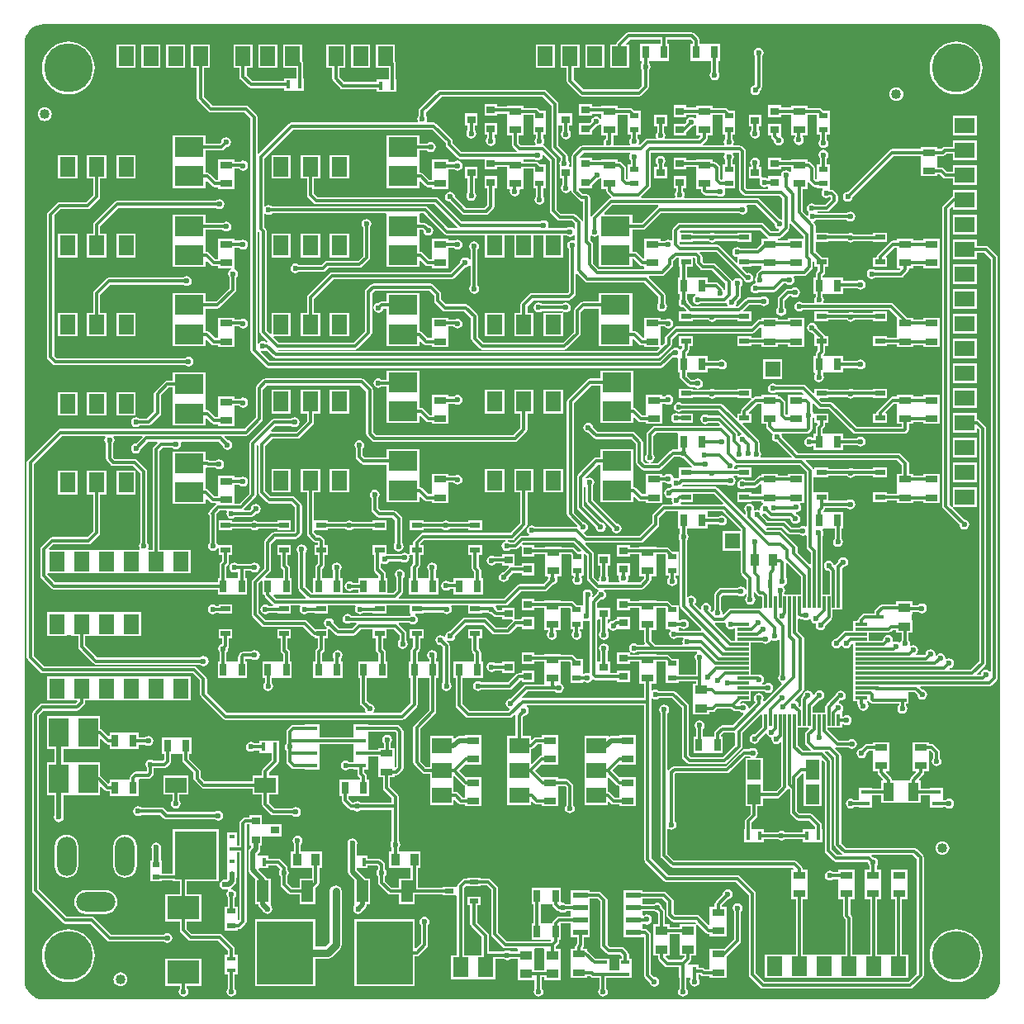
<source format=gtl>
G04*
G04 #@! TF.GenerationSoftware,Altium Limited,CircuitStudio,1.5.2 (30)*
G04*
G04 Layer_Physical_Order=1*
G04 Layer_Color=11767835*
%FSLAX25Y25*%
%MOIN*%
G70*
G01*
G75*
%ADD10R,0.05512X0.07874*%
%ADD11R,0.04331X0.07480*%
%ADD12R,0.08622X0.06299*%
%ADD13R,0.03740X0.01890*%
%ADD14R,0.03543X0.03150*%
%ADD15R,0.04331X0.01575*%
%ADD16R,0.06102X0.02362*%
%ADD17R,0.02756X0.05118*%
%ADD18R,0.03543X0.02362*%
%ADD19R,0.16811X0.19291*%
%ADD20R,0.02402X0.01614*%
%ADD21R,0.11811X0.07874*%
%ADD22R,0.04724X0.08661*%
%ADD23R,0.22835X0.25197*%
%ADD24R,0.01181X0.04724*%
%ADD25R,0.04724X0.01181*%
%ADD26C,0.04000*%
%ADD27R,0.03150X0.01969*%
%ADD28R,0.12992X0.09449*%
%ADD29R,0.03543X0.05118*%
%ADD30R,0.03543X0.01575*%
%ADD31R,0.03937X0.02362*%
%ADD32R,0.01575X0.03543*%
%ADD33R,0.05118X0.03543*%
%ADD34R,0.07874X0.11811*%
%ADD35R,0.05118X0.02756*%
%ADD36C,0.01181*%
%ADD37C,0.03150*%
%ADD38C,0.01969*%
%ADD39O,0.15748X0.07874*%
%ADD40O,0.07874X0.15748*%
%ADD41C,0.19685*%
%ADD42R,0.06299X0.07874*%
%ADD43R,0.07874X0.06299*%
%ADD44R,0.06299X0.06299*%
%ADD45C,0.02362*%
G36*
X387370Y393587D02*
X388855Y393137D01*
X390223Y392406D01*
X391422Y391422D01*
X392406Y390223D01*
X393137Y388855D01*
X393587Y387370D01*
X393735Y385865D01*
X393701Y385827D01*
X393701D01*
X393739Y7874D01*
X393587Y6330D01*
X393137Y4846D01*
X392406Y3478D01*
X391422Y2279D01*
X390223Y1295D01*
X388855Y564D01*
X387370Y114D01*
X385865Y-35D01*
X385827Y-0D01*
Y-0D01*
X7874Y-38D01*
X6330Y114D01*
X4846Y564D01*
X3478Y1295D01*
X2279Y2279D01*
X1295Y3478D01*
X564Y4846D01*
X114Y6330D01*
X-35Y7836D01*
X-0Y7874D01*
X-0D01*
Y385827D01*
X-0D01*
X-69Y385903D01*
X76Y387370D01*
X526Y388855D01*
X1257Y390223D01*
X2241Y391422D01*
X3440Y392406D01*
X4808Y393137D01*
X6292Y393587D01*
X7340Y393690D01*
X7836Y393701D01*
X7874Y393701D01*
X8189Y393701D01*
X8336Y393701D01*
X8836Y393701D01*
X385827Y393739D01*
X387370Y393587D01*
D02*
G37*
%LPC*%
G36*
X193701Y246063D02*
X185827D01*
Y236614D01*
X193701D01*
Y246063D01*
D02*
G37*
G36*
X131102D02*
X123228D01*
Y236614D01*
X131102D01*
Y246063D01*
D02*
G37*
G36*
X107480D02*
X99606D01*
Y236614D01*
X107480D01*
Y246063D01*
D02*
G37*
G36*
X217323D02*
X209449D01*
Y236614D01*
X217323D01*
Y246063D01*
D02*
G37*
G36*
X384252Y256693D02*
X374803D01*
Y248819D01*
X384252D01*
Y256693D01*
D02*
G37*
G36*
X73228Y253150D02*
X59842D01*
Y249830D01*
X57579D01*
X57041Y249723D01*
X56585Y249419D01*
X52648Y245482D01*
X52344Y245026D01*
X52237Y244488D01*
Y237295D01*
X49418Y234476D01*
X46409D01*
X46400Y234490D01*
X45748Y234925D01*
X44980Y235078D01*
X44212Y234925D01*
X43561Y234490D01*
X43126Y233839D01*
X42973Y233071D01*
X43126Y232303D01*
X43561Y231652D01*
X44212Y231217D01*
X44980Y231064D01*
X45748Y231217D01*
X46400Y231652D01*
X46409Y231666D01*
X50000D01*
X50538Y231773D01*
X50994Y232077D01*
X54635Y235719D01*
X54940Y236175D01*
X55047Y236713D01*
Y243906D01*
X58161Y247020D01*
X59842D01*
Y243701D01*
Y241339D01*
Y231890D01*
X73228D01*
Y234368D01*
X73690Y234559D01*
X75581Y232668D01*
X76037Y232363D01*
X76575Y232257D01*
X78150D01*
Y231496D01*
X84842D01*
Y235827D01*
Y238976D01*
Y239737D01*
X86629D01*
X86770Y239526D01*
X87421Y239091D01*
X88189Y238938D01*
X88957Y239091D01*
X89608Y239526D01*
X90043Y240177D01*
X90196Y240945D01*
X90043Y241713D01*
X89608Y242364D01*
X88957Y242799D01*
X88189Y242952D01*
X87421Y242799D01*
X87043Y242547D01*
X84842D01*
Y243307D01*
X78150D01*
Y238976D01*
Y235827D01*
Y235066D01*
X77157D01*
X74616Y237608D01*
X74160Y237912D01*
X73622Y238019D01*
X73228D01*
Y241339D01*
Y243701D01*
Y253150D01*
D02*
G37*
G36*
X384252Y246693D02*
X374803D01*
Y238819D01*
X384252D01*
Y246693D01*
D02*
G37*
G36*
X245669Y253937D02*
X232283D01*
Y250618D01*
X228150D01*
X227612Y250511D01*
X227156Y250206D01*
X219282Y242332D01*
X218978Y241876D01*
X218871Y241339D01*
Y195965D01*
X218978Y195427D01*
X219282Y194971D01*
X223026Y191227D01*
X222780Y190766D01*
X222736Y190775D01*
X206153D01*
X206144Y190789D01*
X205492Y191224D01*
X204724Y191377D01*
X203956Y191224D01*
X203305Y190789D01*
X202870Y190138D01*
X202717Y189370D01*
X202870Y188602D01*
X203305Y187951D01*
X203633Y187732D01*
X203482Y187232D01*
X200787D01*
X200250Y187125D01*
X199794Y186820D01*
X197450Y184476D01*
X196015D01*
X196006Y184490D01*
X195355Y184925D01*
X194956Y185004D01*
X195005Y185504D01*
X196752D01*
X197290Y185611D01*
X197745Y185916D01*
X202568Y190739D01*
X202873Y191195D01*
X202980Y191732D01*
Y204724D01*
X205512D01*
Y214173D01*
X197638D01*
Y204724D01*
X200170D01*
Y192314D01*
X196170Y188314D01*
X160630D01*
X160092Y188207D01*
X159636Y187903D01*
X157274Y185541D01*
X156970Y185085D01*
X156863Y184547D01*
Y183465D01*
X155512D01*
Y180032D01*
X155511Y180018D01*
X155012Y179581D01*
X154923Y179591D01*
X154880Y179595D01*
X154766Y179766D01*
X154114Y180201D01*
X153347Y180353D01*
X152578Y180201D01*
X151927Y179766D01*
X151918Y179751D01*
X146063D01*
Y183465D01*
X140551D01*
Y179527D01*
X141016D01*
Y173524D01*
X141123Y172986D01*
X141428Y172530D01*
X142886Y171072D01*
Y170276D01*
X134646D01*
Y168236D01*
X132630D01*
X132620Y168250D01*
X131969Y168685D01*
X131201Y168838D01*
X130433Y168685D01*
X129782Y168250D01*
X129347Y167599D01*
X129194Y166831D01*
X129347Y166063D01*
X129782Y165411D01*
X130433Y164976D01*
X131201Y164824D01*
X131969Y164976D01*
X132620Y165411D01*
X132630Y165426D01*
X134646D01*
Y164102D01*
X128347D01*
Y170276D01*
X127389D01*
Y172981D01*
X127403Y172990D01*
X127839Y173641D01*
X127991Y174409D01*
X127839Y175178D01*
X127403Y175829D01*
X126752Y176264D01*
X125984Y176417D01*
X125216Y176264D01*
X124565Y175829D01*
X124130Y175178D01*
X123977Y174409D01*
X124130Y173641D01*
X124565Y172990D01*
X124579Y172981D01*
Y170276D01*
X120106D01*
Y173926D01*
X120678Y174499D01*
X120983Y174954D01*
X121090Y175492D01*
Y179527D01*
X122441D01*
Y183465D01*
X121090D01*
Y185236D01*
X120983Y185774D01*
X120678Y186230D01*
X119990Y186919D01*
X119534Y187223D01*
X118996Y187330D01*
X118003D01*
X116759Y188574D01*
Y189098D01*
X116929Y189527D01*
X117259Y189527D01*
X122441D01*
Y190091D01*
X129568D01*
X129683Y189919D01*
X130334Y189484D01*
X131102Y189331D01*
X131870Y189484D01*
X132522Y189919D01*
X132636Y190091D01*
X140551D01*
Y189527D01*
X146063D01*
Y193465D01*
X140551D01*
Y192901D01*
X132307D01*
X131870Y193193D01*
X131102Y193346D01*
X130334Y193193D01*
X129897Y192901D01*
X122441D01*
Y193465D01*
X117259D01*
X116929Y193465D01*
X116759Y193894D01*
D01*
Y204724D01*
X119291D01*
Y214173D01*
X111417D01*
Y204724D01*
X113949D01*
Y187992D01*
X114056Y187454D01*
X114361Y186999D01*
X116428Y184932D01*
X116884Y184627D01*
X117421Y184520D01*
X118280D01*
Y183465D01*
X116929D01*
Y179527D01*
X118280D01*
Y176074D01*
X117707Y175501D01*
X117403Y175046D01*
X117296Y174508D01*
Y170276D01*
X116535D01*
Y164102D01*
X115838D01*
X113314Y166625D01*
Y180264D01*
X113329Y180274D01*
X113764Y180925D01*
X113917Y181693D01*
X113764Y182461D01*
X113329Y183112D01*
X112678Y183547D01*
X111909Y183700D01*
X111141Y183547D01*
X110490Y183112D01*
X110055Y182461D01*
X109902Y181693D01*
X110055Y180925D01*
X110490Y180274D01*
X110504Y180264D01*
Y166043D01*
X110611Y165506D01*
X110916Y165050D01*
X113567Y162398D01*
X113376Y161936D01*
X101665D01*
X100518Y163083D01*
X100725Y163583D01*
X103543D01*
Y163583D01*
X107874D01*
Y170276D01*
X107114D01*
Y174114D01*
X107007Y174652D01*
X106702Y175108D01*
X106129Y175680D01*
Y179527D01*
X107480D01*
Y183465D01*
X101969D01*
Y179527D01*
X103320D01*
Y175098D01*
X103427Y174561D01*
X103731Y174105D01*
X104304Y173532D01*
Y170276D01*
X97424D01*
X97232Y170738D01*
X99025Y172530D01*
X99330Y172986D01*
X99436Y173524D01*
Y183867D01*
X101468Y185898D01*
X109350D01*
X109888Y186005D01*
X110344Y186310D01*
X111525Y187491D01*
X111829Y187947D01*
X111936Y188484D01*
Y199311D01*
X111829Y199849D01*
X111525Y200305D01*
X109163Y202667D01*
X108707Y202971D01*
X108169Y203078D01*
X99401D01*
X97074Y205405D01*
Y223434D01*
X100090Y226449D01*
X110236D01*
X110774Y226556D01*
X111230Y226861D01*
X116348Y231979D01*
X116652Y232435D01*
X116759Y232973D01*
Y236614D01*
X119291D01*
Y246063D01*
X111417D01*
Y236614D01*
X113949D01*
Y233554D01*
X109654Y229259D01*
X99670D01*
X99454Y229682D01*
X99446Y229743D01*
X101271Y231568D01*
X107528D01*
X107537Y231553D01*
X108189Y231118D01*
X108957Y230965D01*
X109725Y231118D01*
X110376Y231553D01*
X110811Y232204D01*
X110964Y232972D01*
X110811Y233740D01*
X110376Y234392D01*
X109725Y234827D01*
X108957Y234980D01*
X108189Y234827D01*
X107537Y234392D01*
X107528Y234377D01*
X100689D01*
X100151Y234270D01*
X99695Y233966D01*
X91231Y225501D01*
X90926Y225045D01*
X90820Y224508D01*
Y204224D01*
X86721Y200125D01*
X84842D01*
Y203937D01*
Y207087D01*
Y207847D01*
X86629D01*
X86770Y207636D01*
X87421Y207201D01*
X88189Y207048D01*
X88957Y207201D01*
X89608Y207636D01*
X90043Y208287D01*
X90196Y209055D01*
X90043Y209823D01*
X89608Y210474D01*
X88957Y210909D01*
X88189Y211062D01*
X87421Y210909D01*
X87043Y210657D01*
X84842D01*
Y211417D01*
X78150D01*
Y207087D01*
Y203937D01*
Y203177D01*
X76566D01*
X74025Y205718D01*
X73569Y206022D01*
X73228Y206090D01*
Y209449D01*
Y211811D01*
Y214513D01*
X73580Y214702D01*
X73728Y214735D01*
X74213Y214638D01*
X77115D01*
X77124Y214624D01*
X77775Y214189D01*
X78543Y214036D01*
X79311Y214189D01*
X79962Y214624D01*
X80398Y215275D01*
X80550Y216043D01*
X80398Y216811D01*
X79962Y217462D01*
X79311Y217898D01*
X78543Y218050D01*
X77775Y217898D01*
X77124Y217462D01*
X77115Y217448D01*
X74795D01*
X74714Y217529D01*
X74258Y217833D01*
X73721Y217940D01*
X73228D01*
Y221260D01*
X59842D01*
Y211811D01*
Y209449D01*
Y200000D01*
X73228D01*
Y201887D01*
X73690Y202079D01*
X74991Y200778D01*
X75447Y200474D01*
X75984Y200367D01*
X77233D01*
X77385Y199867D01*
X77156Y199714D01*
X74597Y197155D01*
X74293Y196699D01*
X74186Y196161D01*
X74293Y195624D01*
X74597Y195168D01*
X74678Y195087D01*
Y184500D01*
X74664Y184490D01*
X74228Y183839D01*
X74076Y183071D01*
X74228Y182303D01*
X74664Y181652D01*
X75315Y181217D01*
X76083Y181064D01*
X76851Y181217D01*
X77502Y181652D01*
X77846Y182167D01*
X78347Y182016D01*
Y179527D01*
X79698D01*
Y177058D01*
X79125Y176486D01*
X78820Y176030D01*
X78713Y175492D01*
Y170276D01*
X77953D01*
Y168334D01*
X12393D01*
X9180Y171547D01*
X9318Y172047D01*
X66929D01*
Y181496D01*
X54397D01*
Y221406D01*
X55700Y222709D01*
X59693D01*
X59703Y222695D01*
X60354Y222260D01*
X61122Y222107D01*
X61890Y222260D01*
X62541Y222695D01*
X62976Y223346D01*
X63129Y224114D01*
X62999Y224768D01*
X63274Y225268D01*
X78453D01*
X79886Y223836D01*
X79883Y223819D01*
X80036Y223051D01*
X80471Y222400D01*
X81122Y221965D01*
X81890Y221812D01*
X82658Y221965D01*
X83309Y222400D01*
X83744Y223051D01*
X83897Y223819D01*
X83744Y224587D01*
X83309Y225238D01*
X82658Y225673D01*
X81890Y225826D01*
X81873Y225823D01*
X80625Y227070D01*
X80817Y227532D01*
X89272D01*
X89809Y227639D01*
X90265Y227944D01*
X95679Y233357D01*
X95983Y233813D01*
X96090Y234350D01*
Y246268D01*
X97728Y247906D01*
X135343D01*
X137867Y245383D01*
Y228445D01*
X137974Y227907D01*
X138278Y227451D01*
X140247Y225483D01*
X140702Y225178D01*
X141240Y225071D01*
X197933D01*
X198471Y225178D01*
X198926Y225483D01*
X202568Y229125D01*
X202873Y229580D01*
X202980Y230118D01*
Y236614D01*
X205512D01*
Y246063D01*
X197638D01*
Y236614D01*
X200170D01*
Y230700D01*
X197351Y227881D01*
X141822D01*
X140677Y229027D01*
Y245965D01*
X140570Y246502D01*
X140265Y246958D01*
X136919Y250305D01*
X136463Y250609D01*
X135925Y250716D01*
X97146D01*
X96608Y250609D01*
X96152Y250305D01*
X93692Y247844D01*
X93387Y247388D01*
X93280Y246850D01*
Y234932D01*
X88690Y230342D01*
X14370D01*
X13832Y230235D01*
X13377Y229930D01*
X1270Y217824D01*
X966Y217368D01*
X859Y216831D01*
Y138189D01*
X966Y137651D01*
X1270Y137196D01*
X6388Y132077D01*
X6844Y131773D01*
X7382Y131666D01*
X67922D01*
X70839Y128749D01*
Y123228D01*
X70946Y122691D01*
X71251Y122235D01*
X80207Y113278D01*
X80663Y112974D01*
X81201Y112867D01*
X152461D01*
X152998Y112974D01*
X153454Y113278D01*
X158277Y118101D01*
X158581Y118557D01*
X158688Y119095D01*
Y129724D01*
X163359D01*
Y116920D01*
X157274Y110836D01*
X156970Y110380D01*
X156863Y109843D01*
Y95669D01*
X156970Y95132D01*
X157274Y94676D01*
X160581Y91369D01*
X161037Y91064D01*
X161575Y90957D01*
X163780D01*
Y88425D01*
Y86299D01*
Y78425D01*
X173228D01*
Y80377D01*
X173728Y80584D01*
X175188Y79125D01*
X175643Y78820D01*
X176181Y78713D01*
X177756D01*
Y77953D01*
X184449D01*
Y82284D01*
Y85433D01*
Y89764D01*
X178050D01*
X175452Y92362D01*
X177971Y94882D01*
X184449D01*
Y99213D01*
Y102362D01*
Y106693D01*
X177756D01*
Y106334D01*
X175394D01*
X174702Y106196D01*
X174116Y105805D01*
X173690Y105379D01*
X173228Y105570D01*
Y106299D01*
X163780D01*
Y98425D01*
Y96251D01*
Y93767D01*
X162157D01*
X159673Y96251D01*
Y109261D01*
X165757Y115345D01*
X166062Y115801D01*
X166169Y116339D01*
Y129724D01*
X166929D01*
Y136417D01*
X166169D01*
Y137830D01*
X166421Y138208D01*
X166574Y138976D01*
X166421Y139744D01*
X165986Y140396D01*
X165335Y140831D01*
X164567Y140983D01*
X163799Y140831D01*
X163148Y140396D01*
X162713Y139744D01*
X162560Y138976D01*
X162713Y138208D01*
X163148Y137557D01*
X163359Y137416D01*
Y136417D01*
X158688D01*
Y140264D01*
X159261Y140837D01*
X159566Y141293D01*
X159673Y141831D01*
Y145669D01*
X161024D01*
Y149606D01*
X155512D01*
Y145669D01*
X156863D01*
Y142413D01*
X156290Y141840D01*
X155985Y141384D01*
X155878Y140847D01*
Y136417D01*
X155118D01*
Y129724D01*
X155878D01*
Y119676D01*
X151879Y115677D01*
X141140D01*
X140873Y116177D01*
X141126Y116555D01*
X141279Y117323D01*
X141126Y118091D01*
X140691Y118742D01*
X140040Y119177D01*
X139272Y119330D01*
X139255Y119326D01*
X138216Y120365D01*
Y129724D01*
X146457D01*
Y136417D01*
X145696D01*
Y139961D01*
X145589Y140498D01*
X145285Y140954D01*
X144712Y141527D01*
Y145669D01*
X146063D01*
Y149284D01*
X149221D01*
X151252Y147253D01*
Y145031D01*
X151238Y145022D01*
X150803Y144370D01*
X150650Y143602D01*
X150803Y142834D01*
X151238Y142183D01*
X151889Y141748D01*
X152657Y141595D01*
X153426Y141748D01*
X154077Y142183D01*
X154512Y142834D01*
X154665Y143602D01*
X154512Y144370D01*
X154077Y145022D01*
X154062Y145031D01*
Y147835D01*
X153955Y148372D01*
X153651Y148828D01*
X150939Y151540D01*
X151141Y152040D01*
X155363D01*
X155372Y152026D01*
X156023Y151591D01*
X156791Y151438D01*
X157559Y151591D01*
X158211Y152026D01*
X158646Y152677D01*
X158798Y153445D01*
X158646Y154213D01*
X158211Y154864D01*
X157754Y155169D01*
X157905Y155669D01*
X161024D01*
Y156233D01*
X168939D01*
X169053Y156061D01*
X169704Y155626D01*
X170472Y155473D01*
X171240Y155626D01*
X171892Y156061D01*
X172327Y156712D01*
X172479Y157480D01*
X172327Y158248D01*
X172074Y158626D01*
X172341Y159126D01*
X179134D01*
Y155669D01*
X184646D01*
Y156233D01*
X187049D01*
X187163Y156061D01*
X187815Y155626D01*
X188583Y155473D01*
X188600Y155477D01*
X189361Y154715D01*
X189817Y154411D01*
X190354Y154304D01*
X192717D01*
Y153346D01*
X196838D01*
X196872Y153302D01*
X197021Y152846D01*
X194398Y150224D01*
X190247D01*
X186820Y153651D01*
X186364Y153955D01*
X185827Y154062D01*
X177854D01*
X177317Y153955D01*
X176861Y153651D01*
X171867Y148657D01*
X171850Y148661D01*
X171082Y148508D01*
X170431Y148073D01*
X169996Y147422D01*
X169843Y146653D01*
X169849Y146625D01*
X169378Y146430D01*
X169333Y146498D01*
X168682Y146933D01*
X167913Y147086D01*
X167145Y146933D01*
X166494Y146498D01*
X166059Y145847D01*
X165906Y145079D01*
X166059Y144311D01*
X166494Y143659D01*
X167145Y143225D01*
X167913Y143072D01*
X167930Y143075D01*
X168871Y142135D01*
Y128004D01*
X168856Y127994D01*
X168421Y127343D01*
X168269Y126575D01*
X168421Y125807D01*
X168856Y125156D01*
X169508Y124721D01*
X170276Y124568D01*
X171044Y124721D01*
X171695Y125156D01*
X172130Y125807D01*
X172283Y126575D01*
X172130Y127343D01*
X171695Y127994D01*
X171680Y128004D01*
Y142717D01*
X171574Y143254D01*
X171269Y143710D01*
X170175Y144804D01*
X170493Y145193D01*
X171082Y144799D01*
X171850Y144647D01*
X172618Y144799D01*
X173270Y145234D01*
X173705Y145886D01*
X173857Y146653D01*
X173854Y146670D01*
X178436Y151252D01*
X185245D01*
X188672Y147826D01*
X189128Y147521D01*
X189665Y147414D01*
X194980D01*
X195518Y147521D01*
X195974Y147826D01*
X198712Y150564D01*
X200591D01*
Y149606D01*
X205709D01*
Y154331D01*
X200591D01*
Y153727D01*
X200237Y153373D01*
X198335D01*
X198262D01*
X198130Y153373D01*
X198130Y153373D01*
X197835Y153824D01*
Y158071D01*
X192717D01*
Y157114D01*
X190936D01*
X190586Y157464D01*
X190590Y157480D01*
X190437Y158248D01*
X190184Y158626D01*
X190452Y159126D01*
X194193D01*
X194731Y159233D01*
X195186Y159538D01*
X200483Y164835D01*
X209941D01*
X210479Y164942D01*
X210934Y165247D01*
X213172Y167484D01*
X213189Y167481D01*
X213957Y167634D01*
X214608Y168069D01*
X215043Y168720D01*
X215196Y169488D01*
X215043Y170256D01*
X214930Y170425D01*
X215166Y170866D01*
X216732D01*
Y175197D01*
Y178346D01*
Y179697D01*
X220481D01*
X220669Y179509D01*
Y176969D01*
Y175000D01*
Y171063D01*
X221489D01*
X221518Y171031D01*
X221710Y170563D01*
X221374Y170059D01*
X221221Y169291D01*
X221374Y168523D01*
X221809Y167872D01*
X222460Y167437D01*
X223228Y167284D01*
X223996Y167437D01*
X224648Y167872D01*
X225083Y168523D01*
X225235Y169291D01*
X225083Y170059D01*
X224746Y170563D01*
X224938Y171031D01*
X224968Y171063D01*
X225787D01*
Y175000D01*
Y176969D01*
Y179643D01*
X226249Y179835D01*
X226941Y179142D01*
Y169980D01*
X227048Y169443D01*
X227353Y168987D01*
X230404Y165936D01*
X230860Y165631D01*
X231398Y165524D01*
X231533D01*
X231684Y165024D01*
X231356Y164805D01*
X230921Y164154D01*
X230837Y163729D01*
X229311Y162204D01*
X228923Y162522D01*
X229118Y162815D01*
X229271Y163583D01*
X229118Y164351D01*
X228683Y165002D01*
X228032Y165437D01*
X227264Y165590D01*
X226496Y165437D01*
X225845Y165002D01*
X225410Y164351D01*
X225257Y163583D01*
X225410Y162815D01*
X225564Y162584D01*
Y159682D01*
X225394Y159252D01*
X222853D01*
X221663Y160442D01*
X221207Y160747D01*
X220669Y160854D01*
X216339D01*
Y161024D01*
X209646D01*
Y160854D01*
X205709D01*
Y161811D01*
X200591D01*
Y157087D01*
X205709D01*
Y158044D01*
X209646D01*
Y156693D01*
Y153543D01*
Y149213D01*
X211489D01*
Y148673D01*
X211474Y148663D01*
X211039Y148012D01*
X210887Y147244D01*
X211039Y146476D01*
X211474Y145825D01*
X212126Y145390D01*
X212894Y145237D01*
X213662Y145390D01*
X214313Y145825D01*
X214748Y146476D01*
X214901Y147244D01*
X214748Y148012D01*
X214313Y148663D01*
X214299Y148673D01*
Y149213D01*
X216339D01*
Y153543D01*
Y156693D01*
Y158044D01*
X220087D01*
X220276Y157856D01*
Y155315D01*
Y153347D01*
Y149409D01*
X221430D01*
Y148673D01*
X221415Y148663D01*
X220980Y148012D01*
X220828Y147244D01*
X220980Y146476D01*
X221415Y145825D01*
X222067Y145390D01*
X222835Y145237D01*
X223603Y145390D01*
X224254Y145825D01*
X224689Y146476D01*
X224842Y147244D01*
X224689Y148012D01*
X224254Y148663D01*
X224240Y148673D01*
Y149409D01*
X225394D01*
Y152649D01*
X225835Y152885D01*
X226004Y152772D01*
X226772Y152619D01*
X227540Y152772D01*
X227721Y152893D01*
X228221Y152626D01*
Y132139D01*
X227721Y131818D01*
X227165Y131928D01*
X226397Y131775D01*
X225894Y131439D01*
X225426Y131631D01*
X225394Y131660D01*
Y131693D01*
Y133661D01*
Y137598D01*
X222853D01*
X221663Y138789D01*
X221207Y139093D01*
X220669Y139200D01*
X216339D01*
Y139370D01*
X209646D01*
Y139200D01*
X205709D01*
Y140157D01*
X200591D01*
Y135433D01*
X205709D01*
Y136390D01*
X209646D01*
Y135039D01*
Y131890D01*
Y127559D01*
X209324Y127192D01*
X202461D01*
X201923Y127085D01*
X201467Y126781D01*
X196178Y121492D01*
X196161Y121495D01*
X195393Y121343D01*
X194742Y120907D01*
X194307Y120256D01*
X194154Y119488D01*
X194307Y118720D01*
X194742Y118069D01*
X195393Y117634D01*
X195688Y117575D01*
X195853Y117033D01*
X195284Y116464D01*
X179617D01*
X176799Y119283D01*
Y129724D01*
X185039D01*
Y136417D01*
X184279D01*
Y140059D01*
X184172Y140597D01*
X183868Y141052D01*
X183295Y141625D01*
Y145669D01*
X184646D01*
Y149606D01*
X179134D01*
Y145669D01*
X180485D01*
Y141043D01*
X180592Y140506D01*
X180896Y140050D01*
X181469Y139477D01*
Y136417D01*
X173228D01*
Y129724D01*
X173989D01*
Y118701D01*
X174096Y118163D01*
X174400Y117707D01*
X178042Y114066D01*
X178498Y113761D01*
X179035Y113654D01*
X195866D01*
X196404Y113761D01*
X196860Y114066D01*
X197774Y114980D01*
X198234Y114733D01*
X198201Y114567D01*
Y106299D01*
X194882D01*
Y98425D01*
Y96299D01*
Y88425D01*
Y86299D01*
Y78425D01*
X204331D01*
Y80037D01*
X204793Y80228D01*
X205896Y79125D01*
X206352Y78820D01*
X206890Y78713D01*
X208858D01*
Y77953D01*
X215551D01*
Y82284D01*
Y85433D01*
Y86194D01*
X218119D01*
X218674Y85638D01*
Y78594D01*
X218659Y78585D01*
X218224Y77933D01*
X218072Y77165D01*
X218224Y76397D01*
X218659Y75746D01*
X219311Y75311D01*
X220079Y75158D01*
X220847Y75311D01*
X221498Y75746D01*
X221933Y76397D01*
X222086Y77165D01*
X221933Y77933D01*
X221498Y78585D01*
X221484Y78594D01*
Y86221D01*
X221377Y86758D01*
X221072Y87214D01*
X219694Y88592D01*
X219238Y88896D01*
X218701Y89003D01*
X215551D01*
Y89764D01*
X208858D01*
X208858Y89764D01*
Y89764D01*
X208485Y90038D01*
X206160Y92362D01*
X208453Y94656D01*
X208858Y94882D01*
Y94882D01*
X208858Y94882D01*
X215551D01*
Y99213D01*
Y102362D01*
Y106693D01*
X208858D01*
Y105932D01*
X206496D01*
X205958Y105826D01*
X205503Y105521D01*
X204793Y104811D01*
X204331Y105002D01*
Y106299D01*
X201011D01*
Y113985D01*
X201558Y114532D01*
X201575Y114528D01*
X202343Y114681D01*
X202994Y115116D01*
X203429Y115767D01*
X203582Y116535D01*
X203429Y117304D01*
X202994Y117955D01*
X202371Y118371D01*
X202366Y118407D01*
X202606Y118871D01*
X250170D01*
Y56398D01*
X250277Y55860D01*
X250581Y55404D01*
X258160Y47826D01*
X258616Y47521D01*
X259154Y47414D01*
X287115D01*
X292296Y42233D01*
Y10138D01*
X292403Y9600D01*
X292707Y9144D01*
X297038Y4814D01*
X297494Y4509D01*
X298031Y4402D01*
X357579D01*
X358116Y4509D01*
X358572Y4814D01*
X362608Y8849D01*
X362912Y9305D01*
X363019Y9843D01*
Y57382D01*
X362912Y57920D01*
X362608Y58375D01*
X360147Y60836D01*
X359691Y61141D01*
X359154Y61247D01*
X331586D01*
X329653Y63180D01*
Y98327D01*
X329546Y98864D01*
X329241Y99320D01*
X327103Y101459D01*
X327415Y101852D01*
X327953Y101745D01*
X332528D01*
X332538Y101730D01*
X333189Y101295D01*
X333957Y101143D01*
X334725Y101295D01*
X335376Y101730D01*
X335811Y102382D01*
X335964Y103150D01*
X335811Y103918D01*
X335376Y104569D01*
X334725Y105004D01*
X333957Y105157D01*
X333189Y105004D01*
X332538Y104569D01*
X332528Y104555D01*
X328535D01*
X325403Y107686D01*
X325403Y107686D01*
X324043Y109047D01*
Y109646D01*
X329921D01*
Y111390D01*
X330461D01*
X330471Y111376D01*
X331122Y110941D01*
X331890Y110788D01*
X332658Y110941D01*
X333309Y111376D01*
X333744Y112027D01*
X333897Y112795D01*
X333744Y113563D01*
X333309Y114215D01*
X332658Y114650D01*
X331890Y114802D01*
X331122Y114650D01*
X330471Y114215D01*
X330461Y114200D01*
X329921D01*
Y115945D01*
X329921Y115945D01*
X329954Y116431D01*
X330299Y116948D01*
X330452Y117717D01*
X330299Y118485D01*
X329864Y119136D01*
X329213Y119571D01*
X328836Y119646D01*
X328671Y120188D01*
X329166Y120683D01*
X329429Y120631D01*
X330197Y120783D01*
X330848Y121219D01*
X331283Y121870D01*
X331436Y122638D01*
X331283Y123406D01*
X330848Y124057D01*
X330197Y124492D01*
X329429Y124645D01*
X328661Y124492D01*
X328010Y124057D01*
X327575Y123406D01*
X327490Y122981D01*
X323613Y119104D01*
X323308Y118648D01*
X323201Y118110D01*
Y115945D01*
X318137D01*
Y118119D01*
X320849Y120831D01*
X320866Y120828D01*
X321634Y120980D01*
X322285Y121415D01*
X322720Y122067D01*
X322873Y122835D01*
X322720Y123603D01*
X322285Y124254D01*
X321634Y124689D01*
X320866Y124842D01*
X320098Y124689D01*
X319447Y124254D01*
X319012Y123603D01*
X318914Y123110D01*
X318707Y122986D01*
X318148Y123233D01*
X318094Y123504D01*
X317659Y124155D01*
X317008Y124591D01*
X316240Y124743D01*
X315472Y124591D01*
X314821Y124155D01*
X314386Y123504D01*
X314233Y122736D01*
X314236Y122719D01*
X313770Y122253D01*
X313466Y121798D01*
X313359Y121260D01*
Y118415D01*
X312897Y118224D01*
X312535Y118586D01*
X312539Y118602D01*
X312386Y119370D01*
X311951Y120022D01*
X311300Y120457D01*
X311099Y120496D01*
X310954Y120975D01*
X314182Y124203D01*
X314487Y124659D01*
X314594Y125197D01*
Y145866D01*
X314487Y146404D01*
X314182Y146860D01*
X312232Y148810D01*
Y153532D01*
X312732Y153799D01*
X312848Y153722D01*
X313386Y153615D01*
X313926D01*
X313935Y153601D01*
X314586Y153165D01*
X315354Y153013D01*
X316122Y153165D01*
X316774Y153601D01*
X316796Y153634D01*
X317326Y153528D01*
X317437Y152972D01*
X317872Y152321D01*
X318523Y151886D01*
X319039Y151783D01*
X319291Y151733D01*
X319403Y151245D01*
X319351Y150984D01*
X319504Y150216D01*
X319939Y149565D01*
X320590Y149130D01*
X321358Y148977D01*
X322126Y149130D01*
X322778Y149565D01*
X323213Y150216D01*
X323365Y150984D01*
X323346Y151083D01*
X325600Y153337D01*
X325904Y153793D01*
X326011Y154331D01*
Y157283D01*
X329921D01*
Y160297D01*
X329948Y160433D01*
Y174123D01*
X330397Y174571D01*
X330413Y174568D01*
X331182Y174721D01*
X331833Y175156D01*
X332268Y175807D01*
X332420Y176575D01*
X332268Y177343D01*
X331833Y177994D01*
X331182Y178429D01*
X330413Y178582D01*
X329645Y178429D01*
X328994Y177994D01*
X328559Y177343D01*
X328406Y176575D01*
X328410Y176558D01*
X327550Y175698D01*
X327245Y175242D01*
X326755Y175339D01*
X326538Y175478D01*
X326461Y175866D01*
X326026Y176518D01*
X325374Y176953D01*
X324606Y177105D01*
X323838Y176953D01*
X323187Y176518D01*
X322752Y175866D01*
X322599Y175098D01*
X322752Y174330D01*
X323187Y173679D01*
X323838Y173244D01*
X324606Y173091D01*
X324623Y173095D01*
X325170Y172548D01*
Y163583D01*
X322074D01*
Y186994D01*
X322425Y187519D01*
X322578Y188287D01*
X322425Y189056D01*
X322154Y189461D01*
X322422Y189961D01*
X326941D01*
Y186074D01*
X326927Y186065D01*
X326492Y185414D01*
X326339Y184646D01*
X326492Y183878D01*
X326927Y183227D01*
X327578Y182791D01*
X328346Y182639D01*
X329115Y182791D01*
X329766Y183227D01*
X330201Y183878D01*
X330353Y184646D01*
X330201Y185414D01*
X329766Y186065D01*
X329751Y186074D01*
Y189961D01*
X330315D01*
Y196653D01*
X325984D01*
X325787Y196457D01*
X325590Y196653D01*
X322478D01*
X322270Y197153D01*
X322647Y197530D01*
X322952Y197986D01*
X323053Y198497D01*
X331839D01*
X331849Y198482D01*
X332500Y198047D01*
X333268Y197895D01*
X334036Y198047D01*
X334687Y198482D01*
X335122Y199134D01*
X335275Y199902D01*
X335122Y200670D01*
X334687Y201321D01*
X334036Y201756D01*
X333268Y201909D01*
X332500Y201756D01*
X331849Y201321D01*
X331839Y201307D01*
X324409D01*
Y204724D01*
X318898D01*
Y204724D01*
X318432Y204809D01*
Y210703D01*
X318898Y210787D01*
X318933Y210787D01*
X324409D01*
Y211351D01*
X331931D01*
X332045Y211179D01*
X332697Y210744D01*
X333465Y210591D01*
X334233Y210744D01*
X334884Y211179D01*
X334998Y211351D01*
X342520D01*
Y210787D01*
X348031D01*
Y214724D01*
X342520D01*
Y214161D01*
X334669D01*
X334233Y214453D01*
X333465Y214605D01*
X332697Y214453D01*
X332260Y214161D01*
X324409D01*
Y214724D01*
X318898D01*
Y213807D01*
X318398Y213758D01*
X318326Y214120D01*
X318021Y214576D01*
X315271Y217326D01*
X315462Y217788D01*
X352174D01*
X354107Y215855D01*
Y212205D01*
X352165D01*
Y207874D01*
Y204724D01*
Y204161D01*
X348031D01*
Y204724D01*
X342520D01*
Y200787D01*
X348031D01*
Y201351D01*
X352165D01*
Y200394D01*
X358858D01*
Y201154D01*
X362795D01*
Y200394D01*
X369488D01*
Y204724D01*
Y207874D01*
Y212205D01*
X362795D01*
Y211444D01*
X358858D01*
Y212205D01*
X356917D01*
Y216437D01*
X356810Y216975D01*
X356505Y217430D01*
X353749Y220186D01*
X353294Y220491D01*
X352756Y220598D01*
X312098D01*
X305744Y226952D01*
X305747Y226969D01*
X305594Y227737D01*
X305500Y227878D01*
X305735Y228320D01*
X315846D01*
X316384Y228426D01*
X316840Y228731D01*
X317529Y229420D01*
X317833Y229876D01*
X317940Y230413D01*
Y234496D01*
X317955Y234506D01*
X318390Y235157D01*
X318398Y235197D01*
X318898Y235148D01*
Y232677D01*
X319747D01*
X319954Y232177D01*
X319676Y231899D01*
X319371Y231443D01*
X319264Y230906D01*
Y228543D01*
X318504D01*
Y226838D01*
X318472Y226808D01*
X318004Y226616D01*
X317500Y226953D01*
X316732Y227105D01*
X315964Y226953D01*
X315313Y226518D01*
X314878Y225867D01*
X314725Y225098D01*
X314878Y224330D01*
X315313Y223679D01*
X315964Y223244D01*
X316732Y223091D01*
X317500Y223244D01*
X318004Y223581D01*
X318472Y223389D01*
X318504Y223359D01*
Y221850D01*
X330315D01*
Y223792D01*
X335973D01*
X335982Y223778D01*
X336633Y223343D01*
X337402Y223190D01*
X338170Y223343D01*
X338821Y223778D01*
X339256Y224429D01*
X339409Y225197D01*
X339256Y225965D01*
X338821Y226616D01*
X338170Y227051D01*
X337402Y227204D01*
X336633Y227051D01*
X335982Y226616D01*
X335973Y226602D01*
X330315D01*
Y228543D01*
X322074D01*
Y230324D01*
X322647Y230896D01*
X322952Y231352D01*
X323059Y231890D01*
Y232677D01*
X324409D01*
Y236614D01*
X318915D01*
X318898Y236614D01*
X318403Y236627D01*
X318390Y236693D01*
X317955Y237344D01*
X317940Y237354D01*
Y240488D01*
X318440Y240695D01*
X320266Y238869D01*
X320722Y238564D01*
X321260Y238457D01*
X324615D01*
X334341Y228731D01*
X334797Y228426D01*
X335335Y228320D01*
X355217D01*
X355754Y228426D01*
X356210Y228731D01*
X356505Y229026D01*
X356810Y229482D01*
X356917Y230020D01*
Y232283D01*
X358858D01*
Y233044D01*
X362795D01*
Y232283D01*
X369488D01*
Y236614D01*
Y239764D01*
Y244094D01*
X362795D01*
Y243334D01*
X358858D01*
Y244094D01*
X352165D01*
Y243334D01*
X350394D01*
X349856Y243227D01*
X349400Y242923D01*
X344282Y237805D01*
X343978Y237349D01*
X343871Y236811D01*
Y236614D01*
X342520D01*
Y232677D01*
X348031D01*
Y236614D01*
X347719D01*
X347528Y237076D01*
X350976Y240524D01*
X352165D01*
Y239764D01*
Y236614D01*
Y232283D01*
X354107D01*
Y231129D01*
X335917D01*
X326190Y240856D01*
X325734Y241160D01*
X325197Y241267D01*
X321842D01*
X320894Y242215D01*
X321085Y242677D01*
X324409D01*
Y243241D01*
X331931D01*
X332045Y243069D01*
X332697Y242634D01*
X333465Y242481D01*
X334233Y242634D01*
X334884Y243069D01*
X334998Y243241D01*
X342520D01*
Y242677D01*
X348031D01*
Y246614D01*
X342520D01*
Y246051D01*
X334669D01*
X334233Y246342D01*
X333465Y246495D01*
X332697Y246342D01*
X332260Y246051D01*
X324409D01*
Y246614D01*
X318898D01*
Y244865D01*
X318436Y244673D01*
X315462Y247647D01*
X315006Y247952D01*
X314469Y248059D01*
X303496D01*
X303486Y248073D01*
X302835Y248508D01*
X302067Y248661D01*
X301299Y248508D01*
X300648Y248073D01*
X300213Y247422D01*
X300060Y246654D01*
X300213Y245885D01*
X300648Y245234D01*
X301299Y244799D01*
X302067Y244647D01*
X302835Y244799D01*
X303486Y245234D01*
X303496Y245249D01*
X313886D01*
X314541Y244595D01*
X314334Y244094D01*
X308071D01*
Y239764D01*
Y236614D01*
Y236090D01*
X307571Y235951D01*
X307212Y236310D01*
Y240945D01*
X307105Y241482D01*
X306801Y241938D01*
X305816Y242923D01*
X305361Y243227D01*
X304823Y243334D01*
X304134D01*
Y244094D01*
X297441D01*
Y243334D01*
X295079D01*
X294541Y243227D01*
X294085Y242923D01*
X293784Y242621D01*
X293694Y242665D01*
X293694Y242665D01*
X293433Y242791D01*
X293375Y242818D01*
X293332Y242839D01*
X293307Y242851D01*
Y242885D01*
Y242922D01*
X293307Y243105D01*
Y243141D01*
Y243141D01*
Y246614D01*
X287795D01*
Y246051D01*
X278764D01*
X278327Y246342D01*
X277559Y246495D01*
X276791Y246342D01*
X276354Y246051D01*
X269685D01*
Y246614D01*
X264173D01*
Y242677D01*
X269685D01*
Y243241D01*
X276025D01*
X276140Y243069D01*
X276791Y242634D01*
X277559Y242481D01*
X278327Y242634D01*
X278978Y243069D01*
X279093Y243241D01*
X287795D01*
Y242677D01*
X292844D01*
X292844D01*
X292879Y242677D01*
X293062Y242677D01*
X293099D01*
X293133D01*
X293145Y242652D01*
X293166Y242609D01*
X293194Y242551D01*
X293320Y242290D01*
X293320Y242290D01*
X293363Y242200D01*
X289558Y238395D01*
X289253Y237939D01*
X289146Y237402D01*
Y236614D01*
X287795D01*
Y234825D01*
X287333Y234634D01*
X281801Y240167D01*
X281345Y240471D01*
X280807Y240578D01*
X265504D01*
X265494Y240592D01*
X264843Y241027D01*
X264075Y241180D01*
X263307Y241027D01*
X262656Y240592D01*
X262221Y239941D01*
X262068Y239173D01*
X262221Y238405D01*
X262656Y237754D01*
X263307Y237319D01*
X264075Y237166D01*
X264843Y237319D01*
X265494Y237754D01*
X265504Y237768D01*
X280225D01*
X289440Y228554D01*
X289295Y228075D01*
X289094Y228035D01*
X288443Y227600D01*
X288322Y227420D01*
X287822Y227571D01*
Y228248D01*
X287715Y228786D01*
X287411Y229241D01*
X281407Y235245D01*
X280951Y235550D01*
X280413Y235657D01*
X276232D01*
X276222Y235671D01*
X275571Y236106D01*
X274803Y236259D01*
X274035Y236106D01*
X273384Y235671D01*
X272949Y235020D01*
X272796Y234252D01*
X272949Y233484D01*
X273384Y232833D01*
X274035Y232398D01*
X274803Y232245D01*
X275571Y232398D01*
X276222Y232833D01*
X276232Y232847D01*
X279831D01*
X280655Y232023D01*
X280448Y231523D01*
X254429D01*
X253891Y231416D01*
X253436Y231112D01*
X251369Y229045D01*
X251064Y228589D01*
X250957Y228051D01*
Y220228D01*
X250943Y220218D01*
X250508Y219567D01*
X250355Y218799D01*
X250508Y218031D01*
X250943Y217380D01*
X251594Y216945D01*
X251993Y216866D01*
X251944Y216366D01*
X250582D01*
X249633Y217314D01*
Y224902D01*
X249526Y225439D01*
X249222Y225895D01*
X246466Y228651D01*
X246010Y228956D01*
X245472Y229062D01*
X231291D01*
X229563Y230790D01*
X229566Y230807D01*
X229413Y231575D01*
X228978Y232226D01*
X228327Y232661D01*
X227559Y232814D01*
X226791Y232661D01*
X226140Y232226D01*
X225705Y231575D01*
X225552Y230807D01*
X225705Y230039D01*
X226140Y229388D01*
X226791Y228953D01*
X227559Y228800D01*
X227576Y228803D01*
X229715Y226664D01*
X230171Y226360D01*
X230709Y226253D01*
X244890D01*
X246823Y224320D01*
Y216732D01*
X246930Y216195D01*
X247235Y215739D01*
X249007Y213967D01*
X249462Y213663D01*
X250000Y213556D01*
X256102D01*
X256640Y213663D01*
X257096Y213967D01*
X262295Y219166D01*
X264516D01*
X264526Y219152D01*
X265177Y218717D01*
X265945Y218564D01*
X265962Y218567D01*
X269304Y215224D01*
X269097Y214724D01*
X264173D01*
Y211287D01*
X264173Y210787D01*
X263776Y210539D01*
X263639Y210461D01*
X263090Y210570D01*
X262322Y210417D01*
X261768Y210648D01*
X261697Y211004D01*
X261262Y211655D01*
X260611Y212090D01*
X259842Y212243D01*
X259074Y212090D01*
X258423Y211655D01*
X258282Y211444D01*
X257283D01*
Y212205D01*
X250591D01*
Y207874D01*
Y204724D01*
Y203964D01*
X249302D01*
X246761Y206505D01*
X246305Y206810D01*
X245768Y206917D01*
X245669D01*
Y210236D01*
Y212598D01*
Y222047D01*
X232283D01*
Y218728D01*
X230906D01*
X230368Y218621D01*
X229912Y218316D01*
X223514Y211919D01*
X223210Y211463D01*
X223103Y210925D01*
Y198721D01*
X223210Y198183D01*
X223514Y197727D01*
X230575Y190666D01*
X230572Y190650D01*
X230724Y189882D01*
X231159Y189230D01*
X231811Y188795D01*
X232579Y188643D01*
X233347Y188795D01*
X233998Y189230D01*
X234433Y189882D01*
X234586Y190650D01*
X234433Y191418D01*
X233998Y192069D01*
X233347Y192504D01*
X232579Y192657D01*
X232562Y192653D01*
X225913Y199302D01*
Y206916D01*
X226413Y207151D01*
X226548Y207040D01*
Y201181D01*
X226655Y200643D01*
X226959Y200188D01*
X236973Y190174D01*
X236969Y190157D01*
X237122Y189389D01*
X237557Y188738D01*
X238208Y188303D01*
X238976Y188150D01*
X239744Y188303D01*
X240396Y188738D01*
X240831Y189389D01*
X240983Y190157D01*
X240831Y190926D01*
X240396Y191577D01*
X239744Y192012D01*
X238976Y192165D01*
X238960Y192161D01*
X229358Y201763D01*
Y207331D01*
X229372Y207341D01*
X229807Y207992D01*
X229960Y208760D01*
X229807Y209528D01*
X229372Y210179D01*
X228721Y210614D01*
X227953Y210767D01*
X227185Y210614D01*
X226749Y210323D01*
X226199Y210494D01*
X226188Y210504D01*
X226166Y210596D01*
X231487Y215918D01*
X232283D01*
Y212598D01*
Y210179D01*
Y200787D01*
X245669D01*
Y202970D01*
X246131Y203161D01*
X247727Y201566D01*
X248183Y201261D01*
X248721Y201154D01*
X250591D01*
Y200394D01*
X257283D01*
Y204724D01*
Y207874D01*
Y208634D01*
X258697D01*
X259074Y208382D01*
X259842Y208229D01*
X260611Y208382D01*
X261165Y208151D01*
X261236Y207795D01*
X261423Y207515D01*
X261422Y207433D01*
X261187Y206969D01*
X260880Y206908D01*
X260424Y206604D01*
X260253Y206433D01*
X260236Y206436D01*
X259468Y206283D01*
X258817Y205848D01*
X258382Y205197D01*
X258229Y204429D01*
X258382Y203661D01*
X258817Y203010D01*
X259468Y202575D01*
X260236Y202422D01*
X260906Y202555D01*
X260956Y202530D01*
X261177Y202340D01*
X261301Y202171D01*
X261182Y201575D01*
X261335Y200807D01*
X261587Y200429D01*
X261320Y199929D01*
X258071D01*
X257533Y199822D01*
X257077Y199517D01*
X253731Y196171D01*
X253426Y195715D01*
X253320Y195177D01*
Y192314D01*
X248138Y187133D01*
X226960D01*
X225801Y188293D01*
X225965Y188835D01*
X226260Y188894D01*
X226911Y189329D01*
X227346Y189980D01*
X227499Y190748D01*
X227346Y191516D01*
X226911Y192167D01*
X226260Y192602D01*
X225492Y192755D01*
X225475Y192752D01*
X221680Y196546D01*
Y240757D01*
X228732Y247808D01*
X232283D01*
Y244488D01*
Y242126D01*
Y232677D01*
X245669D01*
Y234761D01*
X246131Y234953D01*
X247629Y233455D01*
X248084Y233151D01*
X248622Y233044D01*
X250591D01*
Y232283D01*
X257283D01*
Y236500D01*
Y239764D01*
Y240524D01*
X258697D01*
X259074Y240272D01*
X259842Y240119D01*
X260611Y240272D01*
X261262Y240707D01*
X261697Y241358D01*
X261850Y242126D01*
X261697Y242894D01*
X261262Y243545D01*
X260611Y243980D01*
X259842Y244133D01*
X259074Y243980D01*
X258423Y243545D01*
X258282Y243334D01*
X257283D01*
Y244094D01*
X250591D01*
Y239764D01*
Y236614D01*
Y235854D01*
X249204D01*
X246663Y238395D01*
X246207Y238700D01*
X245669Y238807D01*
X245669D01*
Y242126D01*
Y244488D01*
Y253937D01*
D02*
G37*
G36*
X384252Y226693D02*
X374803D01*
Y218819D01*
X384252D01*
Y226693D01*
D02*
G37*
G36*
Y216693D02*
X374803D01*
Y208819D01*
X384252D01*
Y216693D01*
D02*
G37*
G36*
X262992Y236653D02*
X262224Y236500D01*
X261573Y236065D01*
X261138Y235414D01*
X260985Y234646D01*
X261138Y233878D01*
X261573Y233226D01*
X262224Y232791D01*
X262992Y232639D01*
X263673Y232774D01*
X264173Y232677D01*
Y232677D01*
X264173Y232677D01*
X269685D01*
Y236614D01*
X264173D01*
X264173Y236614D01*
X263673Y236517D01*
X262992Y236653D01*
D02*
G37*
G36*
X44882Y245276D02*
X37008D01*
Y235827D01*
X44882D01*
Y245276D01*
D02*
G37*
G36*
X33071D02*
X25197D01*
Y235827D01*
X33071D01*
Y245276D01*
D02*
G37*
G36*
X21260D02*
X13386D01*
Y235827D01*
X21260D01*
Y245276D01*
D02*
G37*
G36*
X159449Y253937D02*
X146063D01*
Y250224D01*
X144244D01*
X144234Y250238D01*
X143583Y250673D01*
X142815Y250826D01*
X142047Y250673D01*
X141396Y250238D01*
X140961Y249587D01*
X140808Y248819D01*
X140961Y248051D01*
X141396Y247400D01*
X142047Y246965D01*
X142815Y246812D01*
X143583Y246965D01*
X144234Y247400D01*
X144244Y247414D01*
X146063D01*
Y244488D01*
Y242126D01*
Y232677D01*
X159449D01*
Y235298D01*
X159949Y235505D01*
X161999Y233455D01*
X162454Y233151D01*
X162992Y233044D01*
X164370D01*
Y232283D01*
X171063D01*
Y236614D01*
Y239764D01*
Y240524D01*
X173657D01*
X174035Y240272D01*
X174803Y240119D01*
X175571Y240272D01*
X176222Y240707D01*
X176657Y241358D01*
X176810Y242126D01*
X176657Y242894D01*
X176222Y243545D01*
X175571Y243980D01*
X174803Y244133D01*
X174035Y243980D01*
X173384Y243545D01*
X173243Y243334D01*
X171063D01*
Y244094D01*
X164370D01*
Y239764D01*
Y236614D01*
Y235854D01*
X163574D01*
X161033Y238395D01*
X160577Y238700D01*
X160039Y238807D01*
X159449D01*
Y242126D01*
Y244488D01*
Y253937D01*
D02*
G37*
G36*
X348031Y277716D02*
X342520D01*
Y277153D01*
X334669D01*
X334233Y277445D01*
X333465Y277598D01*
X332697Y277445D01*
X332260Y277153D01*
X324409D01*
Y277716D01*
X318898D01*
Y273780D01*
X324409D01*
Y274343D01*
X331931D01*
X332045Y274171D01*
X332697Y273736D01*
X333465Y273584D01*
X334233Y273736D01*
X334884Y274171D01*
X334998Y274343D01*
X342520D01*
Y273780D01*
X348031D01*
Y277716D01*
D02*
G37*
G36*
X384252Y276693D02*
X374803D01*
Y268819D01*
X384252D01*
Y276693D01*
D02*
G37*
G36*
X193701Y277165D02*
X185827D01*
Y267717D01*
X193701D01*
Y277165D01*
D02*
G37*
G36*
X384252Y286693D02*
X374803D01*
Y278819D01*
X384252D01*
Y286693D01*
D02*
G37*
G36*
X65453Y291968D02*
X64685Y291815D01*
X64034Y291380D01*
X64024Y291366D01*
X33957D01*
X33419Y291259D01*
X32963Y290954D01*
X28140Y286131D01*
X27836Y285676D01*
X27729Y285138D01*
Y277165D01*
X25197D01*
Y267717D01*
X33071D01*
Y277165D01*
X30539D01*
Y284556D01*
X34539Y288556D01*
X64024D01*
X64034Y288541D01*
X64685Y288106D01*
X65453Y287954D01*
X66221Y288106D01*
X66872Y288541D01*
X67307Y289193D01*
X67460Y289961D01*
X67307Y290729D01*
X66872Y291380D01*
X66221Y291815D01*
X65453Y291968D01*
D02*
G37*
G36*
X310925Y287440D02*
X310157Y287287D01*
X309506Y286852D01*
X309496Y286838D01*
X308169D01*
X307632Y286731D01*
X307176Y286426D01*
X304420Y283671D01*
X304115Y283215D01*
X304008Y282677D01*
Y279381D01*
X303994Y279372D01*
X303559Y278721D01*
X303406Y277953D01*
X303559Y277185D01*
X303994Y276534D01*
X304645Y276098D01*
X305413Y275946D01*
X306182Y276098D01*
X306833Y276534D01*
X307268Y277185D01*
X307420Y277953D01*
X307268Y278721D01*
X306833Y279372D01*
X306818Y279381D01*
Y282095D01*
X308751Y284028D01*
X309496D01*
X309506Y284014D01*
X310157Y283579D01*
X310925Y283426D01*
X311693Y283579D01*
X312344Y284014D01*
X312779Y284665D01*
X312932Y285433D01*
X312779Y286201D01*
X312344Y286852D01*
X311693Y287287D01*
X310925Y287440D01*
D02*
G37*
G36*
X218406Y281338D02*
X217637Y281185D01*
X216986Y280750D01*
X216977Y280736D01*
X209008D01*
X208998Y280750D01*
X208347Y281185D01*
X207579Y281338D01*
X206811Y281185D01*
X206159Y280750D01*
X205724Y280099D01*
X205572Y279331D01*
X205724Y278563D01*
X206159Y277911D01*
X206811Y277476D01*
X207579Y277324D01*
X208347Y277476D01*
X208998Y277911D01*
X209008Y277926D01*
X216977D01*
X216986Y277911D01*
X217394Y277639D01*
X217199Y277203D01*
X216989Y277165D01*
X216987D01*
X216865Y277165D01*
X216865Y277165D01*
X216856Y277165D01*
X209449D01*
Y267717D01*
X217323D01*
Y276701D01*
Y276724D01*
X217323Y277016D01*
Y277075D01*
X217324Y277087D01*
X217324Y277087D01*
X217333Y277098D01*
X217340Y277107D01*
X217342Y277110D01*
X217344Y277111D01*
X217378Y277154D01*
X217409Y277192D01*
X217423Y277210D01*
X217451Y277244D01*
X217575Y277354D01*
X217604Y277380D01*
X217668Y277437D01*
X217689Y277441D01*
X217761Y277452D01*
X217865Y277431D01*
X218406Y277324D01*
X219174Y277476D01*
X219825Y277911D01*
X220260Y278563D01*
X220413Y279331D01*
X220260Y280099D01*
X219825Y280750D01*
X219174Y281185D01*
X218406Y281338D01*
D02*
G37*
G36*
X33071Y340945D02*
X25197D01*
Y331496D01*
X27729D01*
Y324598D01*
X24910Y321779D01*
X13976D01*
X13439Y321672D01*
X12983Y321368D01*
X9538Y317923D01*
X9234Y317467D01*
X9127Y316929D01*
Y259350D01*
X9234Y258813D01*
X9538Y258357D01*
X11408Y256487D01*
X11864Y256182D01*
X12402Y256075D01*
X64811D01*
X64821Y256061D01*
X65472Y255626D01*
X66240Y255473D01*
X67008Y255626D01*
X67659Y256061D01*
X68094Y256712D01*
X68247Y257480D01*
X68094Y258248D01*
X67659Y258899D01*
X67008Y259335D01*
X66240Y259487D01*
X65472Y259335D01*
X64821Y258899D01*
X64811Y258885D01*
X12983D01*
X11936Y259932D01*
Y316347D01*
X14558Y318969D01*
X25492D01*
X26030Y319076D01*
X26486Y319381D01*
X30127Y323022D01*
X30432Y323478D01*
X30539Y324016D01*
Y331496D01*
X33071D01*
Y340945D01*
D02*
G37*
G36*
X317913Y273168D02*
X317145Y273016D01*
X316494Y272581D01*
X316059Y271930D01*
X315906Y271161D01*
X316059Y270393D01*
X316494Y269742D01*
X317145Y269307D01*
X317913Y269154D01*
X317930Y269158D01*
X318902Y268186D01*
X318898Y267717D01*
X318898D01*
X318898Y267717D01*
Y263779D01*
X320249D01*
Y262098D01*
X319676Y261525D01*
X319371Y261069D01*
X319264Y260531D01*
Y259646D01*
X318504D01*
Y252953D01*
X318818D01*
X319086Y252453D01*
X318815Y252048D01*
X318662Y251279D01*
X318815Y250512D01*
X319250Y249860D01*
X319901Y249425D01*
X320669Y249272D01*
X321437Y249425D01*
X322089Y249860D01*
X322524Y250512D01*
X322676Y251279D01*
X322524Y252048D01*
X322253Y252453D01*
X322520Y252953D01*
X330315D01*
Y254894D01*
X335973D01*
X335982Y254880D01*
X336633Y254445D01*
X337402Y254292D01*
X338170Y254445D01*
X338821Y254880D01*
X339256Y255531D01*
X339409Y256299D01*
X339256Y257067D01*
X338821Y257718D01*
X338170Y258154D01*
X337402Y258306D01*
X336633Y258154D01*
X335982Y257718D01*
X335973Y257704D01*
X330315D01*
Y259646D01*
X322478D01*
X322270Y260146D01*
X322647Y260522D01*
X322952Y260978D01*
X323059Y261516D01*
Y263779D01*
X324409D01*
Y267717D01*
X323000D01*
X322952Y267959D01*
X322647Y268415D01*
X319917Y271145D01*
X319920Y271161D01*
X319768Y271930D01*
X319333Y272581D01*
X318682Y273016D01*
X317913Y273168D01*
D02*
G37*
G36*
X305906Y258465D02*
X298031D01*
Y250591D01*
X305906D01*
Y258465D01*
D02*
G37*
G36*
X384252Y266693D02*
X374803D01*
Y258819D01*
X384252D01*
Y266693D01*
D02*
G37*
G36*
X131102Y277165D02*
X123228D01*
Y267717D01*
X131102D01*
Y277165D01*
D02*
G37*
G36*
X44882D02*
X37008D01*
Y267717D01*
X44882D01*
Y277165D01*
D02*
G37*
G36*
X21260D02*
X13386D01*
Y267717D01*
X21260D01*
Y277165D01*
D02*
G37*
G36*
X135138Y225826D02*
X134370Y225673D01*
X133719Y225238D01*
X133283Y224587D01*
X133131Y223819D01*
X133283Y223051D01*
X133719Y222400D01*
X133733Y222390D01*
Y219094D01*
X133840Y218557D01*
X134144Y218101D01*
X135916Y216329D01*
X136372Y216025D01*
X136909Y215918D01*
X146063D01*
Y212598D01*
Y210039D01*
Y200787D01*
X159449D01*
Y202970D01*
X159911Y203161D01*
X161506Y201566D01*
X161962Y201261D01*
X162500Y201154D01*
X164370D01*
Y200394D01*
X171063D01*
Y204724D01*
Y207874D01*
Y208634D01*
X173243D01*
X173384Y208423D01*
X174035Y207988D01*
X174803Y207835D01*
X175571Y207988D01*
X176222Y208423D01*
X176657Y209074D01*
X176810Y209842D01*
X176657Y210611D01*
X176222Y211262D01*
X175571Y211697D01*
X174803Y211850D01*
X174035Y211697D01*
X173657Y211444D01*
X171063D01*
Y212205D01*
X164370D01*
Y207874D01*
Y204724D01*
Y203964D01*
X163082D01*
X160541Y206505D01*
X160085Y206810D01*
X159547Y206917D01*
X159449D01*
Y210236D01*
Y212598D01*
Y222047D01*
X146063D01*
Y218728D01*
X137491D01*
X136543Y219676D01*
Y222390D01*
X136557Y222400D01*
X136992Y223051D01*
X137145Y223819D01*
X136992Y224587D01*
X136557Y225238D01*
X135906Y225673D01*
X135138Y225826D01*
D02*
G37*
G36*
X95866Y74409D02*
X90748D01*
Y73452D01*
X88976D01*
X88439Y73345D01*
X87983Y73041D01*
X87195Y72253D01*
X86891Y71798D01*
X86784Y71260D01*
Y62173D01*
X85669D01*
Y62362D01*
Y64173D01*
Y67362D01*
X81693D01*
Y64173D01*
Y62362D01*
Y59173D01*
Y57362D01*
Y54173D01*
Y52362D01*
Y49173D01*
X81875D01*
Y48603D01*
X81541Y48268D01*
X81477Y48311D01*
X80709Y48464D01*
X79941Y48311D01*
X79289Y47876D01*
X78854Y47225D01*
X78702Y46457D01*
X78854Y45689D01*
X79289Y45037D01*
X79941Y44602D01*
X80709Y44450D01*
X81477Y44602D01*
X81549Y44650D01*
X81743D01*
X82195Y44150D01*
X82182Y44030D01*
X82045Y43939D01*
X81610Y43288D01*
X81458Y42520D01*
X81610Y41752D01*
X82045Y41100D01*
X82060Y41091D01*
Y37598D01*
X80905D01*
Y33661D01*
Y31693D01*
Y27756D01*
X86024D01*
Y28319D01*
X86417D01*
X86955Y28426D01*
X87411Y28731D01*
X89182Y30503D01*
X89487Y30958D01*
X89594Y31496D01*
Y59449D01*
Y70642D01*
X90748D01*
Y69685D01*
Y66929D01*
Y62205D01*
X91501D01*
Y61378D01*
X90849Y60726D01*
X90457Y60140D01*
X90320Y59449D01*
Y55512D01*
Y52362D01*
X90457Y51671D01*
X90849Y51085D01*
X92765Y49169D01*
X93071Y48819D01*
X93071D01*
X93071Y48819D01*
Y38583D01*
X94414D01*
Y38425D01*
X94552Y37734D01*
X94943Y37148D01*
X96160Y35931D01*
X96177Y35846D01*
X96612Y35195D01*
X97263Y34760D01*
X98032Y34607D01*
X98800Y34760D01*
X99451Y35195D01*
X99886Y35846D01*
X100039Y36614D01*
X99886Y37382D01*
X99451Y38033D01*
X99374Y38084D01*
X99370Y38583D01*
X99370Y38583D01*
X99370Y38583D01*
Y48819D01*
X97917D01*
X97889Y48959D01*
X97498Y49545D01*
X94552Y52491D01*
X94743Y52953D01*
X98425D01*
Y54107D01*
X101780D01*
X103298Y52589D01*
X102870Y51949D01*
X102717Y51181D01*
X102870Y50413D01*
X103305Y49762D01*
X103320Y49752D01*
Y46457D01*
X103426Y45919D01*
X103731Y45463D01*
X106487Y42707D01*
X106943Y42403D01*
X107480Y42296D01*
X111024D01*
Y38583D01*
X117323D01*
Y44864D01*
X118513Y46054D01*
X118818Y46510D01*
X118925Y47047D01*
Y52953D01*
X120079D01*
Y59646D01*
X111444D01*
Y62613D01*
X111655Y62754D01*
X112091Y63405D01*
X112243Y64173D01*
X112091Y64941D01*
X111655Y65592D01*
X111004Y66027D01*
X110236Y66180D01*
X109468Y66027D01*
X108817Y65592D01*
X108382Y64941D01*
X108229Y64173D01*
X108382Y63405D01*
X108634Y63027D01*
Y59646D01*
X107480D01*
Y52953D01*
X116115D01*
Y48819D01*
X111024D01*
Y45106D01*
X108062D01*
X106129Y47039D01*
Y49752D01*
X106144Y49762D01*
X106579Y50413D01*
X106731Y51181D01*
X106579Y51949D01*
X106144Y52600D01*
X106129Y52610D01*
Y53150D01*
X106022Y53687D01*
X105718Y54143D01*
X103356Y56505D01*
X102900Y56810D01*
X102362Y56917D01*
X98425D01*
Y58071D01*
X93932D01*
Y58701D01*
X94584Y59353D01*
X94976Y59939D01*
X95113Y60630D01*
Y62205D01*
X95866D01*
Y65945D01*
X103740D01*
Y70669D01*
X95866D01*
Y74409D01*
D02*
G37*
G36*
X32677Y44135D02*
X24803D01*
X23570Y43973D01*
X22421Y43497D01*
X21434Y42740D01*
X20676Y41753D01*
X20200Y40603D01*
X20038Y39370D01*
X20200Y38137D01*
X20676Y36988D01*
X21434Y36001D01*
X22421Y35243D01*
X23570Y34767D01*
X24803Y34605D01*
X32677D01*
X33911Y34767D01*
X35060Y35243D01*
X36047Y36001D01*
X36804Y36988D01*
X37280Y38137D01*
X37442Y39370D01*
X37280Y40603D01*
X36804Y41753D01*
X36047Y42740D01*
X35060Y43497D01*
X33911Y43973D01*
X32677Y44135D01*
D02*
G37*
G36*
X283858Y44527D02*
X283090Y44374D01*
X282439Y43939D01*
X282004Y43288D01*
X281851Y42520D01*
X281855Y42503D01*
X278928Y39576D01*
X278623Y39120D01*
X278516Y38583D01*
Y37402D01*
X276575D01*
Y33071D01*
Y30056D01*
X276126Y29798D01*
X272253Y33671D01*
X271797Y33975D01*
X271260Y34082D01*
X262590D01*
X261936Y34736D01*
Y39764D01*
X261829Y40301D01*
X261525Y40757D01*
X259143Y43139D01*
X258687Y43444D01*
X258150Y43551D01*
X249508D01*
Y44114D01*
X241831D01*
Y40177D01*
Y39114D01*
Y35177D01*
Y34114D01*
Y30177D01*
Y29114D01*
Y25177D01*
X249508D01*
Y25177D01*
X249948Y25033D01*
X250071Y24951D01*
Y9941D01*
X250178Y9403D01*
X250483Y8947D01*
X252229Y7202D01*
X252225Y7185D01*
X252378Y6417D01*
X252813Y5766D01*
X253464Y5331D01*
X254232Y5178D01*
X255000Y5331D01*
X255651Y5766D01*
X256087Y6417D01*
X256239Y7185D01*
X256087Y7953D01*
X255651Y8604D01*
X255000Y9039D01*
X254232Y9192D01*
X254216Y9189D01*
X252881Y10523D01*
Y25984D01*
X252774Y26522D01*
X252470Y26978D01*
X251308Y28139D01*
X250853Y28444D01*
X250315Y28551D01*
X249508D01*
Y29114D01*
Y30177D01*
Y30566D01*
X250008Y30700D01*
X250413Y30429D01*
X251181Y30276D01*
X251949Y30429D01*
X252600Y30864D01*
X253035Y31515D01*
X253188Y32283D01*
X253035Y33051D01*
X252600Y33703D01*
X251949Y34138D01*
X251181Y34291D01*
X250413Y34138D01*
X250008Y33867D01*
X249547Y34095D01*
X249508Y34134D01*
Y35177D01*
X249508D01*
Y35741D01*
X253945D01*
X253955Y35726D01*
X254606Y35291D01*
X255374Y35139D01*
X255682Y34781D01*
Y30315D01*
X253740D01*
Y25197D01*
Y22835D01*
Y17717D01*
X255682D01*
Y16929D01*
X255789Y16391D01*
X256093Y15936D01*
X258455Y13574D01*
X258911Y13269D01*
X259449Y13162D01*
X264173D01*
Y8858D01*
X264343D01*
Y4578D01*
X264329Y4569D01*
X263894Y3918D01*
X263741Y3150D01*
X263894Y2382D01*
X264329Y1730D01*
X264980Y1295D01*
X265748Y1142D01*
X266516Y1295D01*
X267167Y1730D01*
X267602Y2382D01*
X267755Y3150D01*
X267602Y3918D01*
X267167Y4569D01*
X267153Y4578D01*
Y8858D01*
X268622D01*
X268889Y8358D01*
X268618Y7953D01*
X268465Y7185D01*
X268618Y6417D01*
X269053Y5766D01*
X269704Y5331D01*
X270472Y5178D01*
X271240Y5331D01*
X271892Y5766D01*
X272327Y6417D01*
X272480Y7185D01*
X272327Y7953D01*
X272054Y8361D01*
X272047Y8858D01*
X272047Y8858D01*
X272047Y8858D01*
Y10012D01*
X272745D01*
X272924Y9833D01*
X273380Y9529D01*
X273917Y9422D01*
X276575D01*
Y8661D01*
X283268D01*
Y12992D01*
Y16142D01*
Y17308D01*
X283277Y17314D01*
X288789Y22826D01*
X289093Y23281D01*
X289200Y23819D01*
Y35481D01*
X289214Y35490D01*
X289650Y36141D01*
X289802Y36909D01*
X289650Y37677D01*
X289214Y38329D01*
X288563Y38764D01*
X287795Y38917D01*
X287027Y38764D01*
X286376Y38329D01*
X285941Y37677D01*
X285788Y36909D01*
X285941Y36141D01*
X286376Y35490D01*
X286390Y35481D01*
Y24401D01*
X282462Y20472D01*
X276575D01*
Y16142D01*
Y12992D01*
Y12232D01*
X274499D01*
X274320Y12411D01*
X273864Y12715D01*
X273327Y12822D01*
X272047D01*
Y13976D01*
X268898D01*
Y13976D01*
X267851D01*
X267644Y14476D01*
X268710Y15542D01*
X269015Y15998D01*
X269122Y16535D01*
Y17717D01*
X271063D01*
Y22835D01*
Y25197D01*
Y29836D01*
Y29836D01*
X271063Y29871D01*
X271063Y30101D01*
Y30159D01*
Y30180D01*
X271091Y30196D01*
X271137Y30223D01*
X271201Y30259D01*
X271441Y30397D01*
X271475Y30417D01*
X271552Y30398D01*
D01*
X275188Y26763D01*
X275643Y26458D01*
X276181Y26351D01*
X276575D01*
Y25591D01*
X283268D01*
Y29921D01*
Y33071D01*
Y37402D01*
X281326D01*
Y38001D01*
X283841Y40516D01*
X283858Y40513D01*
X284626Y40665D01*
X285278Y41100D01*
X285713Y41752D01*
X285865Y42520D01*
X285713Y43288D01*
X285278Y43939D01*
X284626Y44374D01*
X283858Y44527D01*
D02*
G37*
G36*
X16929Y66576D02*
X15696Y66414D01*
X14547Y65938D01*
X13560Y65180D01*
X12802Y64194D01*
X12326Y63044D01*
X12164Y61811D01*
Y53937D01*
X12326Y52704D01*
X12802Y51554D01*
X13560Y50568D01*
X14547Y49810D01*
X15696Y49334D01*
X16929Y49172D01*
X18162Y49334D01*
X19312Y49810D01*
X20299Y50568D01*
X21056Y51554D01*
X21532Y52704D01*
X21694Y53937D01*
Y61811D01*
X21532Y63044D01*
X21056Y64194D01*
X20299Y65180D01*
X19312Y65938D01*
X18162Y66414D01*
X16929Y66576D01*
D02*
G37*
G36*
X370472Y63933D02*
X369745Y63838D01*
X369067Y63557D01*
X368484Y63110D01*
X368038Y62528D01*
X367757Y61850D01*
X367661Y61122D01*
X367757Y60394D01*
X368038Y59716D01*
X368484Y59134D01*
X369067Y58687D01*
X369745Y58406D01*
X370472Y58311D01*
X371200Y58406D01*
X371878Y58687D01*
X372460Y59134D01*
X372907Y59716D01*
X373188Y60394D01*
X373284Y61122D01*
X373188Y61850D01*
X372907Y62528D01*
X372460Y63110D01*
X371878Y63557D01*
X371200Y63838D01*
X370472Y63933D01*
D02*
G37*
G36*
X78268Y68681D02*
X59882D01*
Y50913D01*
X55512D01*
Y51279D01*
Y52658D01*
Y56201D01*
X54956D01*
Y60577D01*
X55004Y60649D01*
X55157Y61417D01*
X55004Y62185D01*
X54569Y62836D01*
X53918Y63272D01*
X53150Y63424D01*
X52381Y63272D01*
X51730Y62836D01*
X51295Y62185D01*
X51143Y61417D01*
X51295Y60649D01*
X51343Y60577D01*
Y56201D01*
X50787D01*
Y52658D01*
Y51279D01*
Y47736D01*
X55512D01*
Y48103D01*
X59882D01*
Y47815D01*
X62768D01*
Y42520D01*
X56890D01*
Y31496D01*
X62768D01*
Y27953D01*
X62875Y27415D01*
X63180Y26959D01*
X65936Y24203D01*
X66391Y23899D01*
X66929Y23792D01*
X78158D01*
X82060Y19891D01*
Y18110D01*
X80905D01*
Y14961D01*
Y13386D01*
Y10236D01*
X82060D01*
Y4578D01*
X82045Y4569D01*
X81610Y3918D01*
X81458Y3150D01*
X81610Y2382D01*
X82045Y1730D01*
X82696Y1295D01*
X83465Y1142D01*
X84233Y1295D01*
X84884Y1730D01*
X85319Y2382D01*
X85472Y3150D01*
X85319Y3918D01*
X84884Y4569D01*
X84869Y4578D01*
Y10236D01*
X86024D01*
Y13386D01*
Y14961D01*
Y18110D01*
X84869D01*
Y20472D01*
X84763Y21010D01*
X84458Y21466D01*
X79734Y26190D01*
X79278Y26495D01*
X78740Y26602D01*
X67511D01*
X65578Y28535D01*
Y31496D01*
X71457D01*
Y42520D01*
X65578D01*
Y47815D01*
X78268D01*
Y68681D01*
D02*
G37*
G36*
X40551Y66576D02*
X39318Y66414D01*
X38169Y65938D01*
X37182Y65180D01*
X36424Y64194D01*
X35948Y63044D01*
X35786Y61811D01*
Y53937D01*
X35948Y52704D01*
X36424Y51554D01*
X37182Y50568D01*
X38169Y49810D01*
X39318Y49334D01*
X40551Y49172D01*
X41785Y49334D01*
X42934Y49810D01*
X43921Y50568D01*
X44678Y51554D01*
X45154Y52704D01*
X45316Y53937D01*
Y61811D01*
X45154Y63044D01*
X44678Y64194D01*
X43921Y65180D01*
X42934Y65938D01*
X41785Y66414D01*
X40551Y66576D01*
D02*
G37*
G36*
X17717Y28379D02*
X16048Y28248D01*
X14422Y27858D01*
X12876Y27217D01*
X11449Y26343D01*
X10177Y25256D01*
X9090Y23984D01*
X8216Y22557D01*
X7576Y21012D01*
X7185Y19385D01*
X7054Y17717D01*
X7185Y16048D01*
X7576Y14422D01*
X8216Y12876D01*
X9090Y11449D01*
X10177Y10177D01*
X11449Y9090D01*
X12876Y8216D01*
X14422Y7576D01*
X16048Y7185D01*
X17717Y7054D01*
X19385Y7185D01*
X21012Y7576D01*
X22557Y8216D01*
X23984Y9090D01*
X25256Y10177D01*
X26343Y11449D01*
X27217Y12876D01*
X27858Y14422D01*
X28248Y16048D01*
X28379Y17717D01*
X28248Y19385D01*
X27858Y21012D01*
X27217Y22557D01*
X26343Y23984D01*
X25256Y25256D01*
X23984Y26343D01*
X22557Y27217D01*
X21012Y27858D01*
X19385Y28248D01*
X17717Y28379D01*
D02*
G37*
G36*
X38681Y10981D02*
X37953Y10885D01*
X37275Y10604D01*
X36693Y10157D01*
X36246Y9575D01*
X35965Y8897D01*
X35870Y8169D01*
X35965Y7442D01*
X36246Y6764D01*
X36693Y6181D01*
X37275Y5734D01*
X37953Y5454D01*
X38681Y5358D01*
X39409Y5454D01*
X40087Y5734D01*
X40669Y6181D01*
X41116Y6764D01*
X41397Y7442D01*
X41493Y8169D01*
X41397Y8897D01*
X41116Y9575D01*
X40669Y10157D01*
X40087Y10604D01*
X39409Y10885D01*
X38681Y10981D01*
D02*
G37*
G36*
X71457Y16535D02*
X56890D01*
Y5512D01*
X62768D01*
Y4578D01*
X62754Y4569D01*
X62319Y3918D01*
X62166Y3150D01*
X62319Y2382D01*
X62754Y1730D01*
X63405Y1295D01*
X64173Y1142D01*
X64941Y1295D01*
X65592Y1730D01*
X66027Y2382D01*
X66180Y3150D01*
X66027Y3918D01*
X65592Y4569D01*
X65578Y4578D01*
Y5512D01*
X71457D01*
Y16535D01*
D02*
G37*
G36*
X375984Y28379D02*
X374316Y28248D01*
X372689Y27858D01*
X371143Y27217D01*
X369717Y26343D01*
X368444Y25256D01*
X367358Y23984D01*
X366484Y22557D01*
X365843Y21012D01*
X365453Y19385D01*
X365321Y17717D01*
X365453Y16048D01*
X365843Y14422D01*
X366484Y12876D01*
X367358Y11449D01*
X368444Y10177D01*
X369717Y9090D01*
X371143Y8216D01*
X372689Y7576D01*
X374316Y7185D01*
X375984Y7054D01*
X377652Y7185D01*
X379279Y7576D01*
X380825Y8216D01*
X382252Y9090D01*
X383524Y10177D01*
X384611Y11449D01*
X385485Y12876D01*
X386125Y14422D01*
X386516Y16048D01*
X386647Y17717D01*
X386516Y19385D01*
X386125Y21012D01*
X385485Y22557D01*
X384611Y23984D01*
X383524Y25256D01*
X382252Y26343D01*
X380825Y27217D01*
X379279Y27858D01*
X377652Y28248D01*
X375984Y28379D01*
D02*
G37*
G36*
X66929Y130315D02*
X9055D01*
Y120866D01*
X21223D01*
X21430Y120366D01*
X20481Y119417D01*
X7087D01*
X6549Y119310D01*
X6093Y119005D01*
X3337Y116249D01*
X3033Y115794D01*
X2926Y115256D01*
Y43996D01*
X3033Y43458D01*
X3337Y43003D01*
X15345Y30995D01*
X15801Y30690D01*
X16339Y30583D01*
X26583D01*
X33357Y23810D01*
X33813Y23505D01*
X34350Y23398D01*
X56248D01*
X56258Y23384D01*
X56909Y22949D01*
X57677Y22796D01*
X58445Y22949D01*
X59096Y23384D01*
X59531Y24035D01*
X59684Y24803D01*
X59531Y25571D01*
X59096Y26222D01*
X58445Y26657D01*
X57677Y26810D01*
X56909Y26657D01*
X56258Y26222D01*
X56248Y26208D01*
X34932D01*
X28159Y32982D01*
X27703Y33286D01*
X27165Y33393D01*
X16920D01*
X5736Y44578D01*
Y114674D01*
X7669Y116607D01*
X21063D01*
X21601Y116714D01*
X22056Y117018D01*
X23986Y118948D01*
X24290Y119403D01*
X24397Y119941D01*
Y120866D01*
X66929D01*
Y130315D01*
D02*
G37*
G36*
X125591Y46109D02*
X124669Y45926D01*
X123888Y45404D01*
X123365Y44622D01*
X123182Y43701D01*
Y23045D01*
X121443Y21306D01*
X117402D01*
Y32283D01*
X92992D01*
Y5512D01*
X117402D01*
Y16489D01*
X122441D01*
X123363Y16672D01*
X124144Y17195D01*
X127294Y20344D01*
X127816Y21126D01*
X127999Y22047D01*
Y43701D01*
X127816Y44622D01*
X127294Y45404D01*
X126512Y45926D01*
X125591Y46109D01*
D02*
G37*
G36*
X161417Y33503D02*
X160649Y33350D01*
X159998Y32915D01*
X159563Y32264D01*
X159410Y31496D01*
X159563Y30728D01*
X159998Y30077D01*
X160012Y30067D01*
Y22629D01*
X158059Y20676D01*
X157559Y20883D01*
Y32283D01*
X133150D01*
Y5512D01*
X157559D01*
Y17493D01*
X158268D01*
X158805Y17600D01*
X159261Y17904D01*
X162411Y21054D01*
X162715Y21510D01*
X162822Y22047D01*
Y30067D01*
X162837Y30077D01*
X163272Y30728D01*
X163424Y31496D01*
X163272Y32264D01*
X162837Y32915D01*
X162185Y33350D01*
X161417Y33503D01*
D02*
G37*
G36*
X45866Y77991D02*
X45098Y77838D01*
X44447Y77403D01*
X44012Y76752D01*
X43859Y75984D01*
X44012Y75216D01*
X44447Y74565D01*
X45098Y74130D01*
X45866Y73977D01*
X46634Y74130D01*
X47285Y74565D01*
X47295Y74579D01*
X54831D01*
X56192Y73219D01*
X56647Y72915D01*
X57185Y72808D01*
X76721D01*
X76730Y72793D01*
X77381Y72358D01*
X78150Y72206D01*
X78918Y72358D01*
X79569Y72793D01*
X80004Y73444D01*
X80157Y74213D01*
X80004Y74981D01*
X79569Y75632D01*
X78918Y76067D01*
X78150Y76220D01*
X77381Y76067D01*
X76730Y75632D01*
X76721Y75618D01*
X57767D01*
X56407Y76978D01*
X55951Y77282D01*
X55413Y77389D01*
X47295D01*
X47285Y77403D01*
X46634Y77838D01*
X45866Y77991D01*
D02*
G37*
G36*
X184646Y193465D02*
X179134D01*
Y192901D01*
X171284D01*
X170847Y193193D01*
X170079Y193346D01*
X169311Y193193D01*
X168874Y192901D01*
X161024D01*
Y193465D01*
X155512D01*
Y189527D01*
X161024D01*
Y190091D01*
X168545D01*
X168659Y189919D01*
X169311Y189484D01*
X170079Y189331D01*
X170847Y189484D01*
X171498Y189919D01*
X171613Y190091D01*
X179134D01*
Y189527D01*
X184646D01*
Y193465D01*
D02*
G37*
G36*
X141339Y205846D02*
X140570Y205693D01*
X139919Y205258D01*
X139484Y204607D01*
X139331Y203839D01*
X139484Y203070D01*
X139919Y202419D01*
X139934Y202410D01*
Y197638D01*
X140041Y197100D01*
X140345Y196644D01*
X142018Y194971D01*
X142474Y194667D01*
X143012Y194560D01*
X148434D01*
X149579Y193414D01*
Y184303D01*
X149565Y184293D01*
X149130Y183642D01*
X148977Y182874D01*
X149130Y182106D01*
X149565Y181455D01*
X150216Y181020D01*
X150984Y180867D01*
X151752Y181020D01*
X152403Y181455D01*
X152839Y182106D01*
X152991Y182874D01*
X152839Y183642D01*
X152403Y184293D01*
X152389Y184303D01*
Y193996D01*
X152282Y194534D01*
X151978Y194990D01*
X150009Y196958D01*
X149553Y197263D01*
X149016Y197370D01*
X143594D01*
X142744Y198220D01*
Y202410D01*
X142758Y202419D01*
X143193Y203070D01*
X143346Y203839D01*
X143193Y204607D01*
X142758Y205258D01*
X142107Y205693D01*
X141339Y205846D01*
D02*
G37*
G36*
X197835Y136417D02*
X192717D01*
Y135657D01*
X190011D01*
X190002Y135671D01*
X189351Y136106D01*
X188583Y136259D01*
X187815Y136106D01*
X187163Y135671D01*
X186728Y135020D01*
X186576Y134252D01*
X186728Y133484D01*
X187163Y132833D01*
X187815Y132398D01*
X188583Y132245D01*
X189351Y132398D01*
X190002Y132833D01*
X190011Y132847D01*
X192717D01*
Y131693D01*
X197835D01*
Y136417D01*
D02*
G37*
G36*
X107480Y214173D02*
X99606D01*
Y204724D01*
X107480D01*
Y214173D01*
D02*
G37*
G36*
X217323D02*
X209449D01*
Y204724D01*
X217323D01*
Y214173D01*
D02*
G37*
G36*
X193701D02*
X185827D01*
Y204724D01*
X193701D01*
Y214173D01*
D02*
G37*
G36*
X131102D02*
X123228D01*
Y204724D01*
X131102D01*
Y214173D01*
D02*
G37*
G36*
X365158Y103937D02*
X358465D01*
Y99606D01*
Y96457D01*
Y92126D01*
X359663D01*
X359854Y91664D01*
X357668Y89478D01*
X357363Y89022D01*
X357256Y88484D01*
Y88386D01*
X350224D01*
Y88583D01*
X350117Y89120D01*
X349812Y89576D01*
X347724Y91664D01*
X347916Y92126D01*
X349016D01*
Y96457D01*
Y99606D01*
Y103937D01*
X342323D01*
Y103177D01*
X340059D01*
X339521Y103070D01*
X339066Y102765D01*
X337673Y101373D01*
X337126Y101264D01*
X336474Y100829D01*
X336039Y100178D01*
X335887Y99410D01*
X336039Y98641D01*
X336474Y97990D01*
X337126Y97555D01*
X337894Y97402D01*
X338662Y97555D01*
X339313Y97990D01*
X339748Y98641D01*
X339901Y99410D01*
X339865Y99590D01*
X340641Y100367D01*
X342323D01*
Y99606D01*
Y96457D01*
Y92126D01*
X344264D01*
Y91732D01*
X344371Y91195D01*
X344676Y90739D01*
X346567Y88848D01*
X346376Y88386D01*
X345866D01*
Y85263D01*
X341929D01*
Y85433D01*
X336811D01*
Y82284D01*
Y80709D01*
Y80539D01*
X334893D01*
X334884Y80553D01*
X334233Y80988D01*
X333465Y81141D01*
X332697Y80988D01*
X332045Y80553D01*
X331610Y79902D01*
X331457Y79134D01*
X331610Y78366D01*
X332045Y77715D01*
X332697Y77280D01*
X333465Y77127D01*
X334233Y77280D01*
X334884Y77715D01*
X334893Y77729D01*
X336811D01*
Y77559D01*
X341929D01*
Y80709D01*
Y82284D01*
Y82453D01*
X345866D01*
Y79331D01*
X361614D01*
Y82453D01*
X365551D01*
Y82284D01*
Y80709D01*
Y77559D01*
X370669D01*
Y77729D01*
X371800D01*
X371809Y77715D01*
X372460Y77280D01*
X373228Y77127D01*
X373996Y77280D01*
X374648Y77715D01*
X375083Y78366D01*
X375235Y79134D01*
X375083Y79902D01*
X374648Y80553D01*
X373996Y80988D01*
X373228Y81141D01*
X372460Y80988D01*
X371809Y80553D01*
X371800Y80539D01*
X370669D01*
Y80709D01*
Y82284D01*
Y85433D01*
X365551D01*
Y85263D01*
X361614D01*
Y88386D01*
X361203D01*
X361012Y88848D01*
X362804Y90640D01*
X363109Y91096D01*
X363216Y91634D01*
Y92126D01*
X365158D01*
Y96457D01*
Y99606D01*
Y100367D01*
X365658D01*
X366705Y99320D01*
Y97590D01*
X366691Y97581D01*
X366256Y96930D01*
X366103Y96161D01*
X366256Y95393D01*
X366691Y94742D01*
X367342Y94307D01*
X368110Y94154D01*
X368878Y94307D01*
X369529Y94742D01*
X369965Y95393D01*
X370117Y96161D01*
X369965Y96930D01*
X369529Y97581D01*
X369515Y97590D01*
Y99902D01*
X369408Y100439D01*
X369104Y100895D01*
X367234Y102765D01*
X366778Y103070D01*
X366240Y103177D01*
X365158D01*
Y103937D01*
D02*
G37*
G36*
X66142Y90551D02*
X55945D01*
Y82677D01*
X59619D01*
Y80563D01*
X59604Y80553D01*
X59169Y79902D01*
X59017Y79134D01*
X59169Y78366D01*
X59604Y77715D01*
X60256Y77280D01*
X61024Y77127D01*
X61792Y77280D01*
X62443Y77715D01*
X62878Y78366D01*
X63031Y79134D01*
X62878Y79902D01*
X62443Y80553D01*
X62429Y80563D01*
Y82677D01*
X66142D01*
Y90551D01*
D02*
G37*
G36*
X30315Y114567D02*
X9055D01*
Y101181D01*
X11973D01*
Y95669D01*
X9055D01*
Y82284D01*
X11973D01*
Y74462D01*
X11925Y74390D01*
X11772Y73622D01*
X11925Y72854D01*
X12360Y72203D01*
X13012Y71768D01*
X13780Y71615D01*
X14548Y71768D01*
X15199Y72203D01*
X15634Y72854D01*
X15787Y73622D01*
X15634Y74390D01*
X15586Y74462D01*
Y82284D01*
X30315D01*
Y85943D01*
X30777Y86134D01*
X32471Y84440D01*
X32927Y84135D01*
X33465Y84028D01*
X34252D01*
Y82087D01*
X46063D01*
Y88779D01*
X46385Y89146D01*
X50000D01*
X50538Y89253D01*
X50994Y89558D01*
X51781Y90345D01*
X52085Y90801D01*
X52192Y91339D01*
Y93453D01*
X52207Y93463D01*
X52216Y93477D01*
X56299D01*
X56837Y93584D01*
X57293Y93888D01*
X58671Y95266D01*
X58975Y95722D01*
X59082Y96260D01*
Y99016D01*
X63753D01*
Y96653D01*
X63859Y96116D01*
X64164Y95660D01*
X68182Y91642D01*
Y89272D01*
X68289Y88734D01*
X68593Y88278D01*
X71251Y85621D01*
X71706Y85316D01*
X72244Y85209D01*
X92126D01*
Y82677D01*
X95819D01*
Y78858D01*
X95926Y78321D01*
X96231Y77865D01*
X99400Y74695D01*
X99856Y74391D01*
X100394Y74284D01*
X108118D01*
X108128Y74270D01*
X108779Y73835D01*
X109547Y73682D01*
X110315Y73835D01*
X110967Y74270D01*
X111401Y74921D01*
X111554Y75689D01*
X111401Y76457D01*
X110967Y77108D01*
X110315Y77543D01*
X109547Y77696D01*
X108779Y77543D01*
X108128Y77108D01*
X108118Y77094D01*
X100976D01*
X98629Y79440D01*
Y82677D01*
X102323D01*
Y90551D01*
X98629D01*
Y91524D01*
X102175Y95070D01*
X102479Y95525D01*
X102586Y96063D01*
Y99409D01*
X102756D01*
Y104527D01*
X94882D01*
Y103374D01*
X92767D01*
X92758Y103388D01*
X92107Y103823D01*
X91339Y103976D01*
X90570Y103823D01*
X89919Y103388D01*
X89484Y102737D01*
X89332Y101969D01*
X89484Y101200D01*
X89919Y100549D01*
X90570Y100114D01*
X91339Y99961D01*
X92107Y100114D01*
X92758Y100549D01*
X92767Y100564D01*
X94882D01*
Y99409D01*
X99776D01*
Y96645D01*
X96231Y93100D01*
X95926Y92644D01*
X95819Y92106D01*
Y90551D01*
X92126D01*
Y88019D01*
X72826D01*
X70992Y89854D01*
Y92224D01*
X70885Y92762D01*
X70580Y93218D01*
X66562Y97236D01*
Y99016D01*
X67323D01*
Y105709D01*
X55512D01*
Y99016D01*
X56272D01*
Y96842D01*
X55717Y96287D01*
X52216D01*
X52207Y96301D01*
X51556Y96736D01*
X50787Y96889D01*
X50019Y96736D01*
X49368Y96301D01*
X48933Y95650D01*
X48780Y94882D01*
X48933Y94114D01*
X49368Y93463D01*
X49382Y93453D01*
Y91956D01*
X44882D01*
X44344Y91849D01*
X43888Y91545D01*
X42904Y90560D01*
X42600Y90105D01*
X42493Y89567D01*
Y88779D01*
X34252D01*
Y87340D01*
X33752Y87133D01*
X30915Y89970D01*
X30459Y90274D01*
X30315Y90303D01*
Y95669D01*
X15586D01*
Y101181D01*
X30315D01*
Y105234D01*
X30777Y105425D01*
X32865Y103337D01*
X33321Y103033D01*
X33858Y102926D01*
X34252D01*
Y100984D01*
X46063D01*
Y102926D01*
X48571D01*
X48581Y102911D01*
X49232Y102476D01*
X50000Y102324D01*
X50768Y102476D01*
X51419Y102911D01*
X51854Y103563D01*
X52007Y104331D01*
X51854Y105099D01*
X51419Y105750D01*
X50768Y106185D01*
X50000Y106338D01*
X49232Y106185D01*
X48581Y105750D01*
X48571Y105736D01*
X46063D01*
Y107677D01*
X34252D01*
Y106577D01*
X33790Y106386D01*
X31308Y108868D01*
X30853Y109172D01*
X30315Y109279D01*
X30315D01*
Y114567D01*
D02*
G37*
G36*
X138779Y111043D02*
X132874D01*
Y107894D01*
Y106043D01*
Y105873D01*
X119095D01*
Y106043D01*
Y107894D01*
Y111043D01*
X113189D01*
Y110873D01*
X108287D01*
X107750Y110766D01*
X107294Y110462D01*
X106093Y109261D01*
X105789Y108805D01*
X105682Y108268D01*
Y104724D01*
Y103397D01*
X105667Y103388D01*
X105232Y102737D01*
X105079Y101969D01*
X105232Y101200D01*
X105667Y100549D01*
X105682Y100540D01*
Y99606D01*
Y96063D01*
X105789Y95525D01*
X106093Y95070D01*
X107688Y93475D01*
X108143Y93170D01*
X108681Y93063D01*
X113189D01*
Y92894D01*
X119095D01*
Y96043D01*
Y97894D01*
Y101043D01*
Y102894D01*
Y103063D01*
X132874D01*
Y102894D01*
Y101043D01*
Y97894D01*
Y96043D01*
Y95873D01*
X131068D01*
X131045Y95907D01*
X130394Y96342D01*
X129626Y96495D01*
X128858Y96342D01*
X128207Y95907D01*
X127772Y95256D01*
X127619Y94488D01*
X127772Y93720D01*
X128207Y93069D01*
X128858Y92634D01*
X129626Y92481D01*
X130394Y92634D01*
X131037Y93063D01*
X132874D01*
Y92894D01*
X134422D01*
Y91043D01*
X134529Y90506D01*
X134833Y90050D01*
X135406Y89477D01*
Y88779D01*
X127165D01*
Y82087D01*
X127926D01*
Y80512D01*
X128033Y79974D01*
X128337Y79518D01*
X130896Y76959D01*
X131352Y76655D01*
X131890Y76548D01*
X132823D01*
X132833Y76534D01*
X133484Y76099D01*
X134252Y75946D01*
X135020Y76099D01*
X135671Y76534D01*
X135681Y76548D01*
X148201D01*
Y64027D01*
X148187Y64018D01*
X147752Y63367D01*
X147599Y62598D01*
X147752Y61830D01*
X148187Y61179D01*
X148201Y61170D01*
Y59646D01*
X147244D01*
Y52953D01*
X155878D01*
Y48819D01*
X151181D01*
Y45106D01*
X148220D01*
X145499Y47826D01*
Y49752D01*
X145514Y49762D01*
X145949Y50413D01*
X146102Y51181D01*
X145949Y51949D01*
X145514Y52600D01*
X145499Y52610D01*
Y54331D01*
X145393Y54868D01*
X145088Y55324D01*
X143907Y56505D01*
X143451Y56810D01*
X142913Y56917D01*
X138583D01*
Y58071D01*
X134090D01*
Y62152D01*
X134138Y62224D01*
X134291Y62992D01*
X134138Y63760D01*
X133703Y64411D01*
X133052Y64846D01*
X132283Y64999D01*
X131515Y64846D01*
X130864Y64411D01*
X130429Y63760D01*
X130276Y62992D01*
X130429Y62224D01*
X130477Y62152D01*
Y55512D01*
Y51575D01*
X130615Y50884D01*
X131006Y50297D01*
X133228Y48075D01*
Y38583D01*
X133228Y38583D01*
X133228D01*
X133300Y38083D01*
X133226Y38033D01*
X132791Y37382D01*
X132639Y36614D01*
X132791Y35846D01*
X133226Y35195D01*
X133878Y34760D01*
X134646Y34607D01*
X135414Y34760D01*
X136065Y35195D01*
X136500Y35846D01*
X136517Y35931D01*
X137655Y37069D01*
X138047Y37655D01*
X138184Y38346D01*
Y38583D01*
X139527D01*
Y48819D01*
X137594D01*
X134090Y52323D01*
Y52953D01*
X138583D01*
Y54107D01*
X142331D01*
X142690Y53749D01*
Y52610D01*
X142675Y52600D01*
X142240Y51949D01*
X142087Y51181D01*
X142240Y50413D01*
X142675Y49762D01*
X142690Y49752D01*
Y47244D01*
X142797Y46707D01*
X143101Y46251D01*
X146644Y42707D01*
X147100Y42403D01*
X147638Y42296D01*
X151181D01*
Y38583D01*
X157480D01*
Y42296D01*
X168799D01*
Y41969D01*
X174079D01*
X174114Y41969D01*
X174579Y41884D01*
Y17717D01*
X172047D01*
Y8268D01*
X189921D01*
Y16508D01*
X193453D01*
X193463Y16494D01*
X194114Y16059D01*
X194882Y15906D01*
X195650Y16059D01*
X196301Y16494D01*
X196311Y16508D01*
X199016D01*
Y15354D01*
Y12992D01*
Y7874D01*
X205709D01*
X205878Y7444D01*
Y4296D01*
X205626Y3918D01*
X205473Y3150D01*
X205626Y2382D01*
X206061Y1730D01*
X206712Y1295D01*
X207480Y1142D01*
X208248Y1295D01*
X208899Y1730D01*
X209335Y2382D01*
X209487Y3150D01*
X209335Y3918D01*
X208899Y4569D01*
X208688Y4710D01*
Y9028D01*
X209646D01*
Y7874D01*
X216339D01*
Y12992D01*
Y15354D01*
Y20472D01*
X214397D01*
Y21465D01*
X215364Y22432D01*
X215668Y22888D01*
X215775Y23425D01*
Y24213D01*
X216535D01*
Y30741D01*
X220571D01*
Y30177D01*
Y29114D01*
Y25177D01*
X223005D01*
Y22629D01*
X222629Y22253D01*
X222324Y21798D01*
X222217Y21260D01*
Y20472D01*
X220276D01*
Y16142D01*
Y12992D01*
Y8661D01*
X226969D01*
Y9422D01*
X228355D01*
X228534Y9243D01*
X228990Y8938D01*
X229528Y8831D01*
X230906D01*
Y8661D01*
X232060D01*
Y4578D01*
X232045Y4569D01*
X231610Y3918D01*
X231457Y3150D01*
X231610Y2382D01*
X232045Y1730D01*
X232697Y1295D01*
X233465Y1142D01*
X234233Y1295D01*
X234884Y1730D01*
X235319Y2382D01*
X235472Y3150D01*
X235319Y3918D01*
X234884Y4569D01*
X234870Y4578D01*
Y8661D01*
X236024D01*
Y8831D01*
X239961D01*
Y8661D01*
X245079D01*
Y11811D01*
Y13386D01*
Y16535D01*
X243925D01*
Y18110D01*
X243818Y18648D01*
X243513Y19104D01*
X241938Y20678D01*
X241482Y20983D01*
X240945Y21090D01*
X236409D01*
X235263Y22235D01*
Y40157D01*
X235156Y40695D01*
X234852Y41151D01*
X232863Y43139D01*
X232408Y43444D01*
X231870Y43551D01*
X228248D01*
Y44114D01*
X220571D01*
Y40177D01*
Y39114D01*
Y38551D01*
X218557D01*
X218091Y38862D01*
X217323Y39015D01*
X217036Y38958D01*
X216535Y39368D01*
Y45079D01*
X204725D01*
Y38386D01*
X205485D01*
Y30906D01*
X204725D01*
Y24213D01*
X212269D01*
X212489Y23723D01*
X212278Y23452D01*
X194676D01*
X191169Y26960D01*
Y44882D01*
X191062Y45419D01*
X190757Y45875D01*
X188119Y48513D01*
X187664Y48818D01*
X187126Y48925D01*
X183957D01*
Y49252D01*
X178642D01*
Y48925D01*
X177835D01*
X177297Y48818D01*
X176841Y48513D01*
X174991Y46663D01*
X174686Y46207D01*
X174579Y45669D01*
Y45517D01*
X174579Y45517D01*
X174114Y45433D01*
X174079Y45433D01*
X168799D01*
Y45106D01*
X158688D01*
Y52953D01*
X159843D01*
Y59646D01*
X151011D01*
Y61170D01*
X151025Y61179D01*
X151461Y61830D01*
X151613Y62598D01*
X151461Y63367D01*
X151025Y64018D01*
X151011Y64027D01*
Y77953D01*
Y81890D01*
X150904Y82427D01*
X150600Y82883D01*
X147468Y86015D01*
Y89764D01*
X149409D01*
Y90524D01*
X150197D01*
X150734Y90631D01*
X151190Y90936D01*
X152568Y92314D01*
X152873Y92769D01*
X152980Y93307D01*
Y108268D01*
X152873Y108805D01*
X152568Y109261D01*
X151367Y110462D01*
X150912Y110766D01*
X150374Y110873D01*
X138779D01*
Y111043D01*
D02*
G37*
G36*
X384252Y306693D02*
X374803D01*
Y298819D01*
X384252D01*
Y301351D01*
X387509D01*
X390032Y298828D01*
Y132493D01*
X389532Y132341D01*
X389411Y132522D01*
X388760Y132957D01*
X387992Y133109D01*
X387224Y132957D01*
X386573Y132522D01*
X386138Y131870D01*
X385990Y131129D01*
X384557D01*
X384366Y131591D01*
X387706Y134932D01*
X388011Y135388D01*
X388118Y135925D01*
Y230610D01*
X388011Y231148D01*
X387706Y231604D01*
X385560Y233749D01*
X385105Y234054D01*
X384567Y234161D01*
X384252D01*
Y236693D01*
X374803D01*
Y228819D01*
X384252D01*
Y230431D01*
X384714Y230622D01*
X385308Y230028D01*
Y136507D01*
X381898Y133098D01*
X373657D01*
X373379Y133598D01*
X373487Y133773D01*
X373996Y133874D01*
X374648Y134309D01*
X375083Y134960D01*
X375235Y135728D01*
X375083Y136496D01*
X374648Y137148D01*
X373996Y137583D01*
X373228Y137735D01*
X372460Y137583D01*
X372113Y137351D01*
X371663Y137652D01*
X371692Y137795D01*
X371539Y138563D01*
X371104Y139215D01*
X370453Y139650D01*
X369685Y139802D01*
X368917Y139650D01*
X368266Y139215D01*
X368080Y138937D01*
X367609Y139132D01*
X367657Y139370D01*
X367504Y140138D01*
X367069Y140789D01*
X366418Y141224D01*
X365650Y141377D01*
X364881Y141224D01*
X364230Y140789D01*
X363795Y140138D01*
X363643Y139370D01*
X363646Y139353D01*
X363296Y139003D01*
X360052D01*
X359900Y139503D01*
X360081Y139624D01*
X360516Y140275D01*
X360668Y141043D01*
X360516Y141811D01*
X360081Y142463D01*
X359430Y142898D01*
X358661Y143050D01*
X357893Y142898D01*
X357684Y142758D01*
X357404Y142942D01*
X357279Y143088D01*
X357420Y143799D01*
X357268Y144567D01*
X356833Y145218D01*
X356818Y145228D01*
Y148031D01*
X358366D01*
Y153150D01*
X358366D01*
X358071Y153150D01*
Y155512D01*
X358366D01*
Y156469D01*
X360776D01*
X360786Y156455D01*
X361437Y156020D01*
X362205Y155867D01*
X362973Y156020D01*
X363624Y156455D01*
X364059Y157106D01*
X364212Y157874D01*
X364059Y158642D01*
X363624Y159293D01*
X362973Y159728D01*
X362205Y159881D01*
X361437Y159728D01*
X360786Y159293D01*
X360776Y159279D01*
X358366D01*
Y160630D01*
X351673D01*
Y159476D01*
X346260D01*
X345722Y159369D01*
X345266Y159064D01*
X343495Y157293D01*
X343190Y156837D01*
X343083Y156299D01*
Y155905D01*
X342520D01*
Y155736D01*
X338976D01*
X338439Y155629D01*
X337983Y155324D01*
X336605Y153946D01*
X336300Y153490D01*
X336193Y152953D01*
Y152756D01*
X334449D01*
Y150000D01*
Y148846D01*
X331496D01*
X330958Y148739D01*
X330503Y148434D01*
X327773Y145704D01*
X327756Y145708D01*
X326988Y145555D01*
X326337Y145120D01*
X325902Y144469D01*
X325749Y143701D01*
X325902Y142933D01*
X326337Y142282D01*
X326988Y141847D01*
X327756Y141694D01*
X328524Y141847D01*
X329175Y142282D01*
X329424Y142654D01*
X330025D01*
X330274Y142282D01*
X330925Y141847D01*
X331693Y141694D01*
X332461Y141847D01*
X333112Y142282D01*
X333547Y142933D01*
X333679Y143595D01*
X333949Y143791D01*
X334449Y143561D01*
Y142126D01*
Y140157D01*
Y138189D01*
Y136221D01*
Y134252D01*
Y132283D01*
Y130315D01*
Y128347D01*
Y126378D01*
Y124409D01*
Y122441D01*
Y120473D01*
X336193D01*
Y119587D01*
X336300Y119049D01*
X336581Y118629D01*
X336576Y118602D01*
X336728Y117834D01*
X337163Y117183D01*
X337815Y116748D01*
X338583Y116595D01*
X339351Y116748D01*
X340002Y117183D01*
X340437Y117834D01*
X340590Y118602D01*
X340437Y119370D01*
X340035Y119973D01*
X340091Y120200D01*
X340227Y120473D01*
X340748D01*
Y120473D01*
X341154Y120245D01*
X341526Y119873D01*
X341982Y119568D01*
X342421Y119481D01*
Y119291D01*
X347539D01*
Y119461D01*
X351772D01*
Y119291D01*
X352926D01*
Y118752D01*
X352911Y118742D01*
X352476Y118091D01*
X352324Y117323D01*
X352476Y116555D01*
X352911Y115904D01*
X353563Y115469D01*
X354331Y115316D01*
X355099Y115469D01*
X355750Y115904D01*
X356185Y116555D01*
X356338Y117323D01*
X356185Y118091D01*
X355750Y118742D01*
X355736Y118752D01*
Y119291D01*
X356890D01*
Y122441D01*
Y124016D01*
Y124186D01*
X359261D01*
X360299Y123147D01*
X360296Y123130D01*
X360449Y122362D01*
X360884Y121711D01*
X361535Y121276D01*
X362303Y121123D01*
X363071Y121276D01*
X363722Y121711D01*
X364157Y122362D01*
X364310Y123130D01*
X364157Y123898D01*
X363722Y124549D01*
X363071Y124984D01*
X362303Y125137D01*
X362286Y125134D01*
X361531Y125889D01*
X361722Y126351D01*
X389272D01*
X389809Y126458D01*
X390265Y126762D01*
X392430Y128928D01*
X392735Y129384D01*
X392842Y129921D01*
Y299410D01*
X392735Y299947D01*
X392430Y300403D01*
X389084Y303749D01*
X388628Y304054D01*
X388090Y304161D01*
X384252D01*
Y306693D01*
D02*
G37*
G36*
X205709Y132677D02*
X200591D01*
Y131720D01*
X199508D01*
X198970Y131613D01*
X198514Y131308D01*
X195186Y127980D01*
X184500D01*
X184490Y127994D01*
X183839Y128429D01*
X183071Y128582D01*
X182303Y128429D01*
X181652Y127994D01*
X181217Y127343D01*
X181064Y126575D01*
X181217Y125807D01*
X181652Y125156D01*
X182303Y124721D01*
X183071Y124568D01*
X183839Y124721D01*
X184490Y125156D01*
X184500Y125170D01*
X195768D01*
X196305Y125277D01*
X196761Y125581D01*
X200090Y128910D01*
X200591D01*
Y127953D01*
X205709D01*
Y132677D01*
D02*
G37*
G36*
X246654Y106693D02*
X239961D01*
Y106334D01*
X236811D01*
X236120Y106196D01*
X235933Y106072D01*
X235433Y106299D01*
Y106299D01*
X235433Y106299D01*
X225984D01*
Y98425D01*
Y96299D01*
Y88425D01*
Y86299D01*
Y78425D01*
X235433D01*
Y79643D01*
X235895Y79835D01*
X236605Y79125D01*
X237061Y78820D01*
X237598Y78713D01*
X239961D01*
Y77953D01*
X246654D01*
Y82284D01*
Y85433D01*
Y89764D01*
X239961D01*
X239961Y89764D01*
Y89764D01*
X239587Y90038D01*
X237263Y92362D01*
X239556Y94656D01*
X239961Y94882D01*
Y94882D01*
X239961Y94882D01*
X246654D01*
Y99213D01*
Y102362D01*
Y106693D01*
D02*
G37*
G36*
X149528Y385433D02*
X141654D01*
Y375984D01*
X147020D01*
Y371457D01*
X142126D01*
Y370303D01*
X128928D01*
X126996Y372235D01*
Y375984D01*
X129527D01*
Y385433D01*
X121653D01*
Y375984D01*
X124186D01*
Y371654D01*
X124293Y371116D01*
X124597Y370660D01*
X127353Y367904D01*
X127809Y367600D01*
X128347Y367493D01*
X142126D01*
Y366339D01*
X150000D01*
Y371457D01*
X149830D01*
Y377874D01*
X149723Y378412D01*
X149528Y378705D01*
Y385433D01*
D02*
G37*
G36*
X112126Y385433D02*
X104252D01*
Y375984D01*
X109619D01*
Y371850D01*
X104724D01*
Y370696D01*
X91921D01*
X89594Y373023D01*
Y375984D01*
X92126D01*
Y385433D01*
X84252D01*
Y375984D01*
X86784D01*
Y372441D01*
X86891Y371903D01*
X87195Y371447D01*
X90345Y368298D01*
X90801Y367993D01*
X91339Y367886D01*
X104724D01*
Y366732D01*
X112598D01*
Y371850D01*
X112429D01*
Y377874D01*
X112322Y378412D01*
X112126Y378705D01*
Y385433D01*
D02*
G37*
G36*
X375984Y386647D02*
X374316Y386516D01*
X372689Y386125D01*
X371143Y385485D01*
X369717Y384611D01*
X368444Y383524D01*
X367358Y382252D01*
X366484Y380825D01*
X365843Y379279D01*
X365453Y377652D01*
X365321Y375984D01*
X365453Y374316D01*
X365843Y372689D01*
X366484Y371143D01*
X367358Y369717D01*
X368444Y368444D01*
X369717Y367358D01*
X371143Y366484D01*
X372689Y365843D01*
X374316Y365453D01*
X375984Y365321D01*
X377652Y365453D01*
X379279Y365843D01*
X380825Y366484D01*
X382252Y367358D01*
X383524Y368444D01*
X384611Y369717D01*
X385485Y371143D01*
X386125Y372689D01*
X386516Y374316D01*
X386647Y375984D01*
X386516Y377652D01*
X386125Y379279D01*
X385485Y380825D01*
X384611Y382252D01*
X383524Y383524D01*
X382252Y384611D01*
X380825Y385485D01*
X379279Y386125D01*
X377652Y386516D01*
X375984Y386647D01*
D02*
G37*
G36*
X296260Y384192D02*
X295492Y384039D01*
X294841Y383604D01*
X294406Y382953D01*
X294253Y382185D01*
X294406Y381417D01*
X294841Y380766D01*
X294855Y380756D01*
Y369010D01*
X294212Y368882D01*
X293561Y368447D01*
X293126Y367796D01*
X292973Y367028D01*
X293126Y366260D01*
X293561Y365608D01*
X294212Y365173D01*
X294980Y365020D01*
X295748Y365173D01*
X296399Y365608D01*
X296835Y366260D01*
X296987Y367028D01*
X296984Y367044D01*
X297253Y367314D01*
X297558Y367769D01*
X297665Y368307D01*
Y380756D01*
X297679Y380766D01*
X298114Y381417D01*
X298267Y382185D01*
X298114Y382953D01*
X297679Y383604D01*
X297028Y384039D01*
X296260Y384192D01*
D02*
G37*
G36*
X17717Y386647D02*
X16048Y386516D01*
X14422Y386125D01*
X12876Y385485D01*
X11449Y384611D01*
X10177Y383524D01*
X9090Y382252D01*
X8216Y380825D01*
X7576Y379279D01*
X7185Y377652D01*
X7054Y375984D01*
X7185Y374316D01*
X7576Y372689D01*
X8216Y371143D01*
X9090Y369717D01*
X10177Y368444D01*
X11449Y367358D01*
X12876Y366484D01*
X14422Y365843D01*
X16048Y365453D01*
X17717Y365321D01*
X19385Y365453D01*
X21012Y365843D01*
X22557Y366484D01*
X23984Y367358D01*
X25256Y368444D01*
X26343Y369717D01*
X27217Y371143D01*
X27858Y372689D01*
X28248Y374316D01*
X28379Y375984D01*
X28248Y377652D01*
X27858Y379279D01*
X27217Y380825D01*
X26343Y382252D01*
X25256Y383524D01*
X23984Y384611D01*
X22557Y385485D01*
X21012Y386125D01*
X19385Y386516D01*
X17717Y386647D01*
D02*
G37*
G36*
X74882Y385433D02*
X67008D01*
Y375984D01*
X69540D01*
Y363701D01*
X69647Y363163D01*
X69951Y362707D01*
X74203Y358455D01*
X74659Y358151D01*
X75197Y358044D01*
X88690D01*
X91213Y355520D01*
Y262106D01*
X91320Y261569D01*
X91625Y261113D01*
X97432Y255306D01*
X97887Y255001D01*
X98425Y254894D01*
X256890D01*
X257427Y255001D01*
X257883Y255306D01*
X261958Y259380D01*
X262126Y259268D01*
X262894Y259115D01*
X263280Y259192D01*
X263779Y258791D01*
Y252953D01*
X264540D01*
Y251279D01*
X264647Y250742D01*
X264951Y250286D01*
X267609Y247629D01*
X268065Y247324D01*
X268602Y247217D01*
X270323D01*
X270333Y247203D01*
X270984Y246768D01*
X271752Y246615D01*
X272520Y246768D01*
X273171Y247203D01*
X273606Y247854D01*
X273759Y248622D01*
X273606Y249390D01*
X273171Y250041D01*
X272520Y250476D01*
X271752Y250629D01*
X270984Y250476D01*
X270333Y250041D01*
X270323Y250027D01*
X269184D01*
X267350Y251862D01*
Y252953D01*
X275590D01*
Y254894D01*
X280067D01*
X280077Y254880D01*
X280728Y254445D01*
X281496Y254292D01*
X282264Y254445D01*
X282915Y254880D01*
X283350Y255531D01*
X283503Y256299D01*
X283350Y257067D01*
X282915Y257718D01*
X282264Y258154D01*
X281496Y258306D01*
X280728Y258154D01*
X280077Y257718D01*
X280067Y257704D01*
X275590D01*
Y259646D01*
X267350D01*
Y260934D01*
X267923Y261507D01*
X268227Y261962D01*
X268334Y262500D01*
Y263779D01*
X269685D01*
Y267717D01*
X264173D01*
Y263779D01*
X265524D01*
Y263082D01*
X264951Y262509D01*
X264944Y262497D01*
X264342D01*
X264313Y262541D01*
X263662Y262976D01*
X262894Y263129D01*
X262126Y262976D01*
X261474Y262541D01*
X261427Y262470D01*
X261175Y262420D01*
X260719Y262116D01*
X256308Y257704D01*
X99007D01*
X95237Y261474D01*
X95518Y261900D01*
X96161Y261772D01*
X96930Y261925D01*
X97393Y262235D01*
X100286Y259341D01*
X100742Y259037D01*
X101279Y258930D01*
X255807D01*
X256345Y259037D01*
X256801Y259341D01*
X260934Y263475D01*
X261239Y263931D01*
X261346Y264469D01*
Y266544D01*
X263672Y268871D01*
X293898D01*
X294435Y268978D01*
X294891Y269282D01*
X296941Y271332D01*
X297441Y271125D01*
Y270866D01*
Y267717D01*
Y267153D01*
X293307D01*
Y267717D01*
X287795D01*
Y263779D01*
X293307D01*
Y264343D01*
X297441D01*
Y263386D01*
X304134D01*
Y264343D01*
X308071D01*
Y263386D01*
X314764D01*
Y267717D01*
Y270866D01*
Y275197D01*
X308071D01*
Y274436D01*
X304134D01*
Y275197D01*
X297441D01*
Y274436D01*
X296654D01*
X296116Y274329D01*
X295660Y274025D01*
X293316Y271680D01*
X263090D01*
X262553Y271574D01*
X262097Y271269D01*
X258947Y268119D01*
X258643Y267664D01*
X258536Y267126D01*
Y265051D01*
X257352Y263866D01*
X256890Y264057D01*
Y267717D01*
Y270866D01*
Y271626D01*
X258282D01*
X258423Y271415D01*
X259074Y270980D01*
X259842Y270828D01*
X260611Y270980D01*
X261262Y271415D01*
X261697Y272067D01*
X261850Y272835D01*
X261697Y273603D01*
X261262Y274254D01*
X260611Y274689D01*
X259842Y274842D01*
X259074Y274689D01*
X258697Y274436D01*
X256890D01*
Y275197D01*
X250197D01*
Y270866D01*
Y267717D01*
Y266956D01*
X249598D01*
X247056Y269497D01*
X246601Y269802D01*
X246063Y269909D01*
X245276D01*
Y273228D01*
Y275590D01*
Y285039D01*
X231890D01*
Y281720D01*
X225492D01*
X224955Y281613D01*
X224499Y281308D01*
X222136Y278946D01*
X221832Y278490D01*
X221725Y277953D01*
Y269480D01*
X217331Y265086D01*
X185424D01*
X182999Y267511D01*
Y275787D01*
X182893Y276325D01*
X182588Y276781D01*
X179143Y280226D01*
X178687Y280530D01*
X178150Y280637D01*
X170169D01*
X168137Y282669D01*
Y284842D01*
X168030Y285380D01*
X167726Y285836D01*
X164970Y288592D01*
X164514Y288896D01*
X163976Y289003D01*
X140847D01*
X140309Y288896D01*
X139853Y288592D01*
X137884Y286623D01*
X137580Y286168D01*
X137473Y285630D01*
Y269775D01*
X132784Y265086D01*
X102747D01*
X100579Y267255D01*
X100770Y267717D01*
X107480D01*
Y277165D01*
X99606D01*
Y268880D01*
X99144Y268689D01*
X97665Y270169D01*
Y310236D01*
X97558Y310774D01*
X97253Y311230D01*
X96680Y311802D01*
Y317085D01*
X97180Y317231D01*
X97756Y316846D01*
X98524Y316694D01*
X99292Y316846D01*
X99943Y317282D01*
X99952Y317296D01*
X145741D01*
X146063Y316929D01*
X146063Y316796D01*
Y307480D01*
Y305118D01*
Y295669D01*
X159449D01*
Y297950D01*
X159911Y298142D01*
X161605Y296447D01*
X162061Y296143D01*
X162598Y296036D01*
X164370D01*
Y295276D01*
X171063D01*
Y299606D01*
Y302756D01*
Y303516D01*
X173243D01*
X173384Y303305D01*
X174035Y302870D01*
X174803Y302717D01*
X175571Y302870D01*
X176222Y303305D01*
X176657Y303956D01*
X176810Y304724D01*
X176657Y305492D01*
X176222Y306144D01*
X175571Y306579D01*
X174803Y306732D01*
X174035Y306579D01*
X173657Y306326D01*
X171063D01*
Y307087D01*
X164370D01*
Y302756D01*
Y299606D01*
Y298846D01*
X163180D01*
X160639Y301387D01*
X160183Y301692D01*
X159646Y301799D01*
X159449D01*
Y305118D01*
Y307480D01*
Y310800D01*
X160540D01*
X160988Y310351D01*
X160985Y310335D01*
X161138Y309567D01*
X161573Y308915D01*
X162224Y308480D01*
X162992Y308328D01*
X163760Y308480D01*
X164411Y308915D01*
X164846Y309567D01*
X164999Y310335D01*
X164846Y311103D01*
X164411Y311754D01*
X163760Y312189D01*
X162992Y312342D01*
X162975Y312338D01*
X162116Y313198D01*
X161660Y313503D01*
X161122Y313610D01*
X159802D01*
X159449Y313963D01*
Y316796D01*
X159449Y316929D01*
X159771Y317296D01*
X161032D01*
X169381Y308947D01*
X169836Y308643D01*
X170374Y308536D01*
X185827D01*
Y299606D01*
X193701D01*
Y308536D01*
X197638D01*
Y299606D01*
X205512D01*
Y308536D01*
X209449D01*
Y299606D01*
X217323D01*
Y308536D01*
X218748D01*
X218758Y308522D01*
X219409Y308087D01*
X220177Y307934D01*
X220945Y308087D01*
X221596Y308522D01*
X221717Y308702D01*
X222217Y308551D01*
Y306680D01*
X221717Y306404D01*
X221063Y306535D01*
X220295Y306382D01*
X219644Y305947D01*
X219209Y305296D01*
X219056Y304528D01*
X219209Y303760D01*
X219644Y303108D01*
X219658Y303099D01*
Y285621D01*
X219103Y285066D01*
X204724D01*
X204187Y284959D01*
X203731Y284655D01*
X200581Y281505D01*
X200277Y281049D01*
X200170Y280512D01*
Y277165D01*
X197638D01*
Y267717D01*
X205512D01*
Y277165D01*
X202980D01*
Y279930D01*
X205306Y282257D01*
X219685D01*
X220223Y282363D01*
X220678Y282668D01*
X222056Y284046D01*
X222361Y284502D01*
X222468Y285039D01*
Y292751D01*
X222968Y292958D01*
X226172Y289755D01*
X226628Y289450D01*
X227165Y289343D01*
X250205D01*
X255878Y283670D01*
Y281055D01*
X255864Y281045D01*
X255429Y280394D01*
X255276Y279626D01*
X255429Y278858D01*
X255864Y278207D01*
X256515Y277772D01*
X257283Y277619D01*
X258051Y277772D01*
X258703Y278207D01*
X259138Y278858D01*
X259291Y279626D01*
X259138Y280394D01*
X258703Y281045D01*
X258688Y281055D01*
Y284252D01*
X258581Y284790D01*
X258277Y285245D01*
X251923Y291599D01*
X252125Y292099D01*
X257283D01*
X257821Y292206D01*
X258277Y292511D01*
X261426Y295660D01*
X261731Y296116D01*
X261838Y296654D01*
Y298138D01*
X263180Y299481D01*
X264173D01*
Y295669D01*
X264540D01*
Y291535D01*
X263779D01*
Y284842D01*
X264540D01*
Y282728D01*
X264526Y282718D01*
X264091Y282067D01*
X263938Y281299D01*
X264091Y280531D01*
X264526Y279880D01*
X265177Y279445D01*
X265945Y279292D01*
X265962Y279295D01*
X267079Y278179D01*
X266887Y277716D01*
X264173D01*
Y273780D01*
X269685D01*
Y274343D01*
X276025D01*
X276140Y274171D01*
X276791Y273736D01*
X277559Y273584D01*
X278327Y273736D01*
X278978Y274171D01*
X279093Y274343D01*
X287795D01*
Y273780D01*
X293307D01*
Y277716D01*
X290396D01*
X290205Y278179D01*
X292511Y280485D01*
X296996D01*
X297006Y280471D01*
X297657Y280035D01*
X298425Y279883D01*
X299193Y280035D01*
X299844Y280471D01*
X300279Y281122D01*
X300432Y281890D01*
X300279Y282658D01*
X299844Y283309D01*
X299193Y283744D01*
X298425Y283897D01*
X297657Y283744D01*
X297006Y283309D01*
X296996Y283295D01*
X291929D01*
X291391Y283188D01*
X290936Y282883D01*
X287902Y279850D01*
X287197D01*
X286969Y280350D01*
X287287Y280826D01*
X287440Y281594D01*
X287437Y281611D01*
X288789Y282963D01*
X289093Y283419D01*
X289200Y283957D01*
Y287777D01*
X289313Y287852D01*
X289748Y288504D01*
X289901Y289272D01*
X289748Y290040D01*
X289313Y290691D01*
X288662Y291126D01*
X287894Y291279D01*
X287126Y291126D01*
X286474Y290691D01*
X286080Y290101D01*
X285835Y290088D01*
X285560Y290154D01*
X285550Y290203D01*
X285245Y290659D01*
X279045Y296860D01*
X278589Y297164D01*
X278051Y297271D01*
X274302D01*
X273649Y297924D01*
Y299705D01*
X273542Y300242D01*
X273237Y300698D01*
X272555Y301381D01*
X272746Y301843D01*
X279044D01*
X290261Y290627D01*
X290272Y290570D01*
X290707Y289919D01*
X291358Y289484D01*
X292126Y289332D01*
X292894Y289484D01*
X293545Y289919D01*
X293980Y290570D01*
X294133Y291339D01*
X293980Y292107D01*
X293545Y292758D01*
X292894Y293193D01*
X292126Y293346D01*
X291617Y293244D01*
X289654Y295207D01*
X289845Y295669D01*
X293307D01*
Y296233D01*
X297441D01*
Y295276D01*
X297441Y295276D01*
X297441D01*
X297319Y294826D01*
X297199Y294802D01*
X296743Y294497D01*
X295857Y293612D01*
X295552Y293156D01*
X295445Y292618D01*
Y291980D01*
X295431Y291970D01*
X294996Y291319D01*
X294843Y290551D01*
X294996Y289783D01*
X295182Y289504D01*
X295151Y289358D01*
X294928Y288985D01*
X294311Y288862D01*
X293659Y288427D01*
X293224Y287776D01*
X293072Y287008D01*
X293224Y286240D01*
X293659Y285589D01*
X294311Y285154D01*
X295079Y285001D01*
X295847Y285154D01*
X296498Y285589D01*
X296508Y285603D01*
X302461D01*
X302998Y285710D01*
X303454Y286014D01*
X306487Y289048D01*
X307331D01*
X307341Y289034D01*
X307992Y288598D01*
X308760Y288446D01*
X309528Y288598D01*
X310179Y289034D01*
X310614Y289685D01*
X310767Y290453D01*
X310614Y291221D01*
X310362Y291599D01*
X310629Y292099D01*
X314665D01*
X315203Y292206D01*
X315659Y292511D01*
X317824Y294676D01*
X318129Y295132D01*
X318236Y295669D01*
Y297945D01*
X318736Y298207D01*
X318898Y298095D01*
Y295669D01*
X320249D01*
Y294283D01*
X319676Y293710D01*
X319371Y293254D01*
X319264Y292717D01*
Y291535D01*
X318504D01*
Y284842D01*
X319264D01*
Y283811D01*
X319250Y283801D01*
X318815Y283150D01*
X318662Y282382D01*
X318812Y281629D01*
X318825Y281540D01*
X318549Y281129D01*
X314126D01*
X314116Y281144D01*
X313465Y281579D01*
X312697Y281732D01*
X311929Y281579D01*
X311278Y281144D01*
X310843Y280492D01*
X310690Y279724D01*
X310843Y278956D01*
X311278Y278305D01*
X311929Y277870D01*
X312697Y277717D01*
X313465Y277870D01*
X314116Y278305D01*
X314126Y278320D01*
X349221D01*
X351939Y275602D01*
X352165Y275197D01*
X352165D01*
X352165Y275197D01*
Y270866D01*
Y267717D01*
Y267153D01*
X348031D01*
Y267717D01*
X342520D01*
Y263779D01*
X348031D01*
Y264343D01*
X352165D01*
Y263386D01*
X358858D01*
Y264146D01*
X362795D01*
Y263386D01*
X369488D01*
Y267717D01*
Y270866D01*
Y275197D01*
X362795D01*
Y274436D01*
X358858D01*
Y275197D01*
X356318D01*
X350797Y280718D01*
X350341Y281022D01*
X349803Y281129D01*
X322790D01*
X322514Y281540D01*
X322527Y281629D01*
X322676Y282382D01*
X322524Y283150D01*
X322089Y283801D01*
X322074Y283811D01*
Y284842D01*
X330315D01*
Y287178D01*
X335973D01*
X335982Y287163D01*
X336633Y286728D01*
X337402Y286576D01*
X338170Y286728D01*
X338821Y287163D01*
X339256Y287815D01*
X339409Y288583D01*
X339256Y289351D01*
X338821Y290002D01*
X338170Y290437D01*
X337402Y290590D01*
X336633Y290437D01*
X335982Y290002D01*
X335973Y289988D01*
X330315D01*
Y291535D01*
X322074D01*
Y292135D01*
X322647Y292707D01*
X322952Y293163D01*
X323059Y293701D01*
Y295669D01*
X324409D01*
Y299606D01*
X321672D01*
X319318Y301960D01*
Y305669D01*
X324409D01*
Y306233D01*
X331931D01*
X332045Y306061D01*
X332697Y305626D01*
X333465Y305473D01*
X334233Y305626D01*
X334884Y306061D01*
X334893Y306075D01*
X342520D01*
Y305669D01*
X348031D01*
Y309606D01*
X342520D01*
Y308885D01*
X334893D01*
X334884Y308899D01*
X334233Y309335D01*
X333465Y309487D01*
X332697Y309335D01*
X332260Y309043D01*
X324409D01*
Y309606D01*
X319318D01*
Y312303D01*
X319211Y312841D01*
X318907Y313297D01*
X318533Y313671D01*
X318678Y314149D01*
X318878Y314189D01*
X319529Y314624D01*
X319539Y314638D01*
X331839D01*
X331849Y314624D01*
X332500Y314189D01*
X333268Y314036D01*
X334036Y314189D01*
X334687Y314624D01*
X335122Y315275D01*
X335275Y316043D01*
X335122Y316811D01*
X334687Y317462D01*
X334036Y317898D01*
X333268Y318050D01*
X332500Y317898D01*
X331849Y317462D01*
X331839Y317448D01*
X320007D01*
X319980Y317485D01*
X320232Y317985D01*
X323819D01*
X324357Y318092D01*
X324812Y318396D01*
X327864Y321447D01*
X328168Y321903D01*
X328275Y322441D01*
Y324311D01*
X328168Y324849D01*
X327864Y325305D01*
X326682Y326486D01*
X326227Y326790D01*
X325689Y326897D01*
X325084D01*
X325000Y327362D01*
X325000Y327362D01*
X325000Y327362D01*
Y331299D01*
Y333268D01*
Y337205D01*
X323846D01*
Y339516D01*
X323860Y339526D01*
X324295Y340177D01*
X324448Y340945D01*
X324295Y341713D01*
X323860Y342364D01*
X323209Y342799D01*
X322441Y342952D01*
X321673Y342799D01*
X321022Y342364D01*
X320587Y341713D01*
X320434Y340945D01*
X320587Y340177D01*
X321022Y339526D01*
X321036Y339516D01*
Y337205D01*
X319882D01*
Y333268D01*
Y331299D01*
Y331237D01*
X319382Y331030D01*
X319023Y331389D01*
Y335531D01*
X318916Y336069D01*
X318612Y336525D01*
X317332Y337805D01*
X316876Y338109D01*
X316339Y338216D01*
X315945D01*
Y338976D01*
X309252D01*
Y338807D01*
X305315D01*
Y339764D01*
X300197D01*
Y335039D01*
X305315D01*
Y335997D01*
X309252D01*
Y334646D01*
Y334174D01*
X308752Y334023D01*
X308703Y334096D01*
X308051Y334531D01*
X307283Y334684D01*
X306515Y334531D01*
X305864Y334096D01*
X305429Y333445D01*
X305297Y332784D01*
X305297Y332784D01*
D01*
X304982Y332408D01*
X304845Y332283D01*
X300197D01*
Y331838D01*
X299697Y331571D01*
X299390Y331776D01*
X298622Y331928D01*
X297941Y331793D01*
X297441Y332055D01*
Y336024D01*
X296621D01*
X296592Y336056D01*
X296400Y336524D01*
X296736Y337027D01*
X296889Y337795D01*
X296736Y338563D01*
X296301Y339214D01*
X295650Y339650D01*
X294882Y339802D01*
X294114Y339650D01*
X293463Y339214D01*
X293028Y338563D01*
X292875Y337795D01*
X293028Y337027D01*
X293364Y336524D01*
X293172Y336056D01*
X293143Y336024D01*
X292323D01*
Y331299D01*
X296645D01*
X296881Y330858D01*
X296768Y330689D01*
X296615Y329921D01*
X296768Y329153D01*
X297203Y328502D01*
X297854Y328067D01*
X298622Y327914D01*
X299390Y328067D01*
X299697Y328272D01*
X300197Y328005D01*
Y327594D01*
X300197Y327559D01*
X300113Y327094D01*
X291724D01*
X291070Y327747D01*
Y342323D01*
X290963Y342861D01*
X290659Y343316D01*
X289674Y344301D01*
X289219Y344605D01*
X288681Y344712D01*
X286247D01*
X286011Y345153D01*
X286106Y345295D01*
X286259Y346063D01*
X286106Y346831D01*
X285671Y347482D01*
X285657Y347492D01*
Y349016D01*
X286811D01*
Y352953D01*
Y354921D01*
Y358858D01*
X284270D01*
X283671Y359458D01*
X283215Y359763D01*
X282677Y359870D01*
X277756D01*
Y360630D01*
X271063D01*
Y360019D01*
X267126D01*
Y360976D01*
X262008D01*
Y356252D01*
X267126D01*
Y357209D01*
X271063D01*
Y356299D01*
Y355729D01*
X270563Y355578D01*
X270514Y355651D01*
X269863Y356087D01*
X269094Y356239D01*
X268326Y356087D01*
X267675Y355651D01*
X267240Y355000D01*
X267087Y354232D01*
X267091Y354216D01*
X266371Y353496D01*
X262008D01*
Y348772D01*
X267126D01*
Y350277D01*
X269078Y352229D01*
X269094Y352225D01*
X269863Y352378D01*
X270514Y352813D01*
X270563Y352887D01*
X271063Y352735D01*
Y348819D01*
X272769D01*
X272907Y348319D01*
X272056Y347468D01*
X258688D01*
X258452Y347909D01*
X258547Y348051D01*
X258700Y348819D01*
X258547Y349587D01*
X258112Y350238D01*
X258098Y350248D01*
Y352512D01*
X259252D01*
Y357236D01*
X254134D01*
Y352512D01*
X255288D01*
Y350248D01*
X255274Y350238D01*
X254839Y349587D01*
X254686Y348819D01*
X254839Y348051D01*
X254933Y347909D01*
X254698Y347468D01*
X251378D01*
X250840Y347361D01*
X250384Y347056D01*
X248271Y344943D01*
X248045Y344980D01*
X247809Y345526D01*
X247917Y345689D01*
X248070Y346457D01*
X247917Y347225D01*
X247482Y347876D01*
X247468Y347885D01*
Y349016D01*
X248622D01*
Y352953D01*
Y354921D01*
Y358858D01*
X246081D01*
X245482Y359458D01*
X245026Y359763D01*
X244488Y359870D01*
X239567D01*
Y360630D01*
X232874D01*
Y360413D01*
X228937D01*
Y361370D01*
X223819D01*
Y356646D01*
X228937D01*
Y357603D01*
X232874D01*
Y356299D01*
Y355730D01*
X232374Y355578D01*
X232128Y355947D01*
X231477Y356382D01*
X230709Y356535D01*
X229941Y356382D01*
X229289Y355947D01*
X228854Y355296D01*
X228702Y354528D01*
X228705Y354511D01*
X228084Y353890D01*
X223819D01*
Y349165D01*
X228937D01*
Y350769D01*
X230692Y352524D01*
X230709Y352520D01*
X231477Y352673D01*
X232128Y353108D01*
X232374Y353477D01*
X232874Y353325D01*
Y353150D01*
Y348819D01*
X234816D01*
Y347624D01*
X234309Y347285D01*
X233874Y346634D01*
X233721Y345866D01*
X233851Y345212D01*
X233576Y344712D01*
X225197D01*
X224659Y344605D01*
X224203Y344301D01*
X221251Y341348D01*
X220946Y340892D01*
X220839Y340354D01*
Y336024D01*
X219896D01*
X219629Y336524D01*
X219768Y336732D01*
X219920Y337500D01*
X219768Y338268D01*
X219333Y338919D01*
X219318Y338929D01*
Y340354D01*
X219211Y340892D01*
X218907Y341348D01*
X215480Y344775D01*
Y352821D01*
X215480D01*
X215945Y352906D01*
X215980Y352906D01*
X217099D01*
Y350641D01*
X217085Y350632D01*
X216650Y349981D01*
X216497Y349213D01*
X216650Y348445D01*
X217085Y347793D01*
X217736Y347358D01*
X218504Y347205D01*
X219272Y347358D01*
X219923Y347793D01*
X220358Y348445D01*
X220511Y349213D01*
X220358Y349981D01*
X219923Y350632D01*
X219909Y350641D01*
Y352906D01*
X221063D01*
Y357630D01*
X215980D01*
X215945Y357630D01*
X215480Y357714D01*
Y361417D01*
X215373Y361955D01*
X215068Y362411D01*
X210639Y366840D01*
X210183Y367144D01*
X209646Y367251D01*
X167717D01*
X167179Y367144D01*
X166723Y366840D01*
X159538Y359655D01*
X159233Y359199D01*
X159126Y358661D01*
Y356842D01*
X159112Y356833D01*
X158677Y356182D01*
X158524Y355413D01*
X158677Y354645D01*
X158798Y354464D01*
X158531Y353964D01*
X107677D01*
X107140Y353857D01*
X106684Y353553D01*
X94523Y341392D01*
X94023Y341599D01*
Y356102D01*
X93916Y356640D01*
X93612Y357096D01*
X90265Y360442D01*
X89809Y360747D01*
X89272Y360854D01*
X75779D01*
X72350Y364283D01*
Y375984D01*
X74882D01*
Y385433D01*
D02*
G37*
G36*
X139527Y385433D02*
X131653D01*
Y375984D01*
X139527D01*
Y385433D01*
D02*
G37*
G36*
X269291Y390381D02*
X243701D01*
X243163Y390274D01*
X242707Y389970D01*
X239243Y386505D01*
X238938Y386050D01*
X238831Y385512D01*
Y385433D01*
X236299D01*
Y375984D01*
X244173D01*
Y385433D01*
X242798D01*
X242606Y385895D01*
X244283Y387571D01*
X256666D01*
Y385630D01*
X248425D01*
Y378937D01*
X249186D01*
Y378004D01*
X249171Y377994D01*
X248736Y377343D01*
X248584Y376575D01*
X248736Y375807D01*
X249171Y375156D01*
X249186Y375146D01*
Y368889D01*
X247646Y367350D01*
X225680D01*
X221641Y371389D01*
Y375984D01*
X224173D01*
Y385433D01*
X216299D01*
Y375984D01*
X218831D01*
Y370807D01*
X218938Y370269D01*
X219243Y369814D01*
X224105Y364951D01*
X224561Y364647D01*
X225098Y364540D01*
X248228D01*
X248766Y364647D01*
X249222Y364951D01*
X251584Y367314D01*
X251888Y367769D01*
X251995Y368307D01*
Y375146D01*
X252010Y375156D01*
X252445Y375807D01*
X252598Y376575D01*
X252445Y377343D01*
X252010Y377994D01*
X251995Y378004D01*
Y378937D01*
X260236D01*
Y385630D01*
X259476D01*
Y387571D01*
X268709D01*
X269658Y386623D01*
Y385630D01*
X268898D01*
Y378937D01*
X277138D01*
Y374559D01*
X277124Y374549D01*
X276689Y373898D01*
X276536Y373130D01*
X276689Y372362D01*
X277124Y371711D01*
X277775Y371276D01*
X278543Y371123D01*
X279311Y371276D01*
X279962Y371711D01*
X280398Y372362D01*
X280550Y373130D01*
X280398Y373898D01*
X279962Y374549D01*
X279948Y374559D01*
Y378937D01*
X280709D01*
Y385630D01*
X272468D01*
Y387205D01*
X272361Y387742D01*
X272056Y388198D01*
X270285Y389970D01*
X269829Y390274D01*
X269291Y390381D01*
D02*
G37*
G36*
X78642Y322972D02*
X77874Y322819D01*
X77223Y322384D01*
X77213Y322370D01*
X37402D01*
X36864Y322263D01*
X36408Y321958D01*
X28140Y313690D01*
X27836Y313234D01*
X27729Y312697D01*
Y309055D01*
X25197D01*
Y299606D01*
X33071D01*
Y309055D01*
X30539D01*
Y312115D01*
X37984Y319560D01*
X77213D01*
X77223Y319545D01*
X77874Y319110D01*
X78642Y318957D01*
X79410Y319110D01*
X80061Y319545D01*
X80496Y320197D01*
X80649Y320965D01*
X80496Y321733D01*
X80061Y322384D01*
X79410Y322819D01*
X78642Y322972D01*
D02*
G37*
G36*
X384252Y326693D02*
X374803D01*
Y324098D01*
X374581Y324054D01*
X374125Y323749D01*
X370857Y320482D01*
X370552Y320026D01*
X370445Y319488D01*
Y199213D01*
X370552Y198675D01*
X370857Y198219D01*
X377327Y191749D01*
X377324Y191732D01*
X377476Y190964D01*
X377911Y190313D01*
X378563Y189878D01*
X379331Y189725D01*
X380099Y189878D01*
X380750Y190313D01*
X381185Y190964D01*
X381338Y191732D01*
X381185Y192500D01*
X380750Y193151D01*
X380099Y193587D01*
X379331Y193739D01*
X379314Y193736D01*
X374680Y198370D01*
X374859Y198682D01*
X374895Y198745D01*
X374922Y198791D01*
X374938Y198819D01*
X374959D01*
X375017D01*
X375247Y198819D01*
X375282D01*
X375282D01*
X384252D01*
Y206693D01*
X374803D01*
Y199298D01*
Y199298D01*
X374803Y199263D01*
X374803Y199032D01*
Y198975D01*
Y198954D01*
X374775Y198938D01*
X374729Y198911D01*
X374666Y198875D01*
X374354Y198696D01*
X373255Y199795D01*
Y318906D01*
X374341Y319992D01*
X374803Y319801D01*
Y318819D01*
X384252D01*
Y326693D01*
D02*
G37*
G36*
Y356693D02*
X374803D01*
Y348819D01*
X384252D01*
Y356693D01*
D02*
G37*
G36*
X8169Y360193D02*
X7442Y360098D01*
X6764Y359817D01*
X6181Y359370D01*
X5734Y358788D01*
X5454Y358109D01*
X5358Y357382D01*
X5454Y356654D01*
X5734Y355976D01*
X6181Y355394D01*
X6764Y354947D01*
X7442Y354666D01*
X8169Y354570D01*
X8897Y354666D01*
X9575Y354947D01*
X10157Y355394D01*
X10604Y355976D01*
X10885Y356654D01*
X10981Y357382D01*
X10885Y358109D01*
X10604Y358788D01*
X10157Y359370D01*
X9575Y359817D01*
X8897Y360098D01*
X8169Y360193D01*
D02*
G37*
G36*
X297441Y357236D02*
X292323D01*
Y352512D01*
X293477D01*
Y351035D01*
X293463Y351026D01*
X293028Y350374D01*
X292875Y349606D01*
X293028Y348838D01*
X293463Y348187D01*
X294114Y347752D01*
X294882Y347599D01*
X295650Y347752D01*
X296301Y348187D01*
X296736Y348838D01*
X296889Y349606D01*
X296736Y350374D01*
X296301Y351026D01*
X296287Y351035D01*
Y352512D01*
X297441D01*
Y357236D01*
D02*
G37*
G36*
X73228Y348819D02*
X59842D01*
Y339370D01*
Y337008D01*
Y327559D01*
X73228D01*
Y330180D01*
X73728Y330387D01*
X75778Y328337D01*
X76234Y328033D01*
X76772Y327926D01*
X78150D01*
Y327165D01*
X84842D01*
Y331496D01*
Y334646D01*
Y335406D01*
X86629D01*
X86770Y335195D01*
X87421Y334760D01*
X88189Y334607D01*
X88957Y334760D01*
X89608Y335195D01*
X90043Y335846D01*
X90196Y336614D01*
X90043Y337382D01*
X89608Y338033D01*
X88957Y338469D01*
X88189Y338621D01*
X87421Y338469D01*
X87043Y338216D01*
X84842D01*
Y338976D01*
X78150D01*
Y334646D01*
Y331496D01*
Y330736D01*
X77354D01*
X74812Y333277D01*
X74357Y333581D01*
X73819Y333688D01*
X73228D01*
Y337008D01*
Y339370D01*
Y342690D01*
X79429D01*
X79967Y342796D01*
X80423Y343101D01*
X81282Y343961D01*
X81299Y343957D01*
X82067Y344110D01*
X82718Y344545D01*
X83153Y345197D01*
X83306Y345965D01*
X83153Y346733D01*
X82718Y347384D01*
X82067Y347819D01*
X81299Y347972D01*
X80531Y347819D01*
X79880Y347384D01*
X79445Y346733D01*
X79292Y345965D01*
X79295Y345948D01*
X78847Y345499D01*
X73228D01*
Y348819D01*
D02*
G37*
G36*
X305315Y360976D02*
X300197D01*
Y356252D01*
X305315D01*
Y357209D01*
X309252D01*
Y356299D01*
Y353150D01*
Y348819D01*
X310924D01*
X311048Y348319D01*
X310646Y347717D01*
X310493Y346949D01*
X310646Y346181D01*
X311081Y345530D01*
X311732Y345094D01*
X312500Y344942D01*
X313268Y345094D01*
X313919Y345530D01*
X314354Y346181D01*
X314507Y346949D01*
X314354Y347717D01*
X313952Y348319D01*
X314076Y348819D01*
X315945D01*
Y353150D01*
Y356299D01*
Y357060D01*
X319882D01*
Y355118D01*
X319685Y354921D01*
X319685D01*
X319587Y354823D01*
X319587Y354823D01*
X319882Y354528D01*
Y354528D01*
X319882Y354527D01*
X319882Y354421D01*
Y352953D01*
Y349016D01*
X321036D01*
Y347098D01*
X321022Y347089D01*
X320587Y346437D01*
X320434Y345669D01*
X320587Y344901D01*
X321022Y344250D01*
X321673Y343815D01*
X322441Y343662D01*
X323209Y343815D01*
X323860Y344250D01*
X324295Y344901D01*
X324448Y345669D01*
X324295Y346437D01*
X323860Y347089D01*
X323846Y347098D01*
Y349016D01*
X325000D01*
Y352953D01*
Y354921D01*
Y358858D01*
X322459D01*
X321860Y359458D01*
X321404Y359763D01*
X320866Y359870D01*
X315945D01*
Y360630D01*
X309252D01*
Y360019D01*
X305315D01*
Y360976D01*
D02*
G37*
G36*
X21260Y340945D02*
X13386D01*
Y331496D01*
X21260D01*
Y340945D01*
D02*
G37*
G36*
X351870Y368264D02*
X351142Y368168D01*
X350464Y367888D01*
X349882Y367441D01*
X349435Y366859D01*
X349154Y366180D01*
X349059Y365453D01*
X349154Y364725D01*
X349435Y364047D01*
X349882Y363465D01*
X350464Y363018D01*
X351142Y362737D01*
X351870Y362641D01*
X352598Y362737D01*
X353276Y363018D01*
X353858Y363465D01*
X354305Y364047D01*
X354586Y364725D01*
X354681Y365453D01*
X354586Y366180D01*
X354305Y366859D01*
X353858Y367441D01*
X353276Y367888D01*
X352598Y368168D01*
X351870Y368264D01*
D02*
G37*
G36*
X44882Y340945D02*
X37008D01*
Y331496D01*
X44882D01*
Y340945D01*
D02*
G37*
G36*
X384252Y346693D02*
X374803D01*
Y344161D01*
X371496D01*
X370958Y344054D01*
X370503Y343749D01*
X370087Y343334D01*
X368307D01*
Y344094D01*
X361614D01*
Y343334D01*
X350197D01*
X349659Y343227D01*
X349203Y342923D01*
X332300Y326020D01*
X332283Y326023D01*
X331515Y325870D01*
X330864Y325435D01*
X330429Y324784D01*
X330276Y324016D01*
X330429Y323248D01*
X330864Y322597D01*
X331515Y322162D01*
X332283Y322009D01*
X333051Y322162D01*
X333703Y322597D01*
X334138Y323248D01*
X334291Y324016D01*
X334287Y324033D01*
X350779Y340524D01*
X361614D01*
Y339764D01*
Y336614D01*
Y332283D01*
X368307D01*
Y333044D01*
X369398D01*
X370680Y331763D01*
X371136Y331458D01*
X371673Y331351D01*
X374803D01*
Y328819D01*
X384252D01*
Y336693D01*
X374803D01*
Y334161D01*
X372255D01*
X370974Y335442D01*
X370518Y335747D01*
X369980Y335854D01*
X368307D01*
Y336614D01*
Y339764D01*
Y340524D01*
X370669D01*
X371207Y340631D01*
X371663Y340936D01*
X372078Y341351D01*
X374803D01*
Y338819D01*
X384252D01*
Y346693D01*
D02*
G37*
G36*
X305315Y353496D02*
X300197D01*
Y348772D01*
X301351D01*
Y348425D01*
X301458Y347887D01*
X301763Y347432D01*
X302425Y346769D01*
X302422Y346752D01*
X302575Y345984D01*
X303010Y345333D01*
X303661Y344898D01*
X304429Y344745D01*
X305197Y344898D01*
X305848Y345333D01*
X306283Y345984D01*
X306436Y346752D01*
X306283Y347520D01*
X305848Y348171D01*
X305551Y348370D01*
X305315Y348772D01*
X305315Y348772D01*
Y353496D01*
D02*
G37*
G36*
X107480Y309055D02*
X99606D01*
Y299606D01*
X107480D01*
Y309055D01*
D02*
G37*
G36*
X44882D02*
X37008D01*
Y299606D01*
X44882D01*
Y309055D01*
D02*
G37*
G36*
X21260D02*
X13386D01*
Y299606D01*
X21260D01*
Y309055D01*
D02*
G37*
G36*
X44882Y385433D02*
X37008D01*
Y375984D01*
X44882D01*
Y385433D01*
D02*
G37*
G36*
X131102Y309055D02*
X123228D01*
Y299606D01*
X131102D01*
Y309055D01*
D02*
G37*
G36*
X119291D02*
X111417D01*
Y299606D01*
X119291D01*
Y309055D01*
D02*
G37*
G36*
X137992Y315098D02*
X137224Y314945D01*
X136573Y314510D01*
X136138Y313859D01*
X135985Y313090D01*
X136138Y312322D01*
X136573Y311671D01*
X136587Y311662D01*
Y300188D01*
X134654Y298255D01*
X122146D01*
X121608Y298148D01*
X121152Y297844D01*
X119890Y296582D01*
X110779D01*
X110770Y296596D01*
X110118Y297031D01*
X109350Y297184D01*
X108582Y297031D01*
X107931Y296596D01*
X107496Y295945D01*
X107343Y295177D01*
X107496Y294409D01*
X107931Y293758D01*
X108582Y293323D01*
X109350Y293170D01*
X110118Y293323D01*
X110770Y293758D01*
X110779Y293772D01*
X120472D01*
X121010Y293879D01*
X121466Y294184D01*
X122728Y295445D01*
X135236D01*
X135774Y295552D01*
X136230Y295857D01*
X138986Y298613D01*
X139290Y299069D01*
X139397Y299606D01*
Y311662D01*
X139411Y311671D01*
X139846Y312322D01*
X139999Y313090D01*
X139846Y313859D01*
X139411Y314510D01*
X138760Y314945D01*
X137992Y315098D01*
D02*
G37*
G36*
X102126Y385433D02*
X94252D01*
Y375984D01*
X102126D01*
Y385433D01*
D02*
G37*
G36*
X384252Y296693D02*
X374803D01*
Y288819D01*
X384252D01*
Y296693D01*
D02*
G37*
G36*
X54882Y385433D02*
X47008D01*
Y375984D01*
X54882D01*
Y385433D01*
D02*
G37*
G36*
X181496Y306043D02*
X180728Y305890D01*
X180077Y305455D01*
X179642Y304803D01*
X179489Y304035D01*
X179642Y303267D01*
X180077Y302616D01*
X180091Y302607D01*
Y298635D01*
X179591Y298483D01*
X179273Y298959D01*
X178622Y299394D01*
X177854Y299546D01*
X177086Y299394D01*
X176435Y298959D01*
X176000Y298307D01*
X175847Y297539D01*
X175851Y297523D01*
X171761Y293432D01*
X124016D01*
X123478Y293326D01*
X123022Y293021D01*
X114361Y284360D01*
X114056Y283904D01*
X113949Y283366D01*
Y277165D01*
X111417D01*
Y267717D01*
X119291D01*
Y277165D01*
X116759D01*
Y282784D01*
X124598Y290623D01*
X172343D01*
X172880Y290730D01*
X173336Y291034D01*
X177838Y295536D01*
X177854Y295532D01*
X178622Y295685D01*
X179273Y296120D01*
X179591Y296595D01*
X180091Y296444D01*
Y288338D01*
X180077Y288329D01*
X179642Y287678D01*
X179489Y286910D01*
X179642Y286141D01*
X180077Y285490D01*
X180728Y285055D01*
X181496Y284902D01*
X182264Y285055D01*
X182915Y285490D01*
X183350Y286141D01*
X183503Y286910D01*
X183350Y287678D01*
X182915Y288329D01*
X182901Y288338D01*
Y302607D01*
X182915Y302616D01*
X183350Y303267D01*
X183503Y304035D01*
X183350Y304803D01*
X182915Y305455D01*
X182264Y305890D01*
X181496Y306043D01*
D02*
G37*
G36*
X64882Y385433D02*
X57008D01*
Y375984D01*
X64882D01*
Y385433D01*
D02*
G37*
G36*
X384252Y316693D02*
X374803D01*
Y308819D01*
X384252D01*
Y316693D01*
D02*
G37*
G36*
X234173Y385433D02*
X226299D01*
Y375984D01*
X234173D01*
Y385433D01*
D02*
G37*
G36*
X369488Y307087D02*
X362795D01*
Y306326D01*
X358858D01*
Y307087D01*
X352165D01*
Y306326D01*
X350492D01*
X349955Y306219D01*
X349499Y305915D01*
X344282Y300698D01*
X343978Y300242D01*
X343871Y299705D01*
Y299606D01*
X342520D01*
Y295669D01*
X348031D01*
Y299606D01*
X347817D01*
X347626Y300068D01*
X351074Y303516D01*
X352165D01*
Y302756D01*
Y299606D01*
Y295276D01*
X353408D01*
X353615Y294776D01*
X353158Y294318D01*
X343358D01*
X343348Y294333D01*
X342697Y294768D01*
X341929Y294920D01*
X341161Y294768D01*
X340510Y294333D01*
X340075Y293682D01*
X339922Y292913D01*
X340075Y292145D01*
X340510Y291494D01*
X341161Y291059D01*
X341929Y290906D01*
X342697Y291059D01*
X343348Y291494D01*
X343358Y291508D01*
X353740D01*
X354278Y291615D01*
X354734Y291920D01*
X356505Y293692D01*
X356810Y294147D01*
X356917Y294685D01*
Y295276D01*
X358858D01*
Y296036D01*
X362795D01*
Y295276D01*
X369488D01*
Y299606D01*
Y302756D01*
Y307087D01*
D02*
G37*
G36*
X73228Y316929D02*
X59842D01*
Y307480D01*
Y305118D01*
Y295669D01*
X73228D01*
Y297852D01*
X73690Y298043D01*
X75286Y296447D01*
X75742Y296143D01*
X76279Y296036D01*
X78150D01*
Y295276D01*
X83376D01*
X83425Y294776D01*
X83385Y294768D01*
X82734Y294333D01*
X82299Y293682D01*
X82147Y292913D01*
X82299Y292145D01*
X82734Y291494D01*
X82749Y291485D01*
Y287196D01*
X77272Y281720D01*
X73228D01*
Y285039D01*
X59842D01*
Y275590D01*
Y273228D01*
Y263779D01*
X73228D01*
Y266061D01*
X73690Y266252D01*
X75384Y264558D01*
X75840Y264253D01*
X76378Y264146D01*
X78150D01*
Y263386D01*
X84842D01*
Y267717D01*
Y270866D01*
Y271626D01*
X86629D01*
X86770Y271415D01*
X87421Y270980D01*
X88189Y270828D01*
X88957Y270980D01*
X89608Y271415D01*
X90043Y272067D01*
X90196Y272835D01*
X90043Y273603D01*
X89608Y274254D01*
X88957Y274689D01*
X88189Y274842D01*
X87421Y274689D01*
X87043Y274436D01*
X84842D01*
Y275197D01*
X78150D01*
Y270866D01*
Y267717D01*
Y266956D01*
X76960D01*
X74419Y269497D01*
X73963Y269802D01*
X73425Y269909D01*
X73228D01*
Y273228D01*
Y275590D01*
Y278910D01*
X77854D01*
X78392Y279017D01*
X78848Y279322D01*
X85147Y285621D01*
X85452Y286076D01*
X85558Y286614D01*
Y291485D01*
X85573Y291494D01*
X86008Y292145D01*
X86161Y292913D01*
X86008Y293682D01*
X85573Y294333D01*
X84922Y294768D01*
X84855Y294781D01*
Y294781D01*
X84842Y295276D01*
X84842Y295293D01*
Y299606D01*
Y302756D01*
Y303516D01*
X86629D01*
X86770Y303305D01*
X87421Y302870D01*
X88189Y302717D01*
X88957Y302870D01*
X89608Y303305D01*
X90043Y303956D01*
X90196Y304724D01*
X90043Y305492D01*
X89608Y306144D01*
X88957Y306579D01*
X88189Y306732D01*
X87421Y306579D01*
X87043Y306326D01*
X84842D01*
Y307087D01*
X78150D01*
Y302756D01*
Y299606D01*
Y298846D01*
X76862D01*
X74320Y301387D01*
X73864Y301692D01*
X73327Y301799D01*
X73228D01*
Y305118D01*
Y307480D01*
Y310800D01*
X79837D01*
X79978Y310589D01*
X80630Y310154D01*
X81398Y310001D01*
X82166Y310154D01*
X82817Y310589D01*
X83252Y311240D01*
X83405Y312008D01*
X83252Y312776D01*
X82817Y313427D01*
X82166Y313862D01*
X81398Y314015D01*
X80630Y313862D01*
X80252Y313610D01*
X73228D01*
Y316929D01*
D02*
G37*
G36*
X214173Y385433D02*
X206299D01*
Y375984D01*
X214173D01*
Y385433D01*
D02*
G37*
%LPD*%
G36*
X208858Y102362D02*
Y99213D01*
Y98452D01*
X208858D01*
X208321Y98345D01*
X207865Y98041D01*
X204793Y94969D01*
X204331Y95160D01*
Y96299D01*
Y98425D01*
Y100957D01*
X204868Y101064D01*
X205324Y101369D01*
X207078Y103123D01*
X208858D01*
Y102362D01*
D02*
G37*
G36*
X243504Y354921D02*
Y352953D01*
Y349016D01*
X244658D01*
Y347885D01*
X244644Y347876D01*
X244209Y347225D01*
X244056Y346457D01*
X244209Y345689D01*
X244527Y345212D01*
X244299Y344712D01*
X237880D01*
X237605Y345212D01*
X237735Y345866D01*
X237625Y346419D01*
Y348819D01*
X239567D01*
Y352953D01*
Y356299D01*
Y357060D01*
X243504D01*
Y354921D01*
D02*
G37*
G36*
X316744Y109184D02*
X315542Y107982D01*
X315237Y107526D01*
X315130Y106988D01*
Y103740D01*
X315237Y103202D01*
X315542Y102747D01*
X317368Y100921D01*
X317161Y100421D01*
X314263D01*
X312232Y102452D01*
Y109646D01*
X316553D01*
X316744Y109184D01*
D02*
G37*
G36*
X258858Y157856D02*
Y155315D01*
Y153347D01*
Y149409D01*
X260462D01*
X260598Y149137D01*
X260654Y148909D01*
X260252Y148307D01*
X260099Y147539D01*
X260252Y146771D01*
X260687Y146120D01*
X261338Y145685D01*
X262106Y145532D01*
X262874Y145685D01*
X263526Y146120D01*
X263535Y146134D01*
X265651D01*
X265918Y145634D01*
X265665Y145256D01*
X265513Y144488D01*
X265662Y143736D01*
X265675Y143646D01*
X265399Y143236D01*
X254617D01*
X252980Y144873D01*
Y149213D01*
X254921D01*
Y153543D01*
Y156693D01*
Y158044D01*
X258670D01*
X258858Y157856D01*
D02*
G37*
G36*
X271497Y139926D02*
X271022Y139608D01*
X270587Y138957D01*
X270434Y138189D01*
X270587Y137421D01*
X271022Y136770D01*
X271036Y136760D01*
Y131129D01*
X263976D01*
Y131693D01*
Y133661D01*
Y137598D01*
X261436D01*
X260245Y138789D01*
X259790Y139093D01*
X259252Y139200D01*
X254921D01*
Y139370D01*
X248228D01*
Y139200D01*
X244291D01*
Y139980D01*
X244740Y140281D01*
X245197Y139976D01*
X245965Y139824D01*
X246733Y139976D01*
X247384Y140411D01*
X247393Y140426D01*
X271345D01*
X271497Y139926D01*
D02*
G37*
G36*
X351673Y148031D02*
X354008D01*
Y145228D01*
X353994Y145218D01*
X353559Y144567D01*
X353492Y144228D01*
X353403Y144164D01*
X352944Y144038D01*
X352441Y144374D01*
X351673Y144527D01*
X350905Y144374D01*
X350877Y144355D01*
X350427Y144656D01*
X350531Y145177D01*
X350378Y145945D01*
X349943Y146596D01*
X349292Y147031D01*
X348524Y147184D01*
X347756Y147031D01*
X347104Y146596D01*
X346669Y145945D01*
X346517Y145177D01*
X346132Y144909D01*
X340748D01*
Y146063D01*
Y148004D01*
X344291D01*
X344427Y148031D01*
X347638D01*
Y148201D01*
X348819D01*
X349357Y148308D01*
X349812Y148613D01*
X350385Y149186D01*
X351673D01*
Y148031D01*
D02*
G37*
G36*
X32716Y227032D02*
X32398Y226555D01*
X32245Y225787D01*
X32398Y225019D01*
X32833Y224368D01*
X32847Y224359D01*
Y218307D01*
X32954Y217769D01*
X33259Y217314D01*
X34735Y215837D01*
X35191Y215533D01*
X35728Y215426D01*
X43808D01*
X46725Y212509D01*
Y184598D01*
X46711Y184589D01*
X46276Y183937D01*
X46123Y183169D01*
X46276Y182401D01*
X46481Y182095D01*
X46378Y181595D01*
X46279Y181496D01*
X10022D01*
X9831Y181958D01*
X11704Y183831D01*
X25886D01*
X26423Y183938D01*
X26879Y184243D01*
X30127Y187491D01*
X30432Y187947D01*
X30539Y188484D01*
Y203937D01*
X33071D01*
Y213386D01*
X25197D01*
Y203937D01*
X27729D01*
Y189066D01*
X25304Y186641D01*
X11122D01*
X10584Y186534D01*
X10129Y186230D01*
X6684Y182785D01*
X6379Y182329D01*
X6272Y181791D01*
Y171063D01*
X6379Y170525D01*
X6684Y170070D01*
X10818Y165936D01*
X11273Y165631D01*
X11811Y165524D01*
X77953D01*
Y163583D01*
X89764D01*
Y170276D01*
X89003D01*
Y173004D01*
X91485D01*
X91494Y172990D01*
X92145Y172555D01*
X92913Y172402D01*
X93682Y172555D01*
X94333Y172990D01*
X94768Y173641D01*
X94920Y174409D01*
X94768Y175178D01*
X94333Y175829D01*
X93682Y176264D01*
X92913Y176417D01*
X92145Y176264D01*
X91494Y175829D01*
X91485Y175814D01*
X86074D01*
X86065Y175829D01*
X85414Y176264D01*
X84646Y176417D01*
X83878Y176264D01*
X83227Y175829D01*
X82791Y175178D01*
X82639Y174409D01*
X82791Y173641D01*
X83227Y172990D01*
X83878Y172555D01*
X84646Y172402D01*
X85414Y172555D01*
X85694Y172742D01*
X86194Y172475D01*
Y170276D01*
X81523D01*
Y174910D01*
X82096Y175483D01*
X82400Y175939D01*
X82507Y176476D01*
Y179527D01*
X83858D01*
Y183465D01*
X78521D01*
X78347Y183465D01*
X77958Y183733D01*
X77958Y183733D01*
X77937Y183839D01*
X77502Y184490D01*
X77488Y184500D01*
Y195669D01*
X77421Y196005D01*
X78732Y197316D01*
X81344D01*
X81620Y196905D01*
X81607Y196816D01*
X81458Y196063D01*
X81610Y195295D01*
X82045Y194644D01*
X82696Y194209D01*
X83465Y194056D01*
X84233Y194209D01*
X84884Y194644D01*
X84893Y194658D01*
X91339D01*
X91876Y194765D01*
X92332Y195070D01*
X93290Y196028D01*
X93307Y196024D01*
X94075Y196177D01*
X94726Y196612D01*
X95161Y197263D01*
X95314Y198031D01*
X95161Y198800D01*
X94726Y199451D01*
X94075Y199886D01*
X93307Y200039D01*
X92539Y199886D01*
X91888Y199451D01*
X91453Y198800D01*
X91300Y198031D01*
X91303Y198015D01*
X90757Y197468D01*
X88745D01*
X88538Y197968D01*
X93218Y202648D01*
X93522Y203104D01*
X93629Y203642D01*
Y223617D01*
X93764Y223699D01*
X94264Y223419D01*
Y204823D01*
X94371Y204285D01*
X94676Y203829D01*
X97825Y200680D01*
X98281Y200375D01*
X98819Y200268D01*
X107587D01*
X109126Y198729D01*
Y189066D01*
X108768Y188708D01*
X100886D01*
X100348Y188601D01*
X99892Y188297D01*
X97038Y185442D01*
X96733Y184986D01*
X96627Y184449D01*
Y174106D01*
X92117Y169596D01*
X91812Y169140D01*
X91705Y168602D01*
Y155512D01*
X91812Y154974D01*
X92117Y154518D01*
X95758Y150877D01*
X96214Y150572D01*
X96752Y150465D01*
X112410D01*
X116231Y146644D01*
X116687Y146340D01*
X116929Y146291D01*
Y145669D01*
X118280D01*
Y142019D01*
X117707Y141446D01*
X117403Y140990D01*
X117296Y140453D01*
Y136417D01*
X116535D01*
Y129724D01*
X128347D01*
Y136417D01*
X127586D01*
Y137416D01*
X127797Y137557D01*
X128232Y138208D01*
X128385Y138976D01*
X128232Y139744D01*
X127797Y140396D01*
X127146Y140831D01*
X126378Y140983D01*
X125610Y140831D01*
X124959Y140396D01*
X124524Y139744D01*
X124371Y138976D01*
X124524Y138208D01*
X124776Y137830D01*
Y136417D01*
X120106D01*
Y139871D01*
X120678Y140444D01*
X120983Y140899D01*
X121090Y141437D01*
Y145669D01*
X122441D01*
Y149432D01*
X122507Y149504D01*
X123198Y149520D01*
X125384Y147333D01*
X125840Y147029D01*
X126378Y146922D01*
X132776D01*
X133313Y147029D01*
X133769Y147333D01*
X135720Y149284D01*
X140551D01*
Y145669D01*
X141902D01*
Y140945D01*
X142009Y140407D01*
X142314Y139951D01*
X142886Y139379D01*
Y136417D01*
X134646D01*
Y129724D01*
X135406D01*
Y119783D01*
X135513Y119246D01*
X135818Y118790D01*
X137268Y117340D01*
X137265Y117323D01*
X137417Y116555D01*
X137670Y116177D01*
X137403Y115677D01*
X81783D01*
X73649Y123810D01*
Y129331D01*
X73542Y129868D01*
X73238Y130324D01*
X69497Y134064D01*
X69042Y134369D01*
X68504Y134476D01*
X7964D01*
X3669Y138771D01*
Y216249D01*
X14952Y227532D01*
X32488D01*
X32716Y227032D01*
D02*
G37*
G36*
X281693Y354921D02*
Y352953D01*
Y349016D01*
X282847D01*
Y347492D01*
X282833Y347482D01*
X282398Y346831D01*
X282245Y346063D01*
X282398Y345295D01*
X282492Y345153D01*
X282257Y344712D01*
X273975D01*
X273774Y345212D01*
X275403Y346841D01*
X275708Y347297D01*
X275814Y347835D01*
Y348819D01*
X277756D01*
Y353150D01*
Y356299D01*
Y357060D01*
X281693D01*
Y354921D01*
D02*
G37*
G36*
X205315D02*
Y352953D01*
Y349016D01*
X206469D01*
Y347885D01*
X206455Y347876D01*
X206020Y347225D01*
X205867Y346457D01*
X206020Y345689D01*
X206272Y345310D01*
X206005Y344811D01*
X200385D01*
X199436Y345759D01*
Y348819D01*
X201378D01*
Y352953D01*
Y356299D01*
Y357060D01*
X205315D01*
Y354921D01*
D02*
G37*
G36*
X265327Y117725D02*
Y98130D01*
X265434Y97592D01*
X265739Y97136D01*
X267511Y95365D01*
X267966Y95060D01*
X268504Y94953D01*
X282382D01*
X282920Y95060D01*
X283375Y95365D01*
X289281Y101270D01*
X289585Y101726D01*
X289692Y102264D01*
Y107489D01*
X297176Y114972D01*
X297638Y114781D01*
Y112931D01*
X297611Y112795D01*
Y110129D01*
X294702Y107220D01*
X294685Y107224D01*
X293917Y107071D01*
X293266Y106636D01*
X292831Y105985D01*
X292678Y105217D01*
X292831Y104448D01*
X293266Y103797D01*
X293917Y103362D01*
X294685Y103209D01*
X295453Y103362D01*
X296104Y103797D01*
X296539Y104448D01*
X296692Y105217D01*
X296689Y105233D01*
X299021Y107565D01*
X299563Y107401D01*
X299622Y107106D01*
X300057Y106455D01*
X300708Y106020D01*
X301130Y105936D01*
X301476Y105867D01*
X301492Y105393D01*
X301438Y105118D01*
X301591Y104350D01*
X302026Y103699D01*
X302677Y103264D01*
X303445Y103111D01*
X304213Y103264D01*
X304864Y103699D01*
X304985Y103880D01*
X305485Y103728D01*
Y86212D01*
X303355Y84082D01*
X298031D01*
Y87401D01*
Y87953D01*
Y97401D01*
X295140D01*
X294988Y97901D01*
X295415Y98187D01*
X295850Y98838D01*
X296003Y99606D01*
X295850Y100374D01*
X295415Y101025D01*
X294764Y101461D01*
X293996Y101613D01*
X293228Y101461D01*
X292577Y101025D01*
X292567Y101011D01*
X290354D01*
X289817Y100904D01*
X289361Y100600D01*
X282981Y94220D01*
X262303D01*
X261766Y94113D01*
X261310Y93808D01*
X260129Y92627D01*
X260074Y92546D01*
X259574Y92698D01*
Y115599D01*
X259589Y115608D01*
X260024Y116260D01*
X260176Y117028D01*
X260024Y117796D01*
X259589Y118447D01*
X258937Y118882D01*
X258169Y119035D01*
X257401Y118882D01*
X256750Y118447D01*
X256315Y117796D01*
X256162Y117028D01*
X256315Y116260D01*
X256750Y115608D01*
X256764Y115599D01*
Y58071D01*
X256871Y57533D01*
X257176Y57077D01*
X260621Y53632D01*
X261076Y53328D01*
X261614Y53221D01*
X310146D01*
X310543Y52824D01*
X310352Y52362D01*
X309252D01*
Y48031D01*
Y44882D01*
Y40551D01*
X311351D01*
Y18110D01*
X298819D01*
Y8661D01*
X356693D01*
Y18110D01*
X354161D01*
Y40551D01*
X356496D01*
Y44882D01*
Y48031D01*
Y52362D01*
X349803D01*
Y48031D01*
Y44882D01*
Y40551D01*
X351351D01*
Y18110D01*
X344161D01*
Y40551D01*
X345866D01*
Y44882D01*
Y48031D01*
Y52362D01*
X343925D01*
Y53886D01*
X343939Y53896D01*
X344374Y54547D01*
X344527Y55315D01*
X344374Y56083D01*
X343939Y56734D01*
X343288Y57169D01*
X342520Y57322D01*
X342503Y57319D01*
X341884Y57938D01*
X341907Y58122D01*
X342057Y58438D01*
X358572D01*
X360209Y56800D01*
Y10424D01*
X356997Y7212D01*
X298613D01*
X295106Y10720D01*
Y42815D01*
X294999Y43353D01*
X294694Y43808D01*
X288690Y49812D01*
X288234Y50117D01*
X287697Y50224D01*
X259735D01*
X252980Y56980D01*
Y120177D01*
Y121366D01*
X253480Y121594D01*
X253956Y121276D01*
X254724Y121123D01*
X255492Y121276D01*
X256144Y121711D01*
X256153Y121725D01*
X261328D01*
X265327Y117725D01*
D02*
G37*
G36*
X258858Y136202D02*
Y133661D01*
Y131693D01*
Y127756D01*
X263976D01*
Y128320D01*
X271036D01*
Y127559D01*
X269882D01*
Y122441D01*
X269882D01*
Y120079D01*
X269882D01*
Y114961D01*
X276575D01*
Y116115D01*
X277756D01*
X278294Y116222D01*
X278749Y116526D01*
X279527Y117304D01*
X280020Y117323D01*
X280020Y117323D01*
X280020Y117323D01*
X285138D01*
X285138Y117323D01*
Y117323D01*
X285138Y117323D01*
X285572Y117165D01*
X286014Y116723D01*
X286470Y116419D01*
X287008Y116312D01*
X288729D01*
X288738Y116297D01*
X289389Y115862D01*
X290095Y115722D01*
X290221Y115510D01*
X290310Y115230D01*
X285737Y110657D01*
X281594D01*
X281057Y110550D01*
X280601Y110245D01*
X278731Y108375D01*
X278426Y107920D01*
X278319Y107382D01*
Y106102D01*
X273846D01*
Y109201D01*
X273860Y109211D01*
X274295Y109862D01*
X274448Y110630D01*
X274295Y111398D01*
X273860Y112049D01*
X273209Y112484D01*
X272441Y112637D01*
X271673Y112484D01*
X271022Y112049D01*
X270587Y111398D01*
X270434Y110630D01*
X270587Y109862D01*
X271022Y109211D01*
X271036Y109201D01*
Y106102D01*
X270079D01*
Y99410D01*
X281890D01*
Y106102D01*
X281129D01*
Y106800D01*
X282176Y107847D01*
X286319D01*
X286382Y107860D01*
X286882Y107449D01*
Y102846D01*
X281800Y97763D01*
X269086D01*
X268137Y98712D01*
Y118307D01*
X268030Y118845D01*
X267726Y119300D01*
X262903Y124123D01*
X262447Y124428D01*
X261910Y124535D01*
X256153D01*
X256144Y124549D01*
X255492Y124984D01*
X254724Y125137D01*
X253956Y124984D01*
X253480Y124666D01*
X252980Y124893D01*
Y127559D01*
X254921D01*
Y131890D01*
Y135039D01*
Y136390D01*
X258670D01*
X258858Y136202D01*
D02*
G37*
G36*
X150170Y107686D02*
Y94021D01*
X149899Y93810D01*
X149409Y94030D01*
Y97244D01*
Y101575D01*
X147763D01*
Y103492D01*
X147777Y103502D01*
X148213Y104153D01*
X148365Y104921D01*
X148213Y105689D01*
X147777Y106341D01*
X147126Y106775D01*
X146358Y106928D01*
X145590Y106775D01*
X144939Y106341D01*
X144504Y105689D01*
X144351Y104921D01*
X144504Y104153D01*
X144939Y103502D01*
X144953Y103492D01*
Y101575D01*
X142717D01*
Y100873D01*
X138779D01*
Y101043D01*
Y102894D01*
Y106043D01*
Y107894D01*
Y108063D01*
X149792D01*
X150170Y107686D01*
D02*
G37*
G36*
X259126Y39182D02*
Y34154D01*
X259233Y33616D01*
X259538Y33160D01*
X261014Y31684D01*
X261470Y31379D01*
X262008Y31272D01*
X270678D01*
X271146Y30804D01*
X271165Y30727D01*
X271145Y30693D01*
X271007Y30453D01*
X270971Y30389D01*
X270944Y30343D01*
X270928Y30315D01*
X270907D01*
X270849D01*
X270619Y30315D01*
X270584D01*
X270584D01*
X264370D01*
Y29161D01*
X260433D01*
Y30315D01*
X258492D01*
Y35433D01*
X258385Y35971D01*
X258080Y36426D01*
X257378Y37129D01*
X257381Y37146D01*
X257228Y37914D01*
X256793Y38565D01*
X256142Y39000D01*
X255374Y39153D01*
X254606Y39000D01*
X253955Y38565D01*
X253945Y38551D01*
X249508D01*
Y39114D01*
Y40177D01*
Y40741D01*
X257568D01*
X259126Y39182D01*
D02*
G37*
G36*
X212965Y38386D02*
X213072Y37848D01*
X213377Y37392D01*
X214617Y36152D01*
X215073Y35848D01*
X215610Y35741D01*
X215802D01*
X215904Y35589D01*
X216555Y35154D01*
X217323Y35001D01*
X218091Y35154D01*
X218742Y35589D01*
X218844Y35741D01*
X220571D01*
Y35177D01*
Y34114D01*
Y33551D01*
X215610D01*
X215073Y33444D01*
X214617Y33139D01*
X213377Y31899D01*
X213072Y31443D01*
X212965Y30906D01*
Y30906D01*
X208295D01*
Y38386D01*
X212965D01*
Y38386D01*
D02*
G37*
G36*
X86784Y32210D02*
X86513Y31999D01*
X86024Y32219D01*
Y33661D01*
Y37598D01*
X84869D01*
Y41091D01*
X84884Y41100D01*
X85319Y41752D01*
X85472Y42520D01*
X85319Y43288D01*
X84884Y43939D01*
X84233Y44374D01*
X83479Y44524D01*
X83448Y44575D01*
X83297Y45003D01*
X83561Y45179D01*
X84958Y46577D01*
X85350Y47163D01*
X85488Y47854D01*
Y49173D01*
X85669D01*
Y52362D01*
Y54173D01*
Y57362D01*
Y59173D01*
Y59363D01*
X86784D01*
Y32210D01*
D02*
G37*
G36*
X232453Y39575D02*
Y21654D01*
X232560Y21116D01*
X232865Y20660D01*
X234833Y18692D01*
X235289Y18387D01*
X235827Y18280D01*
X240363D01*
X241115Y17528D01*
Y16535D01*
X239961D01*
Y13386D01*
Y11811D01*
Y11641D01*
X236024D01*
Y11811D01*
Y13386D01*
Y16535D01*
X230906D01*
Y16535D01*
X230406Y16463D01*
X227568Y19300D01*
X227113Y19605D01*
X226969Y19634D01*
Y20472D01*
X225529D01*
X225322Y20972D01*
X225403Y21054D01*
X225708Y21510D01*
X225814Y22047D01*
Y25177D01*
X228248D01*
Y29114D01*
Y30177D01*
Y34114D01*
Y35177D01*
Y39114D01*
Y40177D01*
Y40741D01*
X231288D01*
X232453Y39575D01*
D02*
G37*
G36*
X209646Y20472D02*
Y15354D01*
Y12992D01*
Y11838D01*
X207283D01*
X207283Y11838D01*
X205709D01*
Y12992D01*
Y15354D01*
Y20472D01*
X206138Y20642D01*
X209216D01*
X209646Y20472D01*
D02*
G37*
G36*
X264370Y25197D02*
Y22835D01*
Y17717D01*
X266312D01*
Y17117D01*
X265166Y15972D01*
X260031D01*
X258786Y17217D01*
X258993Y17717D01*
X260433D01*
Y22835D01*
Y25197D01*
Y26351D01*
X264370D01*
Y25197D01*
D02*
G37*
G36*
X188359Y44300D02*
Y26378D01*
X188466Y25840D01*
X188770Y25385D01*
X193101Y21054D01*
X193557Y20749D01*
X194095Y20642D01*
X198586D01*
X199016Y20472D01*
Y19318D01*
X196311D01*
X196301Y19333D01*
X195650Y19768D01*
X194882Y19920D01*
X194114Y19768D01*
X193463Y19333D01*
X193453Y19318D01*
X187389D01*
Y25827D01*
X187282Y26364D01*
X186978Y26820D01*
X182704Y31094D01*
Y38150D01*
X183957D01*
Y41614D01*
X178642D01*
Y38150D01*
X179894D01*
Y30512D01*
X180001Y29974D01*
X180306Y29518D01*
X184579Y25245D01*
Y18110D01*
Y17717D01*
X177389D01*
Y45087D01*
X178142Y45840D01*
X178642Y45787D01*
Y45787D01*
X183957D01*
Y46115D01*
X186544D01*
X188359Y44300D01*
D02*
G37*
G36*
X142717Y97244D02*
Y94095D01*
Y89764D01*
X144658D01*
Y85433D01*
X144765Y84895D01*
X145070Y84440D01*
X148201Y81308D01*
Y79358D01*
X135681D01*
X135671Y79372D01*
X135020Y79807D01*
X134252Y79960D01*
X133484Y79807D01*
X132833Y79372D01*
X132372Y79457D01*
X130736Y81094D01*
Y82087D01*
X138976D01*
Y88779D01*
X138216D01*
Y90059D01*
X138109Y90597D01*
X137804Y91053D01*
X137232Y91625D01*
Y92894D01*
X138779D01*
Y96043D01*
Y97894D01*
Y98063D01*
X142717D01*
Y97244D01*
D02*
G37*
G36*
X239046Y86605D02*
X239502Y86300D01*
X239961Y86209D01*
Y85433D01*
Y82284D01*
Y81523D01*
X238180D01*
X236348Y83356D01*
X235892Y83660D01*
X235433Y83751D01*
Y86209D01*
Y88425D01*
Y89565D01*
X235895Y89756D01*
X239046Y86605D01*
D02*
G37*
G36*
X177235Y86605D02*
X177691Y86300D01*
X177756Y86287D01*
Y85433D01*
Y82284D01*
Y81523D01*
X176763D01*
X174930Y83356D01*
X174475Y83660D01*
X173937Y83767D01*
X173228D01*
Y86299D01*
Y88425D01*
Y89958D01*
X173690Y90150D01*
X177235Y86605D01*
D02*
G37*
G36*
X326843Y97745D02*
Y62598D01*
X326950Y62061D01*
X327255Y61605D01*
X329966Y58893D01*
X329943Y58709D01*
X329793Y58393D01*
X328043D01*
X325814Y60621D01*
Y96260D01*
X325708Y96798D01*
X325403Y97253D01*
X322986Y99670D01*
X323193Y100170D01*
X324418D01*
X326843Y97745D01*
D02*
G37*
G36*
X309028Y84654D02*
Y75492D01*
X309135Y74954D01*
X309440Y74499D01*
X311310Y72629D01*
X311766Y72324D01*
X312303Y72217D01*
X316642D01*
X319068Y69792D01*
Y68701D01*
X314173D01*
Y67547D01*
X306941D01*
X306931Y67561D01*
X306280Y67996D01*
X305512Y68149D01*
X304744Y67996D01*
X304093Y67561D01*
X304083Y67547D01*
X298425D01*
Y68701D01*
X293531D01*
Y71367D01*
X295482Y73318D01*
X295786Y73773D01*
X295893Y74311D01*
Y77953D01*
X298031D01*
Y81272D01*
X303937D01*
X304475Y81379D01*
X304930Y81684D01*
X307883Y84636D01*
X308066Y84910D01*
X308647Y85035D01*
X309028Y84654D01*
D02*
G37*
G36*
X292577Y98187D02*
X293004Y97901D01*
X292852Y97401D01*
X290945D01*
Y87953D01*
Y87401D01*
Y77953D01*
X293083D01*
Y74893D01*
X291132Y72942D01*
X290828Y72486D01*
X290721Y71949D01*
Y68701D01*
X290551D01*
Y63583D01*
X298425D01*
Y64737D01*
X304083D01*
X304093Y64723D01*
X304744Y64287D01*
X305512Y64135D01*
X306280Y64287D01*
X306931Y64723D01*
X306941Y64737D01*
X314173D01*
Y63583D01*
X322047D01*
Y68701D01*
X321877D01*
Y70374D01*
X321770Y70912D01*
X321466Y71368D01*
X318218Y74616D01*
X317762Y74920D01*
X317224Y75027D01*
X312885D01*
X311838Y76074D01*
Y85236D01*
Y89083D01*
X314027Y91272D01*
X314567D01*
Y87953D01*
Y87401D01*
Y77953D01*
X321654D01*
Y87401D01*
Y87953D01*
Y96376D01*
X322115Y96567D01*
X323005Y95678D01*
Y60039D01*
X323112Y59502D01*
X323416Y59046D01*
X326467Y55995D01*
X326923Y55690D01*
X327461Y55583D01*
X340128D01*
X340513Y55315D01*
X340665Y54547D01*
X341101Y53896D01*
X341115Y53886D01*
Y52362D01*
X339173D01*
Y48031D01*
Y44882D01*
Y40551D01*
X341351D01*
Y18110D01*
X334161D01*
Y32894D01*
X334054Y33431D01*
X333749Y33887D01*
X333295Y34342D01*
Y40551D01*
X335236D01*
Y44882D01*
Y48031D01*
Y52362D01*
X328543D01*
Y51405D01*
X326527D01*
X326518Y51419D01*
X325867Y51854D01*
X325098Y52007D01*
X324330Y51854D01*
X323679Y51419D01*
X323244Y50768D01*
X323091Y50000D01*
X323244Y49232D01*
X323679Y48581D01*
X324330Y48146D01*
X325098Y47993D01*
X325867Y48146D01*
X326518Y48581D01*
X326527Y48595D01*
X328543D01*
Y48031D01*
Y44882D01*
Y40551D01*
X330485D01*
Y33760D01*
X330592Y33222D01*
X330896Y32766D01*
X331351Y32312D01*
Y18110D01*
X314161D01*
Y40551D01*
X315945D01*
Y44882D01*
Y48031D01*
Y52362D01*
X314003D01*
Y52756D01*
X313896Y53294D01*
X313592Y53749D01*
X311722Y55619D01*
X311266Y55924D01*
X310728Y56031D01*
X262196D01*
X259574Y58653D01*
Y68636D01*
X260074Y68903D01*
X260354Y68717D01*
X261122Y68564D01*
X261890Y68717D01*
X262541Y69152D01*
X262976Y69803D01*
X263129Y70571D01*
X262976Y71339D01*
X262541Y71990D01*
X262527Y72000D01*
Y91052D01*
X262885Y91410D01*
X283563D01*
X284101Y91517D01*
X284556Y91821D01*
X290936Y98201D01*
X292567D01*
X292577Y98187D01*
D02*
G37*
G36*
X169953Y345776D02*
Y345079D01*
X170060Y344541D01*
X170365Y344085D01*
X174794Y339656D01*
X175250Y339352D01*
X175787Y339245D01*
X185630D01*
Y335039D01*
X190748D01*
Y335997D01*
X194685D01*
Y334646D01*
Y331496D01*
Y327165D01*
X195569D01*
X195924Y326665D01*
X195828Y326181D01*
X195980Y325413D01*
X196415Y324762D01*
X197067Y324327D01*
X197835Y324174D01*
X198603Y324327D01*
X199254Y324762D01*
X199689Y325413D01*
X199842Y326181D01*
X199745Y326665D01*
X200100Y327165D01*
X201378D01*
Y331496D01*
Y334646D01*
Y335406D01*
X205315D01*
Y333268D01*
Y331299D01*
Y327362D01*
X206469D01*
Y324263D01*
X206455Y324254D01*
X206020Y323603D01*
X205867Y322835D01*
X206020Y322067D01*
X206455Y321415D01*
X207106Y320980D01*
X207874Y320828D01*
X208642Y320980D01*
X209293Y321415D01*
X209728Y322067D01*
X209881Y322835D01*
X209728Y323603D01*
X209293Y324254D01*
X209279Y324263D01*
Y327362D01*
X210433D01*
Y331299D01*
Y333268D01*
Y337205D01*
X207892D01*
X207293Y337805D01*
X206837Y338109D01*
X206299Y338216D01*
X201731D01*
X201432Y338515D01*
X201462Y339035D01*
X201767Y339245D01*
X205658D01*
X205667Y339230D01*
X206318Y338795D01*
X207087Y338643D01*
X207855Y338795D01*
X208506Y339230D01*
X208941Y339881D01*
X209094Y340650D01*
X209064Y340802D01*
X209524Y341048D01*
X212079Y338493D01*
Y318307D01*
X212186Y317769D01*
X212491Y317314D01*
X214951Y314853D01*
X215407Y314548D01*
X215945Y314441D01*
X220973D01*
X222217Y313198D01*
Y311331D01*
X221717Y311179D01*
X221596Y311360D01*
X220945Y311795D01*
X220177Y311948D01*
X219409Y311795D01*
X218758Y311360D01*
X218748Y311346D01*
X211668D01*
X211392Y311756D01*
X211405Y311846D01*
X211554Y312598D01*
X211402Y313367D01*
X210966Y314018D01*
X210315Y314453D01*
X209547Y314605D01*
X208779Y314453D01*
X208128Y314018D01*
X208119Y314003D01*
X176566D01*
X167037Y323533D01*
X166581Y323837D01*
X166043Y323944D01*
X118200D01*
X116759Y325385D01*
Y331496D01*
X119291D01*
Y340945D01*
X111417D01*
Y331496D01*
X113949D01*
Y324803D01*
X114056Y324266D01*
X114361Y323810D01*
X116625Y321546D01*
X117080Y321241D01*
X117618Y321134D01*
X165461D01*
X174750Y311846D01*
X174543Y311346D01*
X170956D01*
X162608Y319694D01*
X162152Y319999D01*
X161614Y320106D01*
X99952D01*
X99943Y320120D01*
X99292Y320555D01*
X98524Y320708D01*
X97756Y320555D01*
X97180Y320171D01*
X96680Y320317D01*
Y339576D01*
X108259Y351154D01*
X164576D01*
X169953Y345776D01*
D02*
G37*
G36*
X281935Y200429D02*
X281728Y199929D01*
X265058D01*
X264819Y200375D01*
X265082Y200787D01*
X269685D01*
Y204205D01*
X278158D01*
X281935Y200429D01*
D02*
G37*
G36*
X255651Y320497D02*
X255682Y320142D01*
X255306Y319891D01*
X249024Y313610D01*
X245276D01*
Y316929D01*
X234136D01*
X233945Y317391D01*
X237196Y320642D01*
X255598D01*
X255651Y320497D01*
D02*
G37*
G36*
X287402Y215820D02*
X312804D01*
X315623Y213001D01*
Y191174D01*
X315123Y190906D01*
X314941Y191027D01*
X314173Y191180D01*
X313405Y191027D01*
X312754Y190592D01*
X312744Y190578D01*
X309735D01*
X307489Y192824D01*
X307034Y193129D01*
X306496Y193236D01*
X300090D01*
X297830Y195496D01*
X297841Y195782D01*
X297911Y195871D01*
X298321Y196143D01*
X298917Y196024D01*
X298934Y196028D01*
X300286Y194676D01*
X300742Y194371D01*
X301279Y194264D01*
X308731D01*
X309115Y193996D01*
X309268Y193228D01*
X309703Y192577D01*
X310354Y192142D01*
X311122Y191989D01*
X311890Y192142D01*
X312541Y192577D01*
X312976Y193228D01*
X313129Y193996D01*
X312976Y194764D01*
X312541Y195415D01*
X311890Y195850D01*
X311325Y195963D01*
X311215Y196145D01*
X311303Y196350D01*
X311505Y196632D01*
X312185Y196768D01*
X312837Y197203D01*
X313272Y197854D01*
X313424Y198622D01*
X313272Y199390D01*
X312935Y199894D01*
X313141Y200394D01*
X314764D01*
Y204724D01*
Y207874D01*
Y212205D01*
X308071D01*
Y211444D01*
X304134D01*
Y212205D01*
X297441D01*
Y211444D01*
X296949D01*
X296411Y211337D01*
X295955Y211033D01*
X294300Y209377D01*
X291193D01*
X291183Y209392D01*
X290532Y209827D01*
X289764Y209980D01*
X288996Y209827D01*
X288345Y209392D01*
X287910Y208740D01*
X287757Y207972D01*
X287910Y207204D01*
X288345Y206553D01*
X288996Y206118D01*
X289764Y205965D01*
X290532Y206118D01*
X291183Y206553D01*
X291193Y206568D01*
X294882D01*
X295420Y206674D01*
X295875Y206979D01*
X296979Y208083D01*
X297321Y207941D01*
X297441Y207838D01*
Y204724D01*
Y203964D01*
X293307D01*
Y204724D01*
X287795D01*
Y200787D01*
X293307D01*
Y201154D01*
X297441D01*
Y200394D01*
X298140D01*
X298189Y199894D01*
X298149Y199886D01*
X297498Y199451D01*
X297063Y198800D01*
X296910Y198031D01*
X296961Y197775D01*
X296511Y197474D01*
X296437Y197524D01*
X295669Y197676D01*
X294901Y197524D01*
X294468Y197836D01*
X294527Y198130D01*
X294374Y198898D01*
X293939Y199549D01*
X293288Y199984D01*
X292520Y200137D01*
X291752Y199984D01*
X291101Y199549D01*
X290665Y198898D01*
X290513Y198130D01*
X290665Y197362D01*
X291101Y196711D01*
X291115Y196701D01*
Y195876D01*
X290653Y195685D01*
X279734Y206604D01*
X279278Y206908D01*
X278740Y207015D01*
X265434D01*
X265282Y207515D01*
X265364Y207570D01*
X265739Y207945D01*
X283512D01*
X283522Y207931D01*
X284173Y207496D01*
X284941Y207343D01*
X285709Y207496D01*
X286360Y207931D01*
X286795Y208582D01*
X286948Y209350D01*
X286795Y210119D01*
X286360Y210770D01*
X286238Y210851D01*
X286390Y211351D01*
X287795D01*
Y210787D01*
X293307D01*
Y214724D01*
X287795D01*
Y214161D01*
X286565D01*
X286330Y214602D01*
X286451Y214783D01*
X286595Y215509D01*
X286641Y215580D01*
X287046Y215890D01*
X287402Y215820D01*
D02*
G37*
G36*
X47623Y227070D02*
X44997Y224445D01*
X44980Y224448D01*
X44212Y224295D01*
X43561Y223860D01*
X43126Y223209D01*
X42973Y222441D01*
X43126Y221673D01*
X43561Y221022D01*
X44212Y220587D01*
X44980Y220434D01*
X45748Y220587D01*
X46400Y221022D01*
X46835Y221673D01*
X46987Y222441D01*
X46984Y222458D01*
X49795Y225268D01*
X53578D01*
X53785Y224768D01*
X51999Y222982D01*
X51694Y222526D01*
X51587Y221988D01*
Y181496D01*
X49981D01*
X49714Y181996D01*
X49984Y182401D01*
X50137Y183169D01*
X49984Y183937D01*
X49549Y184589D01*
X49535Y184598D01*
Y213090D01*
X49428Y213628D01*
X49123Y214084D01*
X45383Y217824D01*
X44927Y218129D01*
X44390Y218236D01*
X36310D01*
X35657Y218889D01*
Y224359D01*
X35671Y224368D01*
X36106Y225019D01*
X36259Y225787D01*
X36106Y226555D01*
X35788Y227032D01*
X36016Y227532D01*
X47431D01*
X47623Y227070D01*
D02*
G37*
G36*
X231618Y308433D02*
X231890Y308296D01*
Y307480D01*
Y305118D01*
Y295669D01*
X245276D01*
Y298989D01*
X245776D01*
X248318Y296447D01*
X248773Y296143D01*
X249311Y296036D01*
X249843D01*
X250197Y295682D01*
Y295276D01*
X249875Y294909D01*
X231684D01*
X229358Y297235D01*
Y304724D01*
X229251Y305262D01*
X228946Y305718D01*
X228275Y306389D01*
Y308177D01*
X228775Y308405D01*
X229252Y308087D01*
X230020Y307934D01*
X230788Y308087D01*
X231390Y308489D01*
X231618Y308433D01*
D02*
G37*
G36*
X289146Y189674D02*
Y189075D01*
X281791D01*
Y181201D01*
X289146D01*
Y172441D01*
X289253Y171903D01*
X289558Y171448D01*
X291508Y169497D01*
Y165697D01*
X291045Y165456D01*
X291008Y165462D01*
X290592Y166085D01*
X289941Y166520D01*
X289173Y166672D01*
X288405Y166520D01*
X287754Y166085D01*
X287744Y166070D01*
X281201D01*
X280663Y165963D01*
X280207Y165659D01*
X278731Y164182D01*
X278426Y163727D01*
X278320Y163189D01*
Y157433D01*
X278305Y157423D01*
X277870Y156772D01*
X277830Y156572D01*
X277352Y156427D01*
X276722Y157056D01*
X276953Y157401D01*
X277105Y158169D01*
X276953Y158937D01*
X276518Y159589D01*
X275867Y160024D01*
X275098Y160176D01*
X274330Y160024D01*
X273679Y159589D01*
X273244Y158937D01*
X273091Y158169D01*
X273170Y157772D01*
X272710Y157525D01*
X270561Y159674D01*
X270949Y160256D01*
X271102Y161024D01*
X270949Y161792D01*
X270514Y162443D01*
X269863Y162878D01*
X269094Y163031D01*
X268326Y162878D01*
X267850Y162559D01*
X267350Y162787D01*
Y185284D01*
X267364Y185293D01*
X267799Y185944D01*
X267952Y186713D01*
X267799Y187481D01*
X267364Y188132D01*
X267350Y188141D01*
Y189961D01*
X275590D01*
Y191902D01*
X280067D01*
X280077Y191888D01*
X280728Y191453D01*
X281496Y191300D01*
X282264Y191453D01*
X282915Y191888D01*
X283350Y192539D01*
X283503Y193307D01*
X283350Y194075D01*
X282915Y194726D01*
X282264Y195161D01*
X281496Y195314D01*
X280728Y195161D01*
X280077Y194726D01*
X280067Y194712D01*
X275590D01*
Y196653D01*
X275591D01*
X275675Y197119D01*
X281701D01*
X289146Y189674D01*
D02*
G37*
G36*
X212670Y360835D02*
Y344193D01*
X212777Y343655D01*
X213081Y343199D01*
X216508Y339772D01*
Y338929D01*
X216494Y338919D01*
X216059Y338268D01*
X215906Y337500D01*
X216059Y336732D01*
X216198Y336524D01*
X215945Y336024D01*
X215945D01*
X215945Y336024D01*
Y331299D01*
X217099D01*
Y328988D01*
X217085Y328978D01*
X216650Y328327D01*
X216497Y327559D01*
X216650Y326791D01*
X217085Y326140D01*
X217736Y325705D01*
X218504Y325552D01*
X219272Y325705D01*
X219923Y326140D01*
X220339Y326762D01*
X220376Y326768D01*
X220839Y326527D01*
Y326279D01*
X220946Y325742D01*
X221251Y325286D01*
X223908Y322629D01*
X224364Y322324D01*
X224902Y322217D01*
X225465D01*
Y314140D01*
X224965Y314090D01*
X224920Y314317D01*
X224616Y314773D01*
X222549Y316840D01*
X222093Y317144D01*
X221555Y317251D01*
X216527D01*
X214889Y318889D01*
Y339075D01*
X214782Y339612D01*
X214478Y340068D01*
X210147Y344399D01*
X209691Y344704D01*
X209640Y344714D01*
X209444Y345263D01*
X209728Y345689D01*
X209881Y346457D01*
X209728Y347225D01*
X209293Y347876D01*
X209279Y347885D01*
Y349016D01*
X210433D01*
Y352953D01*
Y354921D01*
Y358858D01*
X207892D01*
X207293Y359458D01*
X206837Y359763D01*
X206299Y359870D01*
X201378D01*
Y360630D01*
X194685D01*
Y360413D01*
X190748D01*
Y361370D01*
X185630D01*
Y356646D01*
X190748D01*
Y357603D01*
X194685D01*
Y356299D01*
Y353150D01*
Y348819D01*
X196626D01*
Y345177D01*
X196733Y344639D01*
X197038Y344184D01*
X198667Y342555D01*
X198466Y342055D01*
X176369D01*
X172763Y345661D01*
Y346358D01*
X172656Y346896D01*
X172352Y347352D01*
X166151Y353553D01*
X165695Y353857D01*
X165157Y353964D01*
X162532D01*
X162265Y354464D01*
X162386Y354645D01*
X162539Y355413D01*
X162386Y356182D01*
X161951Y356833D01*
X161936Y356842D01*
Y358080D01*
X168298Y364441D01*
X209064D01*
X212670Y360835D01*
D02*
G37*
G36*
X244527Y341402D02*
X244209Y340926D01*
X244056Y340158D01*
X244209Y339389D01*
X244644Y338738D01*
X244658Y338729D01*
Y337205D01*
X243504D01*
Y333268D01*
Y331783D01*
X243504Y331424D01*
X243052Y331182D01*
X242743Y331423D01*
Y335531D01*
X242637Y336069D01*
X242332Y336525D01*
X241053Y337805D01*
X240597Y338109D01*
X240059Y338216D01*
X239567D01*
Y338976D01*
X232874D01*
Y338807D01*
X228937D01*
Y339764D01*
X224348D01*
X224140Y340264D01*
X225779Y341902D01*
X244299D01*
X244527Y341402D01*
D02*
G37*
G36*
X288260Y341741D02*
Y327165D01*
X288367Y326628D01*
X288672Y326172D01*
X290148Y324695D01*
X290604Y324391D01*
X291142Y324284D01*
X304733D01*
X305878Y323138D01*
Y315211D01*
X305468Y314935D01*
X305379Y314948D01*
X304626Y315098D01*
X304609Y315094D01*
X296663Y323041D01*
X296207Y323345D01*
X295669Y323452D01*
X266469D01*
X266202Y323952D01*
X266323Y324133D01*
X266476Y324902D01*
X266323Y325670D01*
X265888Y326321D01*
X265873Y326330D01*
Y327559D01*
X267126D01*
Y332283D01*
X262008D01*
Y327559D01*
X263064D01*
Y326330D01*
X263049Y326321D01*
X262614Y325670D01*
X262461Y324902D01*
X262614Y324133D01*
X262735Y323952D01*
X262468Y323452D01*
X249074D01*
X248872Y323952D01*
X252470Y327550D01*
X252774Y328006D01*
X252881Y328543D01*
Y341839D01*
X252944Y341902D01*
X282488D01*
X282716Y341402D01*
X282398Y340926D01*
X282245Y340158D01*
X282398Y339389D01*
X282833Y338738D01*
X282847Y338729D01*
Y337205D01*
X281693D01*
Y333268D01*
Y331299D01*
Y331139D01*
X281193Y330932D01*
X280736Y331389D01*
Y335728D01*
X280629Y336266D01*
X280324Y336722D01*
X279241Y337805D01*
X278786Y338109D01*
X278248Y338216D01*
X277756D01*
Y338976D01*
X271063D01*
Y338807D01*
X267126D01*
Y339764D01*
X262008D01*
Y335039D01*
X267126D01*
Y335997D01*
X271063D01*
Y334646D01*
Y331496D01*
Y327165D01*
X273005D01*
Y326575D01*
X273112Y326037D01*
X273416Y325581D01*
X274007Y324991D01*
X274462Y324686D01*
X275000Y324579D01*
X279477D01*
X279486Y324565D01*
X280137Y324130D01*
X280906Y323977D01*
X281674Y324130D01*
X282325Y324565D01*
X282760Y325216D01*
X282913Y325984D01*
X282760Y326752D01*
X282647Y326921D01*
X282883Y327362D01*
X286811D01*
Y331299D01*
Y333268D01*
Y337205D01*
X285657D01*
Y338729D01*
X285671Y338738D01*
X286106Y339389D01*
X286259Y340158D01*
X286106Y340926D01*
X285788Y341402D01*
X286016Y341902D01*
X288099D01*
X288260Y341741D01*
D02*
G37*
G36*
X232602Y331365D02*
X232874Y331230D01*
Y327165D01*
X234816D01*
Y326476D01*
X234923Y325939D01*
X235227Y325483D01*
X236758Y323952D01*
X236648Y323569D01*
X236575Y323444D01*
X236076Y323345D01*
X235621Y323041D01*
X229026Y316446D01*
X228775Y316070D01*
X228420Y316100D01*
X228275Y316153D01*
Y323622D01*
X228168Y324160D01*
X227864Y324616D01*
X227408Y324920D01*
X226870Y325027D01*
X225483D01*
X223649Y326862D01*
Y327129D01*
X223819Y327559D01*
X228937D01*
Y328856D01*
X229045Y328928D01*
X230987Y330870D01*
X231004Y330867D01*
X231772Y331020D01*
X232287Y331364D01*
X232433Y331407D01*
X232602Y331365D01*
D02*
G37*
G36*
X297441Y239764D02*
Y236614D01*
Y232283D01*
X299382D01*
Y231398D01*
X299489Y230860D01*
X299794Y230404D01*
X301467Y228731D01*
X301800Y228508D01*
X302019Y227936D01*
X301886Y227737D01*
X301733Y226969D01*
X301886Y226200D01*
X302321Y225549D01*
X302972Y225114D01*
X303740Y224961D01*
X303757Y224965D01*
X309630Y219091D01*
X309439Y218629D01*
X297276D01*
X297009Y219129D01*
X297130Y219311D01*
X297283Y220079D01*
X297130Y220847D01*
X296695Y221498D01*
X296680Y221508D01*
Y224705D01*
X296574Y225242D01*
X296269Y225698D01*
X289752Y232215D01*
X289943Y232677D01*
X293307D01*
Y236614D01*
X292458D01*
X292251Y237114D01*
X295661Y240524D01*
X297441D01*
Y239764D01*
D02*
G37*
G36*
X302622Y313107D02*
X302619Y313090D01*
X302772Y312322D01*
X303207Y311671D01*
X303858Y311236D01*
X304399Y311129D01*
X304581Y310604D01*
X304044Y310066D01*
X301468D01*
X298533Y313001D01*
X298077Y313306D01*
X297539Y313413D01*
X264370D01*
X263832Y313306D01*
X263377Y313001D01*
X261900Y311525D01*
X261596Y311069D01*
X261489Y310531D01*
Y306593D01*
X260989Y306326D01*
X260611Y306579D01*
X259842Y306732D01*
X259074Y306579D01*
X258423Y306144D01*
X258414Y306129D01*
X256890D01*
Y307087D01*
X250197D01*
Y302756D01*
Y299606D01*
Y299249D01*
X249697Y299042D01*
X247352Y301387D01*
X246896Y301692D01*
X246358Y301799D01*
X245276D01*
Y305118D01*
Y307480D01*
Y310800D01*
X249606D01*
X250144Y310907D01*
X250600Y311211D01*
X256881Y317493D01*
X288434D01*
X288443Y317478D01*
X289094Y317043D01*
X289862Y316891D01*
X290630Y317043D01*
X291281Y317478D01*
X291717Y318130D01*
X291869Y318898D01*
X291717Y319666D01*
X291398Y320142D01*
X291626Y320642D01*
X295087D01*
X302622Y313107D01*
D02*
G37*
G36*
X316625Y329814D02*
X318101Y328337D01*
X318557Y328033D01*
X319094Y327926D01*
X319882D01*
Y327362D01*
X321978D01*
X322114Y327090D01*
X322170Y326862D01*
X321768Y326260D01*
X321615Y325492D01*
X321768Y324724D01*
X322203Y324073D01*
X322854Y323638D01*
X323622Y323485D01*
X324390Y323638D01*
X325041Y324073D01*
X325422Y323772D01*
X325465Y323729D01*
Y323023D01*
X323237Y320795D01*
X319145D01*
X319136Y320809D01*
X318485Y321244D01*
X317717Y321397D01*
X316949Y321244D01*
X316297Y320809D01*
X315862Y320158D01*
X315709Y319390D01*
X315862Y318622D01*
X316297Y317970D01*
X316459Y317863D01*
X316526Y317216D01*
X316256Y316811D01*
X316216Y316611D01*
X315738Y316466D01*
X314003Y318200D01*
Y327165D01*
X315945D01*
Y329931D01*
X316445Y330083D01*
X316625Y329814D01*
D02*
G37*
G36*
X263779Y228543D02*
Y221976D01*
X261713D01*
X261175Y221869D01*
X260719Y221564D01*
X255520Y216366D01*
X252781D01*
X252731Y216866D01*
X253130Y216945D01*
X253781Y217380D01*
X254217Y218031D01*
X254369Y218799D01*
X254217Y219567D01*
X253781Y220218D01*
X253767Y220228D01*
Y227469D01*
X255011Y228713D01*
X263350D01*
X263779Y228543D01*
D02*
G37*
G36*
X224717Y181367D02*
X224525Y180905D01*
X223247D01*
X222057Y182096D01*
X221601Y182400D01*
X221063Y182507D01*
X216732D01*
Y182677D01*
X210039D01*
Y182507D01*
X205709D01*
Y183465D01*
X201119D01*
X200912Y183965D01*
X201369Y184422D01*
X221662D01*
X224717Y181367D01*
D02*
G37*
G36*
X299892Y307668D02*
X300014Y307587D01*
X299863Y307087D01*
X297441D01*
Y304940D01*
X295580Y303078D01*
X289027D01*
X289018Y303092D01*
X288367Y303527D01*
X287598Y303680D01*
X286830Y303527D01*
X286179Y303092D01*
X285744Y302441D01*
X285591Y301673D01*
X285744Y300905D01*
X286179Y300254D01*
X286830Y299819D01*
X287341Y299717D01*
X287604Y299653D01*
X287795Y299196D01*
Y297719D01*
X287333Y297528D01*
X280619Y304241D01*
X280164Y304546D01*
X279626Y304653D01*
X264854D01*
X264337Y305169D01*
X264392Y305669D01*
X269685D01*
Y306233D01*
X276025D01*
X276140Y306061D01*
X276791Y305626D01*
X277559Y305473D01*
X278327Y305626D01*
X278978Y306061D01*
X279093Y306233D01*
X287795D01*
Y305669D01*
X293307D01*
Y309606D01*
X287795D01*
Y309043D01*
X278764D01*
X278327Y309335D01*
X277559Y309487D01*
X276791Y309335D01*
X276354Y309043D01*
X269685D01*
Y309606D01*
X264663D01*
X264455Y310106D01*
X264952Y310603D01*
X296957D01*
X299892Y307668D01*
D02*
G37*
G36*
X96063Y168915D02*
Y163583D01*
X96823D01*
Y163386D01*
X96930Y162848D01*
X97235Y162392D01*
X100089Y159538D01*
X100318Y159385D01*
X100166Y158885D01*
X98673D01*
X98663Y158899D01*
X98012Y159335D01*
X97244Y159487D01*
X96476Y159335D01*
X95825Y158899D01*
X95390Y158248D01*
X95237Y157480D01*
X95390Y156712D01*
X95825Y156061D01*
X96476Y155626D01*
X97244Y155473D01*
X98012Y155626D01*
X98663Y156061D01*
X98673Y156075D01*
X101969D01*
Y155669D01*
X107480D01*
Y159126D01*
X111123D01*
X111390Y158626D01*
X111138Y158248D01*
X110985Y157480D01*
X111138Y156712D01*
X111573Y156061D01*
X112224Y155626D01*
X112992Y155473D01*
X113760Y155626D01*
X114411Y156061D01*
X114421Y156075D01*
X116929D01*
Y155669D01*
X122441D01*
Y159126D01*
X133564D01*
X133832Y158626D01*
X133579Y158248D01*
X133426Y157480D01*
X133579Y156712D01*
X134014Y156061D01*
X134665Y155626D01*
X135433Y155473D01*
X136201Y155626D01*
X136852Y156061D01*
X136862Y156075D01*
X140551D01*
Y155669D01*
X146063D01*
Y159126D01*
X155512D01*
Y155669D01*
X155677D01*
X155829Y155169D01*
X155372Y154864D01*
X155363Y154850D01*
X131974D01*
X131833Y155061D01*
X131182Y155496D01*
X130413Y155649D01*
X129645Y155496D01*
X128994Y155061D01*
X128559Y154410D01*
X128406Y153642D01*
X128559Y152874D01*
X128994Y152223D01*
X129645Y151787D01*
X130413Y151635D01*
X131182Y151787D01*
X131559Y152040D01*
X133800D01*
X134002Y151540D01*
X132194Y149732D01*
X126960D01*
X124838Y151853D01*
X124842Y151870D01*
X124689Y152638D01*
X124254Y153289D01*
X123603Y153724D01*
X122835Y153877D01*
X122067Y153724D01*
X121415Y153289D01*
X120980Y152638D01*
X120828Y151870D01*
X120980Y151102D01*
X121415Y150451D01*
X121931Y150106D01*
X121780Y149606D01*
X117243D01*
X113986Y152864D01*
X113530Y153168D01*
X112992Y153275D01*
X97334D01*
X94515Y156094D01*
Y168020D01*
X95601Y169106D01*
X96063Y168915D01*
D02*
G37*
G36*
X295070Y163967D02*
X295857Y163180D01*
X296313Y162875D01*
X296850Y162768D01*
X297449D01*
X297611Y162607D01*
Y160433D01*
X297638Y160297D01*
Y157966D01*
X297138Y157698D01*
X296994Y157794D01*
X296457Y157901D01*
X285236D01*
X284699Y157794D01*
X284243Y157490D01*
X282113Y155360D01*
X281652Y155606D01*
X281732Y156004D01*
X281579Y156772D01*
X281144Y157423D01*
X281129Y157433D01*
Y162607D01*
X281783Y163260D01*
X287744D01*
X287754Y163246D01*
X288405Y162811D01*
X289173Y162658D01*
X289941Y162811D01*
X290592Y163246D01*
X291008Y163869D01*
X291045Y163874D01*
X291508Y163634D01*
Y162846D01*
X291494Y162837D01*
X291059Y162185D01*
X290906Y161417D01*
X291059Y160649D01*
X291494Y159998D01*
X292145Y159563D01*
X292913Y159410D01*
X293682Y159563D01*
X294333Y159998D01*
X294768Y160649D01*
X294920Y161417D01*
X294768Y162185D01*
X294333Y162837D01*
X294318Y162846D01*
Y164260D01*
X294463Y164313D01*
X294818Y164343D01*
X295070Y163967D01*
D02*
G37*
G36*
X270925Y284343D02*
X270885Y284335D01*
X270234Y283899D01*
X269799Y283248D01*
X269647Y282480D01*
X269799Y281712D01*
X270234Y281061D01*
X270885Y280626D01*
X271654Y280473D01*
X272422Y280626D01*
X273073Y281061D01*
X273082Y281075D01*
X282283D01*
X282821Y281182D01*
X282977Y281287D01*
X283533Y281057D01*
X283579Y280826D01*
X283897Y280350D01*
X283669Y279850D01*
X269381D01*
X267949Y281282D01*
X267952Y281299D01*
X267799Y282067D01*
X267364Y282718D01*
X267350Y282728D01*
Y284842D01*
X268110D01*
Y284842D01*
X270876D01*
X270925Y284343D01*
D02*
G37*
G36*
X304796Y145263D02*
Y131252D01*
X304782Y131242D01*
X304346Y130591D01*
X304194Y129823D01*
X304346Y129055D01*
X304782Y128404D01*
X305433Y127969D01*
X305551Y127945D01*
X305696Y127466D01*
X298584Y120354D01*
X297959Y120437D01*
X297937Y120474D01*
X298213Y120886D01*
X298365Y121653D01*
X298213Y122422D01*
X297778Y123073D01*
X297126Y123508D01*
X296358Y123661D01*
X295590Y123508D01*
X294939Y123073D01*
X294504Y122422D01*
X294351Y121653D01*
X294504Y120886D01*
X294939Y120234D01*
X294854Y119774D01*
X292644Y117564D01*
X292364Y117653D01*
X292152Y117779D01*
X292012Y118485D01*
X291577Y119136D01*
X290926Y119571D01*
X290158Y119724D01*
X289389Y119571D01*
X288978Y119296D01*
X288941Y119317D01*
X288858Y119942D01*
X289362Y120446D01*
X289961D01*
X290096Y120473D01*
X293110D01*
Y122441D01*
Y124382D01*
X298768D01*
X298778Y124368D01*
X299429Y123933D01*
X300197Y123780D01*
X300965Y123933D01*
X301616Y124368D01*
X302051Y125019D01*
X302204Y125787D01*
X302051Y126556D01*
X301616Y127207D01*
X300965Y127642D01*
X300197Y127795D01*
X299429Y127642D01*
X298778Y127207D01*
X298768Y127192D01*
X297847D01*
X297695Y127692D01*
X297876Y127813D01*
X298311Y128464D01*
X298464Y129232D01*
X298311Y130000D01*
X297876Y130651D01*
X297225Y131087D01*
X296457Y131239D01*
X295904Y131129D01*
X293110D01*
Y132283D01*
Y134252D01*
Y136221D01*
Y138189D01*
Y140157D01*
Y142126D01*
Y144068D01*
X297685D01*
X297695Y144053D01*
X298346Y143618D01*
X299114Y143465D01*
X299882Y143618D01*
X300533Y144053D01*
X300969Y144704D01*
X301007Y144897D01*
X301555Y145089D01*
X301988Y144799D01*
X302756Y144647D01*
X303524Y144799D01*
X304175Y145234D01*
X304296Y145415D01*
X304796Y145263D01*
D02*
G37*
G36*
X282881Y152012D02*
X283118Y151810D01*
X283032Y151378D01*
X283185Y150610D01*
X283620Y149959D01*
X284271Y149524D01*
X285039Y149371D01*
X285807Y149524D01*
X286311Y149860D01*
X286779Y149668D01*
X286811Y149639D01*
Y148031D01*
Y146063D01*
Y144909D01*
X285326D01*
X278695Y151540D01*
X278902Y152040D01*
X282185D01*
X282674Y152137D01*
X282881Y152012D01*
D02*
G37*
G36*
X270839Y299123D02*
Y297342D01*
X270946Y296805D01*
X271251Y296349D01*
X272727Y294873D01*
X273183Y294568D01*
X273721Y294461D01*
X277469D01*
X282847Y289083D01*
Y286479D01*
X282392Y286341D01*
X282161Y286606D01*
X282128Y286655D01*
X282104Y286672D01*
X282076Y286703D01*
X282007Y287053D01*
X281702Y287509D01*
X280029Y289182D01*
X279573Y289487D01*
X279035Y289594D01*
X275590D01*
Y291535D01*
X267350D01*
Y295669D01*
X269685D01*
Y299481D01*
X270481D01*
X270839Y299123D01*
D02*
G37*
G36*
X94855Y309654D02*
Y269587D01*
X94962Y269049D01*
X95266Y268593D01*
X98119Y265741D01*
X97897Y265257D01*
X97544Y265223D01*
X96930Y265634D01*
X96161Y265787D01*
X95393Y265634D01*
X94742Y265199D01*
X94523Y264871D01*
X94023Y265022D01*
Y309779D01*
X94523Y309986D01*
X94855Y309654D01*
D02*
G37*
G36*
X263779Y196653D02*
X263779Y196653D01*
X263779Y196653D01*
Y189961D01*
X264540D01*
Y188141D01*
X264526Y188132D01*
X264091Y187481D01*
X263938Y186713D01*
X264091Y185944D01*
X264526Y185293D01*
X264540Y185284D01*
Y158661D01*
X264647Y158124D01*
X264951Y157668D01*
X273213Y149406D01*
X273022Y148944D01*
X264061D01*
X263976Y149409D01*
X263976Y149409D01*
X263976Y149409D01*
Y150170D01*
X264713D01*
X264722Y150156D01*
X265374Y149721D01*
X266142Y149568D01*
X266910Y149721D01*
X267561Y150156D01*
X267996Y150807D01*
X268149Y151575D01*
X267996Y152343D01*
X267561Y152994D01*
X266910Y153429D01*
X266142Y153582D01*
X265374Y153429D01*
X264722Y152994D01*
X264713Y152980D01*
X263976D01*
Y153347D01*
Y155315D01*
Y159252D01*
X261436D01*
X260245Y160442D01*
X259790Y160747D01*
X259252Y160854D01*
X254921D01*
Y161024D01*
X248228D01*
Y160854D01*
X244291D01*
Y161811D01*
X239173D01*
Y157087D01*
X244291D01*
Y158044D01*
X248228D01*
Y156693D01*
Y153543D01*
Y149213D01*
X250170D01*
Y144291D01*
X250277Y143754D01*
X250289Y143736D01*
X250022Y143236D01*
X247393D01*
X247384Y143250D01*
X246733Y143685D01*
X245965Y143838D01*
X245197Y143685D01*
X244545Y143250D01*
X244110Y142599D01*
X243957Y141831D01*
X244110Y141063D01*
X244415Y140606D01*
X244114Y140157D01*
X239173D01*
Y135433D01*
X244291D01*
Y136390D01*
X248228D01*
Y135039D01*
Y131890D01*
Y127559D01*
X250170D01*
Y121680D01*
X201083D01*
X201039Y121672D01*
X200793Y122133D01*
X203043Y124382D01*
X214221D01*
X214230Y124368D01*
X214881Y123933D01*
X215650Y123780D01*
X216418Y123933D01*
X217069Y124368D01*
X217504Y125019D01*
X217657Y125787D01*
X217504Y126556D01*
X217069Y127207D01*
X216418Y127642D01*
X216339Y127657D01*
Y131890D01*
Y135039D01*
Y136390D01*
X220087D01*
X220276Y136202D01*
Y133661D01*
Y131693D01*
Y127756D01*
X225394D01*
Y128182D01*
X225426Y128211D01*
X225894Y128403D01*
X226397Y128067D01*
X227165Y127914D01*
X227933Y128067D01*
X228585Y128502D01*
X228925Y129011D01*
X229112Y129158D01*
X229535Y129179D01*
X229777Y129017D01*
X230315Y128910D01*
X239173D01*
Y127953D01*
X244291D01*
Y132677D01*
X239173D01*
Y131720D01*
X236417D01*
Y136417D01*
X235263D01*
Y140304D01*
X235278Y140313D01*
X235713Y140964D01*
X235865Y141732D01*
X235713Y142500D01*
X235278Y143151D01*
X234626Y143587D01*
X233858Y143739D01*
X233090Y143587D01*
X232439Y143151D01*
X232004Y142500D01*
X231851Y141732D01*
X232004Y140964D01*
X232439Y140313D01*
X232453Y140304D01*
Y136771D01*
X232100Y136417D01*
X231299D01*
X231031Y136806D01*
Y152957D01*
X231299Y153346D01*
X231531Y153346D01*
X232453D01*
Y148673D01*
X232439Y148663D01*
X232004Y148012D01*
X231851Y147244D01*
X232004Y146476D01*
X232439Y145825D01*
X233090Y145390D01*
X233858Y145237D01*
X234626Y145390D01*
X235278Y145825D01*
X235713Y146476D01*
X235865Y147244D01*
X235713Y148012D01*
X235278Y148663D01*
X235263Y148673D01*
Y149854D01*
X235726Y150095D01*
X235763Y150089D01*
X236179Y149467D01*
X236830Y149031D01*
X237598Y148879D01*
X238367Y149031D01*
X239018Y149467D01*
X239046Y149510D01*
X239173Y149606D01*
Y149606D01*
X244291D01*
Y154331D01*
X239173D01*
Y153373D01*
X238681D01*
X238143Y153267D01*
X237688Y152962D01*
X237615Y152890D01*
X237598Y152893D01*
X236830Y152740D01*
X236179Y152305D01*
X235763Y151682D01*
X235726Y151677D01*
X235263Y151918D01*
Y153346D01*
X236417D01*
Y158071D01*
X231531D01*
X231299Y158071D01*
X231031Y158460D01*
X231031Y158460D01*
Y159950D01*
X232512Y161431D01*
X232776Y161379D01*
X233544Y161531D01*
X234195Y161967D01*
X234630Y162618D01*
X234783Y163386D01*
X234630Y164154D01*
X234195Y164805D01*
X233867Y165024D01*
X234018Y165524D01*
X249016D01*
X249553Y165631D01*
X250009Y165936D01*
X252568Y168495D01*
X252873Y168950D01*
X252980Y169488D01*
Y170866D01*
X254921D01*
Y175000D01*
Y178347D01*
Y179697D01*
X258670D01*
X258858Y179509D01*
Y176969D01*
Y175000D01*
Y171063D01*
X260012D01*
Y170326D01*
X259998Y170317D01*
X259563Y169666D01*
X259410Y168898D01*
X259563Y168130D01*
X259998Y167478D01*
X260649Y167043D01*
X261417Y166891D01*
X262185Y167043D01*
X262837Y167478D01*
X263272Y168130D01*
X263424Y168898D01*
X263272Y169666D01*
X262837Y170317D01*
X262822Y170326D01*
Y171063D01*
X263976D01*
Y175000D01*
Y176969D01*
Y180905D01*
X261436D01*
X260245Y182096D01*
X259790Y182400D01*
X259252Y182507D01*
X254921D01*
Y182677D01*
X248228D01*
Y182507D01*
X244291D01*
Y183465D01*
X239173D01*
Y178740D01*
X244291D01*
Y179697D01*
X248228D01*
Y178347D01*
Y175197D01*
Y170866D01*
X250170D01*
Y170070D01*
X248434Y168334D01*
X243496D01*
X243268Y168834D01*
X243587Y169311D01*
X243739Y170079D01*
X243604Y170760D01*
X243866Y171260D01*
X244291D01*
Y175984D01*
X239173D01*
Y171260D01*
X239598D01*
X239861Y170760D01*
X239725Y170079D01*
X239878Y169311D01*
X240196Y168834D01*
X239969Y168334D01*
X235853D01*
X235618Y168775D01*
X235713Y168917D01*
X235865Y169685D01*
X235713Y170453D01*
X235278Y171104D01*
X235263Y171114D01*
Y175000D01*
X236417D01*
Y179724D01*
X231299D01*
Y175000D01*
X232453D01*
Y171114D01*
X232439Y171104D01*
X232004Y170453D01*
X231851Y169685D01*
X231979Y169042D01*
X231553Y168761D01*
X229751Y170562D01*
Y179724D01*
X229644Y180262D01*
X229340Y180718D01*
X226211Y183847D01*
X226325Y184174D01*
X226442Y184323D01*
X248721D01*
X249258Y184430D01*
X249714Y184735D01*
X255718Y190739D01*
X256022Y191195D01*
X256129Y191732D01*
Y194595D01*
X258653Y197119D01*
X263695D01*
X263779Y196653D01*
D02*
G37*
G36*
X165327Y284261D02*
Y282087D01*
X165434Y281549D01*
X165739Y281093D01*
X168593Y278239D01*
X169049Y277934D01*
X169587Y277827D01*
X177568D01*
X180190Y275205D01*
Y266929D01*
X180297Y266391D01*
X180601Y265936D01*
X183849Y262688D01*
X184305Y262383D01*
X184843Y262276D01*
X217913D01*
X218451Y262383D01*
X218907Y262688D01*
X224123Y267904D01*
X224428Y268360D01*
X224535Y268898D01*
Y277371D01*
X226074Y278910D01*
X231890D01*
Y275590D01*
Y273228D01*
Y263779D01*
X245276D01*
Y266597D01*
X245776Y266804D01*
X248022Y264558D01*
X248478Y264253D01*
X249016Y264146D01*
X250197D01*
Y263386D01*
X256218D01*
X256409Y262924D01*
X255225Y261740D01*
X102261D01*
X102240Y261776D01*
X102523Y262276D01*
X133366D01*
X133904Y262383D01*
X134360Y262688D01*
X139871Y268199D01*
X140176Y268655D01*
X140283Y269193D01*
Y285048D01*
X141428Y286193D01*
X163394D01*
X165327Y284261D01*
D02*
G37*
G36*
X308160Y188180D02*
X308616Y187875D01*
X309154Y187768D01*
X312744D01*
X312754Y187754D01*
X313405Y187319D01*
X314173Y187166D01*
X314941Y187319D01*
X315123Y187440D01*
X315623Y187173D01*
Y182677D01*
X315730Y182140D01*
X316034Y181684D01*
X317296Y180422D01*
Y175896D01*
X316834Y175704D01*
X311936Y180602D01*
Y182480D01*
X311829Y183018D01*
X311525Y183474D01*
X305816Y189182D01*
X305361Y189487D01*
X304823Y189594D01*
X299795D01*
X299446Y189943D01*
X299454Y190003D01*
X299670Y190426D01*
X305914D01*
X308160Y188180D01*
D02*
G37*
G36*
X313359Y170678D02*
Y163583D01*
X306772D01*
X306505Y164083D01*
X306776Y164488D01*
X306928Y165256D01*
X306776Y166024D01*
X306463Y166492D01*
X306633Y167035D01*
X306674Y167043D01*
X307325Y167478D01*
X307760Y168130D01*
X307913Y168898D01*
X307760Y169666D01*
X307325Y170317D01*
X307311Y170326D01*
Y176019D01*
X307810Y176226D01*
X313359Y170678D01*
D02*
G37*
G36*
X314343Y308276D02*
Y307087D01*
X308071D01*
Y306326D01*
X304487D01*
X304190Y306624D01*
X304249Y307132D01*
X304563Y307257D01*
X304626D01*
X305164Y307363D01*
X305619Y307668D01*
X308277Y310326D01*
X308581Y310781D01*
X308688Y311319D01*
Y313229D01*
X309188Y313431D01*
X314343Y308276D01*
D02*
G37*
G36*
X194217Y185004D02*
X193818Y184925D01*
X193167Y184490D01*
X192732Y183839D01*
X192579Y183071D01*
X192732Y182303D01*
X193167Y181652D01*
X193818Y181217D01*
X194587Y181064D01*
X195355Y181217D01*
X196006Y181652D01*
X196015Y181666D01*
X198031D01*
X198569Y181773D01*
X199025Y182077D01*
X200091Y183143D01*
X200591Y182936D01*
Y178740D01*
X205709D01*
Y179697D01*
X210039D01*
Y178346D01*
Y175197D01*
Y170866D01*
X211212D01*
X211448Y170425D01*
X211335Y170256D01*
X211182Y169488D01*
X211185Y169471D01*
X209359Y167645D01*
X199902D01*
X199364Y167538D01*
X198908Y167234D01*
X193611Y161936D01*
X151191D01*
X150999Y162398D01*
X152470Y163869D01*
X152774Y164325D01*
X152881Y164862D01*
Y170225D01*
X152896Y170234D01*
X153331Y170886D01*
X153483Y171653D01*
X153331Y172422D01*
X152896Y173073D01*
X152244Y173508D01*
X151476Y173661D01*
X150708Y173508D01*
X150057Y173073D01*
X149622Y172422D01*
X149469Y171653D01*
X149622Y170886D01*
X150057Y170234D01*
X150071Y170225D01*
Y165444D01*
X148729Y164102D01*
X146457D01*
Y170276D01*
X145696D01*
Y171653D01*
X145589Y172191D01*
X145285Y172647D01*
X143826Y174106D01*
Y175723D01*
X144326Y175990D01*
X144606Y175803D01*
X145374Y175650D01*
X146142Y175803D01*
X146793Y176238D01*
X147228Y176889D01*
X147239Y176942D01*
X151918D01*
X151927Y176927D01*
X152578Y176492D01*
X153347Y176339D01*
X154114Y176492D01*
X154766Y176927D01*
X155201Y177578D01*
X155353Y178347D01*
X155276Y178735D01*
X155268Y178777D01*
X155212Y179058D01*
X155341Y179311D01*
X155427Y179431D01*
X155459Y179462D01*
X155459Y179462D01*
X155500Y179502D01*
X155526Y179527D01*
X155526D01*
X155640Y179527D01*
X155997Y179527D01*
X155997Y179527D01*
X156003Y179527D01*
X156003D01*
X156863D01*
Y176173D01*
X156290Y175600D01*
X155985Y175144D01*
X155878Y174606D01*
Y170276D01*
X155118D01*
Y163583D01*
X166929D01*
Y170276D01*
X165972D01*
Y172981D01*
X165986Y172990D01*
X166421Y173641D01*
X166574Y174409D01*
X166421Y175178D01*
X165986Y175829D01*
X165335Y176264D01*
X164567Y176417D01*
X163799Y176264D01*
X163148Y175829D01*
X162713Y175178D01*
X162560Y174409D01*
X162713Y173641D01*
X163148Y172990D01*
X163162Y172981D01*
Y170276D01*
X158688D01*
Y174024D01*
X159261Y174597D01*
X159566Y175053D01*
X159673Y175591D01*
Y179527D01*
X161024D01*
Y183465D01*
X159673D01*
Y183965D01*
X161212Y185504D01*
X194168D01*
X194217Y185004D01*
D02*
G37*
%LPC*%
G36*
X190748Y332283D02*
X185630D01*
Y327559D01*
X186784D01*
Y320661D01*
X185737Y319614D01*
X178141D01*
X173756Y323999D01*
X173759Y324016D01*
X173606Y324784D01*
X173171Y325435D01*
X172520Y325870D01*
X171752Y326023D01*
X170984Y325870D01*
X170333Y325435D01*
X169898Y324784D01*
X169745Y324016D01*
X169898Y323248D01*
X170333Y322597D01*
X170984Y322162D01*
X171752Y322009D01*
X171769Y322012D01*
X176566Y317215D01*
X177021Y316911D01*
X177559Y316804D01*
X186319D01*
X186856Y316911D01*
X187312Y317215D01*
X189182Y319085D01*
X189487Y319541D01*
X189594Y320079D01*
Y327559D01*
X190748D01*
Y332283D01*
D02*
G37*
G36*
X159449Y285039D02*
X146063D01*
Y281720D01*
X143996D01*
X143458Y281613D01*
X143003Y281308D01*
X142930Y281236D01*
X142913Y281239D01*
X142145Y281087D01*
X141494Y280651D01*
X141059Y280000D01*
X140906Y279232D01*
X141059Y278464D01*
X141494Y277813D01*
X142145Y277378D01*
X142913Y277225D01*
X143682Y277378D01*
X144333Y277813D01*
X144768Y278464D01*
X144856Y278910D01*
X146063D01*
Y275590D01*
Y273228D01*
Y263779D01*
X159449D01*
Y265667D01*
X159911Y265858D01*
X161211Y264558D01*
X161667Y264253D01*
X162205Y264146D01*
X164370D01*
Y263386D01*
X171063D01*
Y267717D01*
Y270866D01*
Y271626D01*
X173243D01*
X173384Y271415D01*
X174035Y270980D01*
X174803Y270828D01*
X175571Y270980D01*
X176222Y271415D01*
X176657Y272067D01*
X176810Y272835D01*
X176657Y273603D01*
X176222Y274254D01*
X175571Y274689D01*
X174803Y274842D01*
X174035Y274689D01*
X173657Y274436D01*
X171063D01*
Y275197D01*
X164370D01*
Y270866D01*
Y267717D01*
Y266956D01*
X162787D01*
X160245Y269497D01*
X159790Y269802D01*
X159449Y269870D01*
Y273228D01*
Y275590D01*
Y285039D01*
D02*
G37*
G36*
X182874Y336024D02*
X177756D01*
Y331299D01*
X178910D01*
Y325838D01*
X178896Y325829D01*
X178461Y325178D01*
X178308Y324410D01*
X178461Y323641D01*
X178896Y322990D01*
X179547Y322555D01*
X180315Y322402D01*
X181083Y322555D01*
X181734Y322990D01*
X182169Y323641D01*
X182322Y324410D01*
X182169Y325178D01*
X181734Y325829D01*
X181720Y325838D01*
Y331299D01*
X182874D01*
Y336024D01*
D02*
G37*
G36*
X107480Y149606D02*
X101969D01*
Y145669D01*
X103320D01*
Y140945D01*
X103427Y140407D01*
X103731Y139951D01*
X104304Y139379D01*
Y136417D01*
X96063D01*
Y129724D01*
X96922D01*
Y127905D01*
X96908Y127896D01*
X96473Y127244D01*
X96320Y126476D01*
X96473Y125708D01*
X96908Y125057D01*
X97559Y124622D01*
X98327Y124469D01*
X99095Y124622D01*
X99746Y125057D01*
X100181Y125708D01*
X100334Y126476D01*
X100181Y127244D01*
X99746Y127896D01*
X99732Y127905D01*
Y129724D01*
X107874D01*
Y136417D01*
X107114D01*
Y139961D01*
X107007Y140498D01*
X106702Y140954D01*
X106129Y141527D01*
Y145669D01*
X107480D01*
Y149606D01*
D02*
G37*
G36*
X184646Y183465D02*
X179134D01*
Y179527D01*
X180485D01*
Y174213D01*
X180592Y173675D01*
X180896Y173219D01*
X181469Y172646D01*
Y170276D01*
X173228D01*
Y168432D01*
X171606D01*
X171596Y168447D01*
X170945Y168882D01*
X170177Y169035D01*
X169409Y168882D01*
X168758Y168447D01*
X168323Y167796D01*
X168170Y167028D01*
X168323Y166260D01*
X168758Y165608D01*
X169409Y165173D01*
X170177Y165021D01*
X170945Y165173D01*
X171596Y165608D01*
X171606Y165623D01*
X173228D01*
Y163583D01*
X185039D01*
Y170276D01*
X184279D01*
Y173228D01*
X184172Y173766D01*
X183868Y174222D01*
X183295Y174794D01*
Y179527D01*
X184646D01*
Y183465D01*
D02*
G37*
G36*
X197835Y179724D02*
X192717D01*
Y178767D01*
X189729D01*
X189351Y179020D01*
X188583Y179172D01*
X187815Y179020D01*
X187163Y178585D01*
X186728Y177933D01*
X186576Y177165D01*
X186728Y176397D01*
X187163Y175746D01*
X187815Y175311D01*
X188583Y175158D01*
X189351Y175311D01*
X190002Y175746D01*
X190143Y175957D01*
X192717D01*
Y175000D01*
X195263D01*
X195297Y174956D01*
X195446Y174500D01*
X193422Y172476D01*
X193405Y172479D01*
X192637Y172327D01*
X191986Y171892D01*
X191551Y171240D01*
X191398Y170472D01*
X191551Y169704D01*
X191986Y169053D01*
X192637Y168618D01*
X193405Y168465D01*
X194174Y168618D01*
X194825Y169053D01*
X195260Y169704D01*
X195413Y170472D01*
X195409Y170489D01*
X197137Y172217D01*
X200591D01*
Y171260D01*
X205709D01*
Y175984D01*
X200591D01*
Y175027D01*
X197835D01*
Y179724D01*
D02*
G37*
G36*
X46929Y156299D02*
X9055D01*
Y146850D01*
X16929D01*
X17028Y146949D01*
Y147146D01*
X18760D01*
X19055Y146850D01*
X21587D01*
Y142461D01*
X21694Y141923D01*
X21999Y141467D01*
X27845Y135621D01*
X28301Y135316D01*
X28839Y135209D01*
X70815D01*
X70825Y135195D01*
X71476Y134760D01*
X72244Y134607D01*
X73012Y134760D01*
X73663Y135195D01*
X74098Y135846D01*
X74251Y136614D01*
X74098Y137382D01*
X73663Y138033D01*
X73012Y138469D01*
X72244Y138621D01*
X71476Y138469D01*
X70825Y138033D01*
X70815Y138019D01*
X29421D01*
X24397Y143043D01*
Y146850D01*
X46929D01*
Y156299D01*
D02*
G37*
G36*
X83858Y159606D02*
X78347D01*
Y158885D01*
X77413D01*
X77403Y158899D01*
X76752Y159335D01*
X75984Y159487D01*
X75216Y159335D01*
X74565Y158899D01*
X74130Y158248D01*
X73977Y157480D01*
X74130Y156712D01*
X74565Y156061D01*
X75216Y155626D01*
X75984Y155473D01*
X76752Y155626D01*
X77403Y156061D01*
X77413Y156075D01*
X78347D01*
Y155669D01*
X83858D01*
Y159606D01*
D02*
G37*
G36*
Y149606D02*
X78347D01*
Y145669D01*
X79698D01*
Y143459D01*
X79350Y143390D01*
X78699Y142955D01*
X78264Y142304D01*
X78111Y141535D01*
X78264Y140767D01*
X78699Y140116D01*
X78713Y140107D01*
Y136417D01*
X77953D01*
Y129724D01*
X89764D01*
Y136417D01*
X89003D01*
Y137571D01*
X91485D01*
X91494Y137557D01*
X92145Y137122D01*
X92913Y136969D01*
X93682Y137122D01*
X94333Y137557D01*
X94768Y138208D01*
X94920Y138976D01*
X94768Y139744D01*
X94333Y140396D01*
X93682Y140831D01*
X92913Y140983D01*
X92145Y140831D01*
X91494Y140396D01*
X91485Y140381D01*
X88189D01*
X87651Y140274D01*
X87195Y139970D01*
X86605Y139379D01*
X86300Y138924D01*
X86194Y138386D01*
Y136417D01*
X81523D01*
Y140107D01*
X81537Y140116D01*
X81972Y140767D01*
X82125Y141535D01*
X82105Y141638D01*
X82400Y142080D01*
X82507Y142618D01*
Y145669D01*
X83858D01*
Y149606D01*
D02*
G37*
G36*
X190748Y353890D02*
X185630D01*
Y349165D01*
X186784D01*
Y347984D01*
X186770Y347974D01*
X186335Y347323D01*
X186182Y346555D01*
X186335Y345787D01*
X186770Y345136D01*
X187421Y344701D01*
X188189Y344548D01*
X188957Y344701D01*
X189608Y345136D01*
X190043Y345787D01*
X190196Y346555D01*
X190043Y347323D01*
X189608Y347974D01*
X189594Y347984D01*
Y349165D01*
X190748D01*
Y353890D01*
D02*
G37*
G36*
X182874Y357630D02*
X177756D01*
Y352906D01*
X178910D01*
Y351035D01*
X178896Y351026D01*
X178461Y350374D01*
X178308Y349606D01*
X178461Y348838D01*
X178896Y348187D01*
X179547Y347752D01*
X180315Y347599D01*
X181083Y347752D01*
X181734Y348187D01*
X182169Y348838D01*
X182322Y349606D01*
X182169Y350374D01*
X181734Y351026D01*
X181720Y351035D01*
Y352906D01*
X182874D01*
Y357630D01*
D02*
G37*
G36*
X131102Y340945D02*
X123228D01*
Y331496D01*
X131102D01*
Y340945D01*
D02*
G37*
G36*
X107480D02*
X99606D01*
Y331496D01*
X107480D01*
Y340945D01*
D02*
G37*
G36*
X256693Y340590D02*
X255925Y340437D01*
X255274Y340002D01*
X254839Y339351D01*
X254686Y338583D01*
X254839Y337815D01*
X255274Y337163D01*
X255288Y337154D01*
Y336024D01*
X254134D01*
Y331299D01*
X259252D01*
Y336024D01*
X258098D01*
Y337154D01*
X258112Y337163D01*
X258547Y337815D01*
X258700Y338583D01*
X258547Y339351D01*
X258112Y340002D01*
X257461Y340437D01*
X256693Y340590D01*
D02*
G37*
G36*
X159449Y348819D02*
X146063D01*
Y339370D01*
Y337008D01*
Y327559D01*
X159449D01*
Y330135D01*
X159911Y330327D01*
X161900Y328337D01*
X162356Y328033D01*
X162894Y327926D01*
X164370D01*
Y327165D01*
X171063D01*
Y331496D01*
Y334646D01*
Y335209D01*
X173374D01*
X173384Y335195D01*
X174035Y334760D01*
X174803Y334607D01*
X175571Y334760D01*
X176222Y335195D01*
X176657Y335846D01*
X176810Y336614D01*
X176657Y337382D01*
X176222Y338033D01*
X175571Y338469D01*
X174803Y338621D01*
X174035Y338469D01*
X173384Y338033D01*
X173374Y338019D01*
X171063D01*
Y338976D01*
X164370D01*
Y334646D01*
Y331496D01*
Y330736D01*
X163476D01*
X160934Y333277D01*
X160479Y333581D01*
X159941Y333688D01*
X159449D01*
Y337008D01*
Y339370D01*
Y342690D01*
X162548D01*
X162557Y342675D01*
X163208Y342240D01*
X163976Y342087D01*
X164744Y342240D01*
X165396Y342675D01*
X165831Y343326D01*
X165983Y344094D01*
X165831Y344863D01*
X165396Y345514D01*
X164744Y345949D01*
X163976Y346102D01*
X163208Y345949D01*
X162557Y345514D01*
X162548Y345499D01*
X159449D01*
Y348819D01*
D02*
G37*
G36*
X107480Y193465D02*
X101969D01*
Y192901D01*
X94118D01*
X93682Y193193D01*
X92913Y193346D01*
X92145Y193193D01*
X91708Y192901D01*
X83858D01*
Y193465D01*
X78347D01*
Y189527D01*
X83858D01*
Y190091D01*
X91379D01*
X91494Y189919D01*
X92145Y189484D01*
X92913Y189331D01*
X93682Y189484D01*
X94333Y189919D01*
X94447Y190091D01*
X101969D01*
Y189527D01*
X107480D01*
Y193465D01*
D02*
G37*
G36*
X21260Y213386D02*
X13386D01*
Y203937D01*
X21260D01*
Y213386D01*
D02*
G37*
G36*
X44882D02*
X37008D01*
Y203937D01*
X44882D01*
Y213386D01*
D02*
G37*
%LPD*%
D10*
X318110Y82677D02*
D03*
Y92677D02*
D03*
X294488Y82677D02*
D03*
Y92677D02*
D03*
D11*
X358661Y83858D02*
D03*
X348819D02*
D03*
D12*
X97224Y86614D02*
D03*
X61043D02*
D03*
D13*
X181299Y39882D02*
D03*
Y47520D02*
D03*
X171457Y43701D02*
D03*
D14*
X241732Y130315D02*
D03*
Y137795D02*
D03*
X233858Y134055D02*
D03*
X93307Y72047D02*
D03*
Y64567D02*
D03*
X101181Y68307D02*
D03*
X188189Y351528D02*
D03*
Y359008D02*
D03*
X180315Y355268D02*
D03*
X226378Y351528D02*
D03*
Y359008D02*
D03*
X218504Y355268D02*
D03*
X264567Y351134D02*
D03*
Y358614D02*
D03*
X256693Y354874D02*
D03*
X302756Y351134D02*
D03*
Y358614D02*
D03*
X294882Y354874D02*
D03*
X188189Y329921D02*
D03*
Y337402D02*
D03*
X180315Y333661D02*
D03*
X226378Y329921D02*
D03*
Y337402D02*
D03*
X218504Y333661D02*
D03*
X264567Y329921D02*
D03*
Y337402D02*
D03*
X256693Y333661D02*
D03*
X302756Y329921D02*
D03*
Y337402D02*
D03*
X294882Y333661D02*
D03*
X203150Y173622D02*
D03*
Y181102D02*
D03*
X195276Y177362D02*
D03*
X241732Y173622D02*
D03*
Y181102D02*
D03*
X233858Y177362D02*
D03*
X203150Y151969D02*
D03*
Y159449D02*
D03*
X195276Y155709D02*
D03*
X203150Y130315D02*
D03*
Y137795D02*
D03*
X195276Y134055D02*
D03*
X241732Y151969D02*
D03*
Y159449D02*
D03*
X233858Y155709D02*
D03*
D15*
X116142Y109468D02*
D03*
Y104469D02*
D03*
Y99468D02*
D03*
Y94468D02*
D03*
X135827Y109468D02*
D03*
Y104469D02*
D03*
Y99468D02*
D03*
Y94468D02*
D03*
D16*
X224410Y42146D02*
D03*
Y37146D02*
D03*
Y32146D02*
D03*
Y27146D02*
D03*
X245669Y42146D02*
D03*
Y37146D02*
D03*
Y32146D02*
D03*
Y27146D02*
D03*
D17*
X57677Y102362D02*
D03*
X65158D02*
D03*
X36417Y85433D02*
D03*
X43898D02*
D03*
X36417Y104331D02*
D03*
X43898D02*
D03*
X214370Y27559D02*
D03*
X206890D02*
D03*
X206890Y41732D02*
D03*
X214370D02*
D03*
X271063Y382283D02*
D03*
X278543D02*
D03*
X258071D02*
D03*
X250591D02*
D03*
X136811Y85433D02*
D03*
X129331D02*
D03*
X273425Y193307D02*
D03*
X265945D02*
D03*
X273425Y225197D02*
D03*
X265945D02*
D03*
X273425Y256299D02*
D03*
X265945D02*
D03*
X273425Y288189D02*
D03*
X265945D02*
D03*
X328150Y193307D02*
D03*
X320669D02*
D03*
X328150Y225197D02*
D03*
X320669D02*
D03*
X328150Y256299D02*
D03*
X320669D02*
D03*
X328150Y288189D02*
D03*
X320669D02*
D03*
X98228Y166929D02*
D03*
X105709D02*
D03*
X98228Y133071D02*
D03*
X105709D02*
D03*
X80118Y166929D02*
D03*
X87598D02*
D03*
X80118Y133071D02*
D03*
X87598D02*
D03*
X136811Y166929D02*
D03*
X144291D02*
D03*
X136811Y133071D02*
D03*
X144291D02*
D03*
X118701Y166929D02*
D03*
X126181D02*
D03*
X118701Y133071D02*
D03*
X126181D02*
D03*
X175394Y166929D02*
D03*
X182874D02*
D03*
X175394Y133071D02*
D03*
X182874D02*
D03*
X157283Y166929D02*
D03*
X164764D02*
D03*
X157283Y133071D02*
D03*
X164764D02*
D03*
X272244Y102756D02*
D03*
X279724D02*
D03*
D18*
X261417Y129724D02*
D03*
Y135630D02*
D03*
X83464Y29724D02*
D03*
Y35630D02*
D03*
X207874Y350984D02*
D03*
Y356890D02*
D03*
X246063Y350984D02*
D03*
Y356890D02*
D03*
X284252Y350984D02*
D03*
Y356890D02*
D03*
X322441Y350984D02*
D03*
Y356890D02*
D03*
X207874Y329331D02*
D03*
Y335236D02*
D03*
X246063Y335236D02*
D03*
Y329331D02*
D03*
X284252Y335236D02*
D03*
Y329331D02*
D03*
X322441Y335236D02*
D03*
Y329331D02*
D03*
X223228Y173031D02*
D03*
Y178937D02*
D03*
X261417Y173031D02*
D03*
Y178937D02*
D03*
X222835Y151378D02*
D03*
Y157283D02*
D03*
Y129724D02*
D03*
Y135630D02*
D03*
X261417Y151378D02*
D03*
Y157283D02*
D03*
D19*
X69075Y58248D02*
D03*
D20*
X83681Y65768D02*
D03*
Y50768D02*
D03*
Y55768D02*
D03*
Y60768D02*
D03*
D21*
X238976Y217323D02*
D03*
Y205512D02*
D03*
X66535Y280315D02*
D03*
Y268504D02*
D03*
Y312205D02*
D03*
Y300394D02*
D03*
Y344094D02*
D03*
Y332283D02*
D03*
X152756Y280315D02*
D03*
Y268504D02*
D03*
Y312205D02*
D03*
Y300394D02*
D03*
Y344094D02*
D03*
Y332283D02*
D03*
X238583Y280315D02*
D03*
Y268504D02*
D03*
X238583Y312205D02*
D03*
Y300394D02*
D03*
X66535Y248425D02*
D03*
Y236614D02*
D03*
X66535Y216535D02*
D03*
Y204724D02*
D03*
X152756Y249213D02*
D03*
Y237402D02*
D03*
Y217323D02*
D03*
Y205512D02*
D03*
X238976Y249213D02*
D03*
Y237402D02*
D03*
D22*
X154331Y43701D02*
D03*
X136378D02*
D03*
X114173D02*
D03*
X96220D02*
D03*
D23*
X145354Y18898D02*
D03*
X105197D02*
D03*
D24*
X299016Y112795D02*
D03*
X300984D02*
D03*
X302953D02*
D03*
X304921D02*
D03*
X306890D02*
D03*
X308858D02*
D03*
X310827D02*
D03*
X312795D02*
D03*
X314764D02*
D03*
X316732D02*
D03*
X318701D02*
D03*
X320669D02*
D03*
X322638D02*
D03*
X324606D02*
D03*
X326575D02*
D03*
X328543D02*
D03*
Y160433D02*
D03*
X326575D02*
D03*
X324606D02*
D03*
X322638D02*
D03*
X320669D02*
D03*
X318701D02*
D03*
X316732D02*
D03*
X314764D02*
D03*
X312795D02*
D03*
X310827D02*
D03*
X308858D02*
D03*
X306890D02*
D03*
X304921D02*
D03*
X302953D02*
D03*
X300984D02*
D03*
X299016D02*
D03*
D25*
X337598Y121850D02*
D03*
Y123819D02*
D03*
Y125787D02*
D03*
Y127756D02*
D03*
Y129724D02*
D03*
Y131693D02*
D03*
Y133661D02*
D03*
Y135630D02*
D03*
Y137598D02*
D03*
Y139567D02*
D03*
Y141535D02*
D03*
Y143504D02*
D03*
Y145472D02*
D03*
Y147441D02*
D03*
Y149409D02*
D03*
Y151378D02*
D03*
X289961D02*
D03*
Y149409D02*
D03*
Y147441D02*
D03*
Y145472D02*
D03*
Y143504D02*
D03*
Y141535D02*
D03*
Y139567D02*
D03*
Y137598D02*
D03*
Y135630D02*
D03*
Y133661D02*
D03*
Y131693D02*
D03*
Y129724D02*
D03*
Y127756D02*
D03*
Y125787D02*
D03*
Y123819D02*
D03*
Y121850D02*
D03*
D26*
X38681Y8169D02*
D03*
X351870Y365453D02*
D03*
X370472Y61122D02*
D03*
X8169Y357382D02*
D03*
D27*
X53150Y49508D02*
D03*
Y54429D02*
D03*
D28*
X64173Y37008D02*
D03*
Y11024D02*
D03*
D29*
X294685Y177461D02*
D03*
X302165D02*
D03*
X110039Y56299D02*
D03*
X117520D02*
D03*
X149803D02*
D03*
X157283D02*
D03*
D30*
X354331Y120866D02*
D03*
Y125591D02*
D03*
X83464Y11811D02*
D03*
Y16535D02*
D03*
X233465Y14961D02*
D03*
Y10236D02*
D03*
X242520Y14961D02*
D03*
Y10236D02*
D03*
X368110Y79134D02*
D03*
Y83858D02*
D03*
X339370Y79134D02*
D03*
Y83858D02*
D03*
X282579Y123622D02*
D03*
Y118898D02*
D03*
X345079Y149606D02*
D03*
Y154331D02*
D03*
X344980Y120866D02*
D03*
Y125591D02*
D03*
D31*
X158268Y157638D02*
D03*
Y147638D02*
D03*
X181890Y157638D02*
D03*
Y147638D02*
D03*
X266929Y212756D02*
D03*
Y202756D02*
D03*
X290551Y212756D02*
D03*
Y202756D02*
D03*
X266929Y244646D02*
D03*
Y234646D02*
D03*
X290551Y244646D02*
D03*
Y234646D02*
D03*
X266929Y275748D02*
D03*
Y265748D02*
D03*
X290551Y275748D02*
D03*
Y265748D02*
D03*
X266929Y307638D02*
D03*
Y297638D02*
D03*
X290551Y307638D02*
D03*
Y297638D02*
D03*
X321654Y212756D02*
D03*
Y202756D02*
D03*
X345276Y212756D02*
D03*
Y202756D02*
D03*
X321654Y244646D02*
D03*
Y234646D02*
D03*
X345276Y244646D02*
D03*
Y234646D02*
D03*
X321654Y275748D02*
D03*
Y265748D02*
D03*
X345276Y275748D02*
D03*
Y265748D02*
D03*
X321654Y307638D02*
D03*
Y297638D02*
D03*
X345276Y307638D02*
D03*
Y297638D02*
D03*
X81102Y191496D02*
D03*
Y181496D02*
D03*
X104725Y191496D02*
D03*
Y181496D02*
D03*
X81102Y157638D02*
D03*
Y147638D02*
D03*
X104725Y157638D02*
D03*
Y147638D02*
D03*
X119685Y191496D02*
D03*
Y181496D02*
D03*
X143307Y191496D02*
D03*
Y181496D02*
D03*
X119685Y157638D02*
D03*
Y147638D02*
D03*
X143307Y157638D02*
D03*
Y147638D02*
D03*
X158268Y191496D02*
D03*
Y181496D02*
D03*
X181890Y191496D02*
D03*
Y181496D02*
D03*
D32*
X96850Y55512D02*
D03*
X92126D02*
D03*
X137008D02*
D03*
X132283D02*
D03*
X265748Y11417D02*
D03*
X270473D02*
D03*
X111024Y369291D02*
D03*
X106299D02*
D03*
X148425Y368898D02*
D03*
X143701D02*
D03*
X296850Y66142D02*
D03*
X292126D02*
D03*
X315748D02*
D03*
X320472D02*
D03*
X101181Y101969D02*
D03*
X96457D02*
D03*
X300787Y167815D02*
D03*
X296063D02*
D03*
D33*
X212992Y10433D02*
D03*
Y17913D02*
D03*
X267717Y20276D02*
D03*
Y27756D02*
D03*
X257087Y20276D02*
D03*
Y27756D02*
D03*
X202362Y17913D02*
D03*
Y10433D02*
D03*
X273228Y117520D02*
D03*
Y125000D02*
D03*
X355020Y158071D02*
D03*
Y150591D02*
D03*
D34*
X13780Y88976D02*
D03*
X25591D02*
D03*
X13780Y107874D02*
D03*
X25591D02*
D03*
D35*
X223622Y10827D02*
D03*
Y18307D02*
D03*
X279921Y10827D02*
D03*
Y18307D02*
D03*
Y27756D02*
D03*
Y35236D02*
D03*
X212205Y97047D02*
D03*
Y104528D02*
D03*
Y87598D02*
D03*
Y80118D02*
D03*
X312598Y42717D02*
D03*
Y50197D02*
D03*
X331890Y42717D02*
D03*
Y50197D02*
D03*
X342520Y42717D02*
D03*
Y50197D02*
D03*
X353150Y42717D02*
D03*
Y50197D02*
D03*
X146063Y99409D02*
D03*
Y91929D02*
D03*
X364961Y334449D02*
D03*
Y341929D02*
D03*
X361811Y101772D02*
D03*
Y94291D02*
D03*
X345669Y101772D02*
D03*
Y94291D02*
D03*
X81496Y273031D02*
D03*
Y265551D02*
D03*
Y304921D02*
D03*
Y297441D02*
D03*
X300787Y202559D02*
D03*
Y210039D02*
D03*
X300787Y241929D02*
D03*
Y234449D02*
D03*
X198031Y358465D02*
D03*
Y350984D02*
D03*
X236221Y358465D02*
D03*
Y350984D02*
D03*
X311417Y202559D02*
D03*
Y210039D02*
D03*
Y234449D02*
D03*
Y241929D02*
D03*
X81496Y336811D02*
D03*
Y329331D02*
D03*
X167717Y273031D02*
D03*
Y265551D02*
D03*
X300787D02*
D03*
Y273031D02*
D03*
Y297441D02*
D03*
Y304921D02*
D03*
X274410Y358465D02*
D03*
Y350984D02*
D03*
X312598Y358465D02*
D03*
Y350984D02*
D03*
X311417Y265551D02*
D03*
Y273031D02*
D03*
Y297441D02*
D03*
Y304921D02*
D03*
X167717Y304921D02*
D03*
Y297441D02*
D03*
Y336811D02*
D03*
Y329331D02*
D03*
X355512Y202559D02*
D03*
Y210039D02*
D03*
Y241929D02*
D03*
Y234449D02*
D03*
X198031Y336811D02*
D03*
Y329331D02*
D03*
X236221Y336811D02*
D03*
Y329331D02*
D03*
X366142Y202559D02*
D03*
Y210039D02*
D03*
Y241929D02*
D03*
Y234449D02*
D03*
X253543Y273031D02*
D03*
Y265551D02*
D03*
Y304921D02*
D03*
Y297441D02*
D03*
X355512Y265551D02*
D03*
Y273031D02*
D03*
Y304921D02*
D03*
Y297441D02*
D03*
X274410Y336811D02*
D03*
Y329331D02*
D03*
X312598Y336811D02*
D03*
Y329331D02*
D03*
X366142Y265551D02*
D03*
Y273031D02*
D03*
Y304921D02*
D03*
Y297441D02*
D03*
X243307Y104528D02*
D03*
Y97047D02*
D03*
Y87598D02*
D03*
Y80118D02*
D03*
X81496Y241142D02*
D03*
Y233661D02*
D03*
Y209252D02*
D03*
Y201772D02*
D03*
X213386Y180512D02*
D03*
Y173031D02*
D03*
X251575Y180512D02*
D03*
Y173031D02*
D03*
X167717Y241929D02*
D03*
Y234449D02*
D03*
X167717Y210039D02*
D03*
Y202559D02*
D03*
X212992Y158858D02*
D03*
Y151378D02*
D03*
Y137205D02*
D03*
Y129724D02*
D03*
X253937Y241929D02*
D03*
Y234449D02*
D03*
Y210039D02*
D03*
Y202559D02*
D03*
X251575Y158858D02*
D03*
Y151378D02*
D03*
Y137205D02*
D03*
Y129724D02*
D03*
X181102Y87598D02*
D03*
Y80118D02*
D03*
Y104528D02*
D03*
Y97047D02*
D03*
D36*
X207579Y279331D02*
X218406D01*
X294685Y105217D02*
X299016Y109547D01*
Y112795D01*
X229626Y160531D02*
X232480Y163386D01*
X232776D01*
X226969Y154429D02*
Y163287D01*
X227264Y163583D01*
X249016Y166929D02*
X251575Y169488D01*
X231398Y166929D02*
X249016D01*
X228346Y169980D02*
X231398Y166929D01*
X251575Y169488D02*
Y173031D01*
X228346Y169980D02*
Y179724D01*
X226772Y154626D02*
X226969Y154429D01*
X76083Y183071D02*
Y195669D01*
X75590Y196161D02*
X76083Y195669D01*
X75590Y196161D02*
X78150Y198721D01*
X284252Y284449D02*
Y289665D01*
X282283Y282480D02*
X284252Y284449D01*
X271654Y282480D02*
X282283D01*
X273425Y288189D02*
X279035D01*
X280709Y286516D01*
Y285236D02*
Y286516D01*
X285433Y281594D02*
X287795Y283957D01*
X329134Y122638D02*
X329429D01*
X324606Y118110D02*
X329134Y122638D01*
X266732Y98130D02*
Y118307D01*
X261910Y123130D02*
X266732Y118307D01*
X254724Y123130D02*
X261910D01*
X261713Y261122D02*
X262894D01*
X256890Y256299D02*
X261713Y261122D01*
X280463Y219685D02*
X284596Y215551D01*
X274508Y219685D02*
X280463D01*
X287402Y217224D02*
X313386D01*
X284154Y220472D02*
X287402Y217224D01*
X284154Y220472D02*
Y226969D01*
X296850Y290551D02*
Y292618D01*
X297736Y293504D01*
X305906Y290453D02*
X308760D01*
X302461Y287008D02*
X305906Y290453D01*
X295079Y287008D02*
X302461D01*
X256299Y318898D02*
X289862D01*
X171358Y345079D02*
X175787Y340650D01*
X171358Y345079D02*
Y346358D01*
X175787Y340650D02*
X207087D01*
X262992Y234646D02*
X266929D01*
X354331Y150591D02*
X355413Y149508D01*
Y143799D02*
Y149508D01*
X149311Y162697D02*
X151476Y164862D01*
X115256Y162697D02*
X149311D01*
X111909Y166043D02*
X115256Y162697D01*
X81201Y312205D02*
X81398Y312008D01*
X66535Y312205D02*
X81201D01*
X227709Y351528D02*
X230709Y354528D01*
X226378Y351528D02*
X227709D01*
X265996Y351134D02*
X269094Y354232D01*
X264567Y351134D02*
X265996D01*
X188189Y346555D02*
Y351528D01*
X137992Y299606D02*
Y313090D01*
X135236Y296850D02*
X137992Y299606D01*
X122146Y296850D02*
X135236D01*
X120472Y295177D02*
X122146Y296850D01*
X109350Y295177D02*
X120472D01*
X84153Y286614D02*
Y292913D01*
X77854Y280315D02*
X84153Y286614D01*
X66535Y280315D02*
X77854D01*
X79429Y344094D02*
X81299Y345965D01*
X66535Y344094D02*
X79429D01*
X152756D02*
X163976D01*
X160531Y355413D02*
Y358661D01*
X167717Y365846D01*
X209646D01*
X214075Y361417D01*
Y344193D02*
Y361417D01*
Y344193D02*
X217913Y340354D01*
Y337500D02*
Y340354D01*
X228051Y329921D02*
X231004Y332874D01*
X226378Y329921D02*
X228051D01*
X302756Y348425D02*
X304429Y346752D01*
X302756Y348425D02*
Y351134D01*
X142913Y279232D02*
X143996Y280315D01*
X152756D01*
X298622Y329921D02*
X302756D01*
X323622Y325492D02*
X325689D01*
X326870Y324311D01*
Y322441D02*
Y324311D01*
X323819Y319390D02*
X326870Y322441D01*
X317717Y319390D02*
X323819D01*
X249606Y312205D02*
X256299Y318898D01*
X238583Y312205D02*
X249606D01*
X275000Y325984D02*
X280906D01*
X274410Y326575D02*
X275000Y325984D01*
X197835Y326181D02*
Y328937D01*
X198130Y329232D01*
X198031Y329331D02*
X198130Y329232D01*
X264469Y329823D02*
X264567Y329921D01*
X264469Y324902D02*
Y329823D01*
X209154Y343406D02*
X213484Y339075D01*
X199803Y343406D02*
X209154D01*
X198031Y345177D02*
X199803Y343406D01*
X165157Y352559D02*
X171358Y346358D01*
X107677Y352559D02*
X165157D01*
X95276Y340158D02*
X107677Y352559D01*
X95276Y311221D02*
Y340158D01*
Y311221D02*
X96260Y310236D01*
Y269587D02*
Y310236D01*
Y269587D02*
X102165Y263681D01*
X96161Y263779D02*
X97835D01*
X101279Y260335D01*
X89272Y359449D02*
X92618Y356102D01*
Y262106D02*
Y356102D01*
Y262106D02*
X98425Y256299D01*
X102165Y263681D02*
X133366D01*
X138878Y269193D01*
Y285630D01*
X140847Y287598D01*
X163976D01*
X166732Y284842D01*
Y282087D02*
Y284842D01*
Y282087D02*
X169587Y279232D01*
X178150D01*
X181595Y275787D01*
Y266929D02*
Y275787D01*
Y266929D02*
X184843Y263681D01*
X217913D01*
X223130Y268898D01*
Y277953D01*
X225492Y280315D01*
X238583D01*
X172343Y292028D02*
X177854Y297539D01*
X124016Y292028D02*
X172343D01*
X115354Y283366D02*
X124016Y292028D01*
X312500Y350886D02*
X312598Y350984D01*
X312500Y346949D02*
Y350886D01*
X307283Y327953D02*
Y332677D01*
Y327953D02*
X310039Y325197D01*
Y314567D02*
Y325197D01*
X305315Y325689D02*
X307283Y323721D01*
Y311319D02*
Y323721D01*
X304626Y308661D02*
X307283Y311319D01*
X300886Y308661D02*
X304626D01*
X310039Y314567D02*
X315748Y308858D01*
Y299705D02*
Y308858D01*
Y299705D02*
X316831Y298622D01*
Y295669D02*
Y298622D01*
X314665Y293504D02*
X316831Y295669D01*
X297736Y293504D02*
X314665D01*
X312598Y317618D02*
X317913Y312303D01*
Y301378D02*
Y312303D01*
Y301378D02*
X321654Y297638D01*
X312598Y317618D02*
Y329331D01*
X291929Y281890D02*
X298425D01*
X288484Y278445D02*
X291929Y281890D01*
X268799Y278445D02*
X288484D01*
X265945Y281299D02*
X268799Y278445D01*
X278051Y295866D02*
X284252Y289665D01*
X161122Y312205D02*
X162992Y310335D01*
X152756Y312205D02*
X161122D01*
X171752Y324016D02*
X177559Y318209D01*
X186319D01*
X188189Y320079D01*
Y329921D01*
X115354Y272441D02*
Y283366D01*
X279626Y303248D02*
X291535Y291339D01*
X292126D01*
X287795Y283957D02*
Y289173D01*
X287598Y301673D02*
X296161D01*
X299409Y304921D01*
X300787D01*
X250590Y368307D02*
Y376575D01*
X248228Y365945D02*
X250590Y368307D01*
X225098Y365945D02*
X248228D01*
X220236Y370807D02*
X225098Y365945D01*
X220236Y370807D02*
Y380709D01*
X274410Y347835D02*
Y350984D01*
X272638Y346063D02*
X274410Y347835D01*
X251378Y346063D02*
X272638D01*
X248622Y343307D02*
X251378Y346063D01*
X225197Y343307D02*
X248622D01*
X222244Y340354D02*
X225197Y343307D01*
X222244Y326279D02*
Y340354D01*
Y326279D02*
X224902Y323622D01*
X226870D01*
Y305807D02*
Y323622D01*
Y305807D02*
X227953Y304724D01*
X236614Y322047D02*
X295669D01*
X230020Y315453D02*
X236614Y322047D01*
X230020Y309941D02*
Y315453D01*
X221555Y315846D02*
X223622Y313779D01*
Y294291D02*
Y313779D01*
Y294291D02*
X227165Y290748D01*
X227953Y296654D02*
Y304724D01*
Y296654D02*
X231102Y293504D01*
X257283D01*
X260433Y296654D01*
Y298721D01*
X262598Y300886D01*
X271063D01*
X272244Y299705D01*
Y297342D02*
Y299705D01*
Y297342D02*
X273721Y295866D01*
X264272Y303248D02*
X279626D01*
X262894Y304626D02*
X264272Y303248D01*
X273721Y295866D02*
X278051D01*
X249311Y297441D02*
X253543D01*
X246358Y300394D02*
X249311Y297441D01*
X238583Y300394D02*
X246358D01*
X265945Y288189D02*
Y296654D01*
X266929Y262500D02*
Y265748D01*
X265945Y261516D02*
X266929Y262500D01*
X265945Y256299D02*
Y261516D01*
X249016Y265551D02*
X253543D01*
X246063Y268504D02*
X249016Y265551D01*
X238583Y268504D02*
X246063D01*
X288681Y343307D02*
X289665Y342323D01*
X252362Y343307D02*
X288681D01*
X251476Y342421D02*
X252362Y343307D01*
X236221Y326476D02*
Y329331D01*
Y326476D02*
X237894Y324803D01*
X247736D01*
X251476Y328543D01*
Y342421D01*
X289665Y327165D02*
Y342323D01*
Y327165D02*
X291142Y325689D01*
X305315D01*
X297539Y312008D02*
X300886Y308661D01*
X264370Y312008D02*
X297539D01*
X262894Y310531D02*
X264370Y312008D01*
X295669Y322047D02*
X304626Y313090D01*
X262894Y304626D02*
Y310531D01*
X235728Y345866D02*
X236221Y346358D01*
Y350984D01*
X181496Y286910D02*
Y304035D01*
X227559Y230807D02*
X230709Y227658D01*
X245472D01*
X248228Y224902D01*
Y216732D02*
Y224902D01*
Y216732D02*
X250000Y214961D01*
X256102D01*
X261713Y220571D01*
X265945D01*
X248622Y234449D02*
X253937D01*
X245669Y237402D02*
X248622Y234449D01*
X238976Y237402D02*
X245669D01*
X152362Y248819D02*
X152756Y249213D01*
X142815Y248819D02*
X152362D01*
X100689Y232972D02*
X108957D01*
X92224Y224508D02*
X100689Y232972D01*
X92224Y203642D02*
Y224508D01*
X87303Y198721D02*
X92224Y203642D01*
X78150Y198721D02*
X87303D01*
X91339Y196063D02*
X93307Y198031D01*
X83465Y196063D02*
X91339D01*
X52992Y221988D02*
X55118Y224114D01*
X61122D01*
X52992Y176772D02*
Y221988D01*
X111909Y166043D02*
Y181693D01*
X151476Y164862D02*
Y171653D01*
X194193Y160531D02*
X199902Y166240D01*
X101083Y160531D02*
X194193D01*
X98228Y163386D02*
X101083Y160531D01*
X146063Y178347D02*
X153347D01*
X145374Y177657D02*
X146063Y178347D01*
X144291Y166929D02*
Y171653D01*
X142421Y173524D02*
X144291Y171653D01*
X142421Y173524D02*
Y180610D01*
X143307Y181496D01*
X171850Y146653D02*
X177854Y152657D01*
X185827D01*
X189665Y148819D01*
X194980D01*
X198130Y151969D01*
X203150D01*
X57579Y248425D02*
X66535D01*
X53642Y244488D02*
X57579Y248425D01*
X53642Y236713D02*
Y244488D01*
X50000Y233071D02*
X53642Y236713D01*
X44980Y233071D02*
X50000D01*
X34252Y218307D02*
Y225787D01*
Y218307D02*
X35728Y216831D01*
X44390D01*
X48130Y213090D01*
Y183169D02*
Y213090D01*
X193405Y170472D02*
X196555Y173622D01*
X203150D01*
X7677Y181791D02*
X11122Y185236D01*
X7677Y171063D02*
Y181791D01*
Y171063D02*
X11811Y166929D01*
X80118D01*
X11122Y185236D02*
X25886D01*
X74213Y216043D02*
X78543D01*
X73721Y216535D02*
X74213Y216043D01*
X66535Y216535D02*
X73721D01*
X227953Y201181D02*
Y208760D01*
Y201181D02*
X238976Y190157D01*
X224508Y210925D02*
X230906Y217323D01*
X224508Y198721D02*
Y210925D01*
Y198721D02*
X232579Y190650D01*
X220276Y241339D02*
X228150Y249213D01*
X220276Y195965D02*
Y241339D01*
Y195965D02*
X225492Y190748D01*
X241732Y170079D02*
Y173622D01*
X135138Y219094D02*
Y223819D01*
Y219094D02*
X136909Y217323D01*
X152756D01*
X79035Y226673D02*
X81890Y223819D01*
X49213Y226673D02*
X79035D01*
X44980Y222441D02*
X49213Y226673D01*
X122835Y151870D02*
X126378Y148327D01*
X132776D01*
X135138Y150689D01*
X149803D01*
X152657Y147835D01*
Y143602D02*
Y147835D01*
X130413Y153642D02*
X130610Y153445D01*
X167913Y145079D02*
X170276Y142717D01*
Y126575D02*
Y142717D01*
X183071Y126575D02*
X195768D01*
X199508Y130315D01*
X203150D01*
X139272Y228445D02*
X141240Y226476D01*
X139272Y228445D02*
Y245965D01*
X201575Y230118D02*
Y241339D01*
X197933Y226476D02*
X201575Y230118D01*
X141240Y226476D02*
X197933D01*
X135925Y249311D02*
X139272Y245965D01*
X97146Y249311D02*
X135925D01*
X94685Y246850D02*
X97146Y249311D01*
X94685Y234350D02*
Y246850D01*
X89272Y228937D02*
X94685Y234350D01*
X14370Y228937D02*
X89272D01*
X2264Y216831D02*
X14370Y228937D01*
X2264Y138189D02*
Y216831D01*
Y138189D02*
X7382Y133071D01*
X68504D01*
X72244Y129331D01*
Y123228D02*
Y129331D01*
Y123228D02*
X81201Y114272D01*
X152461D01*
X157283Y119095D01*
Y133071D01*
X29134Y324016D02*
Y336221D01*
X25492Y320374D02*
X29134Y324016D01*
X13976Y320374D02*
X25492D01*
X10531Y316929D02*
X13976Y320374D01*
X10531Y259350D02*
Y316929D01*
Y259350D02*
X12402Y257480D01*
X66240D01*
X101279Y260335D02*
X255807D01*
X259941Y264469D01*
Y267126D01*
X263090Y270276D01*
X293898D01*
X296654Y273031D01*
X300787D01*
X37402Y320965D02*
X78642D01*
X29134Y312697D02*
X37402Y320965D01*
X29134Y304331D02*
Y312697D01*
X308169Y285433D02*
X310925D01*
X305413Y282677D02*
X308169Y285433D01*
X305413Y277953D02*
Y282677D01*
X316535Y235925D02*
Y240945D01*
Y230413D02*
Y235925D01*
X98524Y318701D02*
X161614D01*
X170374Y309941D01*
X220177D01*
X201575Y272441D02*
Y280512D01*
X204724Y283661D01*
X219685D01*
X221063Y285039D01*
Y304528D01*
X274410Y326575D02*
Y329331D01*
X317913Y271161D02*
X321654Y267421D01*
Y265748D02*
Y267421D01*
X115354Y324803D02*
Y336221D01*
Y324803D02*
X117618Y322539D01*
X166043D01*
X175984Y312598D01*
X209547D01*
X29134Y272441D02*
Y285138D01*
X33957Y289961D01*
X65453D01*
X289764Y207972D02*
X294882D01*
X296949Y210039D01*
X300787D01*
X248721Y202559D02*
X253937D01*
X245768Y205512D02*
X248721Y202559D01*
X238976Y205512D02*
X245768D01*
X230315Y130315D02*
X241732D01*
X229626Y131004D02*
X230315Y130315D01*
X229626Y131004D02*
Y160531D01*
X230906Y217323D02*
X238976D01*
X258071Y198524D02*
X282283D01*
X254724Y195177D02*
X258071Y198524D01*
X254724Y191732D02*
Y195177D01*
X248721Y185728D02*
X254724Y191732D01*
X226378Y185728D02*
X248721D01*
X222736Y189370D02*
X226378Y185728D01*
X204724Y189370D02*
X222736D01*
X222244Y185827D02*
X228346Y179724D01*
X200787Y185827D02*
X222244D01*
X228150Y249213D02*
X238976D01*
X237598Y150886D02*
X238681Y151969D01*
X241732D01*
X115354Y232973D02*
Y241339D01*
X110236Y227854D02*
X115354Y232973D01*
X99508Y227854D02*
X110236D01*
X95669Y224016D02*
X99508Y227854D01*
X95669Y204823D02*
Y224016D01*
Y204823D02*
X98819Y201673D01*
X108169D01*
X110531Y199311D01*
Y188484D02*
Y199311D01*
X109350Y187303D02*
X110531Y188484D01*
X100886Y187303D02*
X109350D01*
X98032Y184449D02*
X100886Y187303D01*
X98032Y173524D02*
Y184449D01*
X93110Y168602D02*
X98032Y173524D01*
X93110Y155512D02*
Y168602D01*
Y155512D02*
X96752Y151870D01*
X112992D01*
X117225Y147638D01*
X119685D01*
X300787Y304921D02*
X311417D01*
X300787Y273031D02*
X311417D01*
X294980Y367028D02*
X296260Y368307D01*
Y382185D01*
X341929Y292913D02*
X353740D01*
X355512Y294685D01*
Y297441D01*
X312697Y279724D02*
X349803D01*
X355512Y274016D01*
Y273031D02*
Y274016D01*
X302067Y246654D02*
X314469D01*
X321260Y239862D01*
X325197D01*
X335335Y229724D01*
X355217D01*
X355512Y230020D01*
Y234449D01*
X303740Y226969D02*
X311516Y219193D01*
X352756D01*
X355512Y216437D01*
Y210039D02*
Y216437D01*
X318110Y316043D02*
X333268D01*
X70945Y363701D02*
Y380709D01*
Y363701D02*
X75197Y359449D01*
X89272D01*
X98425Y256299D02*
X256890D01*
X198031Y345177D02*
Y350984D01*
X213484Y318307D02*
Y339075D01*
Y318307D02*
X215945Y315846D01*
X221555D01*
X227165Y290748D02*
X250787D01*
X257283Y284252D01*
Y279626D02*
Y284252D01*
X263090Y208563D02*
X264370D01*
X265158Y209350D01*
X268602Y248622D02*
X271752D01*
X162500Y202559D02*
X167717D01*
X159547Y205512D02*
X162500Y202559D01*
X152756Y205512D02*
X159547D01*
X162992Y234449D02*
X167717D01*
X160039Y237402D02*
X162992Y234449D01*
X152756Y237402D02*
X160039D01*
X162205Y265551D02*
X167717D01*
X159252Y268504D02*
X162205Y265551D01*
X152756Y268504D02*
X159252D01*
X162598Y297441D02*
X167717D01*
X159646Y300394D02*
X162598Y297441D01*
X152756Y300394D02*
X159646D01*
X162894Y329331D02*
X167717D01*
X159941Y332283D02*
X162894Y329331D01*
X152756Y332283D02*
X159941D01*
X76772Y329331D02*
X81496D01*
X73819Y332283D02*
X76772Y329331D01*
X66535Y332283D02*
X73819D01*
X76279Y297441D02*
X81496D01*
X73327Y300394D02*
X76279Y297441D01*
X66535Y300394D02*
X73327D01*
X76378Y265551D02*
X81496D01*
X73425Y268504D02*
X76378Y265551D01*
X66535Y268504D02*
X73425D01*
X76575Y233661D02*
X81496D01*
X73622Y236614D02*
X76575Y233661D01*
X66535Y236614D02*
X73622D01*
X75984Y201772D02*
X81496D01*
X73032Y204724D02*
X75984Y201772D01*
X66535Y204724D02*
X73032D01*
X25886Y185236D02*
X29134Y188484D01*
Y208661D01*
X175295Y167028D02*
X175394Y166929D01*
X170177Y167028D02*
X175295D01*
X245965Y141831D02*
X254035D01*
X136713Y166831D02*
X136811Y166929D01*
X131201Y166831D02*
X136713D01*
X130610Y153445D02*
X156791D01*
X209941Y166240D02*
X213189Y169488D01*
X199902Y166240D02*
X209941D01*
X98228Y163386D02*
Y166929D01*
X251575Y120177D02*
Y129724D01*
Y56398D02*
Y120177D01*
X251476Y120276D02*
X251575Y120177D01*
X201083Y120276D02*
X251476D01*
X195866Y115059D02*
X201083Y120276D01*
X179035Y115059D02*
X195866D01*
X175394Y118701D02*
X179035Y115059D01*
X175394Y118701D02*
Y133071D01*
X213976Y125787D02*
X215650D01*
X202461D02*
X213976D01*
X196161Y119488D02*
X202461Y125787D01*
X136811Y119783D02*
X139272Y117323D01*
X136811Y119783D02*
Y133071D01*
X198031Y183071D02*
X200787Y185827D01*
X194587Y183071D02*
X198031D01*
X98228Y133071D02*
X98327Y132973D01*
Y126476D02*
Y132973D01*
X150984Y182874D02*
Y193996D01*
X149016Y195965D02*
X150984Y193996D01*
X143012Y195965D02*
X149016D01*
X141339Y197638D02*
X143012Y195965D01*
X141339Y197638D02*
Y203839D01*
X265945Y158661D02*
Y193307D01*
X263189Y201575D02*
X264370Y202756D01*
X266929D01*
X289862Y226181D02*
X292028Y224016D01*
Y220374D02*
Y224016D01*
X274803Y234252D02*
X280413D01*
X286417Y228248D01*
Y225492D02*
Y228248D01*
Y225492D02*
X288386Y223524D01*
Y220177D02*
Y223524D01*
X281004Y230118D02*
X284154Y226969D01*
X254429Y230118D02*
X281004D01*
X278740Y205610D02*
X300492Y183858D01*
X261417Y205610D02*
X278740D01*
X260236Y204429D02*
X261417Y205610D01*
X295669Y195669D02*
X299508Y191831D01*
X306496D01*
X309154Y189173D01*
X314173D01*
X298917Y198031D02*
X301279Y195669D01*
X309449D01*
X311122Y193996D01*
X311221Y198425D02*
X311417Y198622D01*
X302362Y198425D02*
X311221D01*
X299213Y188189D02*
X304823D01*
X292520Y194882D02*
X299213Y188189D01*
X292520Y194882D02*
Y198130D01*
X300492Y183858D02*
X305217D01*
X320669Y160433D02*
Y188189D01*
X295276Y220079D02*
Y224705D01*
X280807Y239173D02*
X295276Y224705D01*
X264075Y239173D02*
X280807D01*
X317028Y182677D02*
X318701Y181004D01*
Y160433D02*
Y181004D01*
X317028Y182677D02*
Y213583D01*
X313386Y217224D02*
X317028Y213583D01*
X252362Y218799D02*
Y228051D01*
X254429Y230118D01*
X265158Y209350D02*
X284941D01*
X304823Y188189D02*
X310531Y182480D01*
Y180020D02*
Y182480D01*
Y180020D02*
X316732Y173819D01*
X305217Y183858D02*
X307776Y181299D01*
Y178248D02*
Y181299D01*
Y178248D02*
X314764Y171260D01*
X316732Y160433D02*
Y173819D01*
X275098Y156693D02*
Y158169D01*
Y156693D02*
X278346Y153445D01*
X282185D01*
X284744Y143504D02*
X289961D01*
X269094Y159153D02*
X284744Y143504D01*
X269094Y159153D02*
Y161024D01*
X283071Y141535D02*
X289961Y141535D01*
X265945Y158661D02*
X283071Y141535D01*
X279921Y137598D02*
X289961D01*
X273031Y144488D02*
X279921Y137598D01*
X267520Y144488D02*
X273031D01*
X281791Y139567D02*
X289961D01*
X273819Y147539D02*
X281791Y139567D01*
X262106Y147539D02*
X273819D01*
X282185Y153445D02*
X285236Y156496D01*
X296457D01*
X302756Y150197D01*
Y146653D02*
Y150197D01*
X328543Y174705D02*
X330413Y176575D01*
X328543Y160433D02*
Y174705D01*
X324606Y175098D02*
X326575Y173130D01*
Y160433D02*
Y173130D01*
X306201Y129823D02*
Y150787D01*
X302953Y154035D02*
X306201Y150787D01*
X302953Y154035D02*
Y160433D01*
X281201Y164665D02*
X289173D01*
X279724Y163189D02*
X281201Y164665D01*
X279724Y156004D02*
Y163189D01*
X290551Y172441D02*
Y190256D01*
X282283Y198524D02*
X290551Y190256D01*
Y172441D02*
X292913Y170079D01*
Y161417D02*
Y170079D01*
X313386Y155020D02*
X315354D01*
X312795Y155610D02*
X313386Y155020D01*
X312795Y155610D02*
Y160433D01*
X305807Y154921D02*
X306890Y156004D01*
Y160433D01*
X324606Y154331D02*
Y160433D01*
X321358Y151083D02*
X324606Y154331D01*
X319291Y153740D02*
X322638Y157087D01*
Y160433D01*
X314764D02*
Y171260D01*
X212992Y126772D02*
Y129724D01*
Y126772D02*
X213976Y125787D01*
X22992Y142461D02*
Y151575D01*
Y142461D02*
X28839Y136614D01*
X72244D01*
X261122Y70571D02*
Y91634D01*
X262303Y92815D01*
X283563D01*
X290354Y99606D01*
X293996D01*
X288287Y102264D02*
Y108071D01*
X282382Y96358D02*
X288287Y102264D01*
X268504Y96358D02*
X282382D01*
X306201Y118209D02*
X313189Y125197D01*
Y145866D01*
X310827Y148228D02*
X313189Y145866D01*
X310827Y148228D02*
Y160433D01*
X266732Y98130D02*
X268504Y96358D01*
X310335Y130118D02*
Y145079D01*
X288287Y108071D02*
X310335Y130118D01*
X308858Y146555D02*
X310335Y145079D01*
X308858Y146555D02*
Y160433D01*
X320669Y288189D02*
X320669Y288189D01*
X320669Y282382D02*
Y288189D01*
Y256299D02*
X320669Y256299D01*
X320669Y251279D02*
Y256299D01*
X304921Y160433D02*
Y165256D01*
X320571Y225098D02*
X320669Y225197D01*
X316732Y225098D02*
X320571D01*
X278543Y382283D02*
X278543Y382283D01*
Y373130D02*
Y382283D01*
X250590D02*
X250591Y382283D01*
X250590Y376575D02*
Y382283D01*
X321654Y199902D02*
X333268D01*
X321654Y198524D02*
Y203150D01*
X300787Y202559D02*
X31141
... [32307 chars truncated]
</source>
